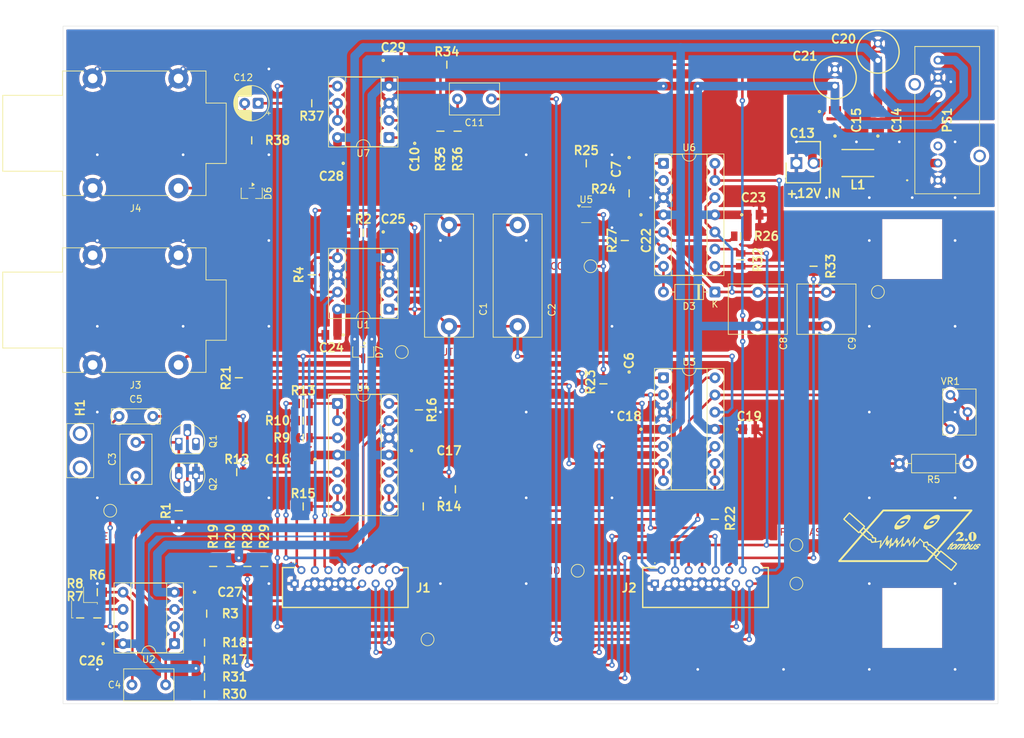
<source format=kicad_pcb>
(kicad_pcb (version 20241229) (generator "pcbnew") (generator_version "9.0")
  (title_block (title "Rev A"))
  (layers (0 "F.Cu" signal) (2 "B.Cu" signal) (13 "F.Paste" user) (15 "B.Paste" user) (5 "F.SilkS" user "F.Silkscreen") (7 "B.SilkS" user "B.Silkscreen") (1 "F.Mask" user) (3 "B.Mask" user) (25 "Edge.Cuts" user))
  (net 0 "")
  (net 1 "LFO_T_MAIN")
  (net 2 "Net-(U3D-+)")
  (net 3 "Net-(Q1-E)")
  (net 4 "Net-(U2A-+)")
  (net 5 "Net-(U2A--)")
  (net 6 "Net-(U2B-+)")
  (net 7 "Net-(C5-Pad2)")
  (net 8 "Net-(U4A-+)")
  (net 9 "Net-(U5A-B2)")
  (net 10 "Net-(U3A--)")
  (net 11 "Net-(C7-Pad1)")
  (net 12 "Net-(U5B-C2)")
  (net 13 "-15V")
  (net 14 "VCO_OUT")
  (net 15 "Net-(C10-Pad1)")
  (net 16 "Net-(U7A--)")
  (net 17 "Net-(C11-Pad2)")
  (net 18 "VOL_T_MAIN")
  (net 19 "Net-(C12-Pad2)")
  (net 20 "Earth")
  (net 21 "+15V")
  (net 22 "Net-(PS1-+VIN_(VCC))")
  (net 23 "GND")
  (net 24 "Net-(U7B--)")
  (net 25 "Net-(C13-Pad1)")
  (net 26 "Net-(D3-A)")
  (net 27 "BLEND_W_MAIN")
  (net 28 "LED_CAT_MAIN")
  (net 29 "TUNE_B_MAIN")
  (net 30 "TUNE_T_MAIN")
  (net 31 "LED_AN_MAIN")
  (net 32 "SWITCH_MOD_MAIN")
  (net 33 "BLEND_T_MAIN")
  (net 34 "NOISE_T_MAIN")
  (net 35 "LFO_B_MAIN")
  (net 36 "MOD_T_MAIN")
  (net 37 "PW_W_MAIN")
  (net 38 "TUNE_W_MAIN")
  (net 39 "BLEND_B_MAIN")
  (net 40 "MOD_W_MAIN")
  (net 41 "PW_T_MAIN")
  (net 42 "PW_B_MAIN")
  (net 43 "VOL_W_MAIN")
  (net 44 "SWITCH_LFO_MAIN")
  (net 45 "Net-(C12-Pad1)")
  (net 50 "Net-(Q1-B)")
  (net 51 "Net-(U1B-+)")
  (net 52 "Net-(R5-Pad1)")
  (net 53 "Net-(U2B--)")
  (net 54 "Net-(U4B--)")
  (net 55 "Net-(U4C--)")
  (net 56 "SWITCH_EXT_MAIN")
  (net 58 "Net-(U4A--)")
  (net 59 "Net-(R32-Pad2)")
  (net 60 "Net-(U3B--)")
  (net 61 "Net-(U3C--)")
  (net 62 "Net-(U5A-E1)")
  (net 63 "Net-(U6B-+)")
  (net 64 "Net-(D7-K-Pad3)")
  (net 65 "Net-(U4B-+)")
  (footprint "TestPoint:TestPoint_Pad_D1.5mm" (layer "F.Cu") (at 141.605 108.585 180)
    (property "Reference" "TP7" (hide yes))
    (property "Value" "PW BIAS")
  )
  (footprint "TestPoint:TestPoint_Pad_D1.5mm" (layer "F.Cu") (at 86.995 122.555 180)
    (property "Reference" "TP4" (hide yes))
    (property "Value" "TUNE CV")
  )
  (footprint "customlib:RESC2012X60N" (layer "F.Cu") (at 68.58 102.87)
    (property "Reference" "R15")
    (property "Value" "2K2" (hide yes))
  )
  (footprint "customlib:SHDR2W66P0X254_1X2_508X572X1041P" (layer "F.Cu") (at 141.605 52.03 180)
    (property "Reference" "J7" (hide yes))
    (property "Value" "+12V IN")
  )
  (footprint "TestPoint:TestPoint_Pad_D1.5mm" (layer "F.Cu") (at 141.605 114.3 180)
    (property "Reference" "TP8" (hide yes))
    (property "Value" "OUT (PRE VOL)")
  )
  (footprint "customlib:RESC2012X60N" (layer "F.Cu") (at 89.85 37.465)
    (property "Reference" "R34")
    (property "Value" "100K" (hide yes))
  )
  (footprint "Capacitor_THT:C_Rect_L7.2mm_W4.5mm_P5.00mm_FKS2_FKP2_MKS2_MKP2" (layer "F.Cu") (at 43.815 98.385 90)
    (property "Reference" "C3")
    (property "Value" "1uF")
  )
  (footprint "TestPoint:TestPoint_Pad_D1.5mm" (layer "F.Cu") (at 83.185 80.01 180)
    (property "Reference" "TP1" (hide yes))
    (property "Value" "LFO OUT")
  )
  (footprint "Capacitor_THT:C_Rect_L7.2mm_W4.5mm_P5.00mm_FKS2_FKP2_MKS2_MKP2" (layer "F.Cu") (at 43.22 129.286)
    (property "Reference" "C4")
    (property "Value" "1uF")
  )
  (footprint "customlib:RESC2012X60N" (layer "F.Cu") (at 133.35 66.36 -90)
    (property "Reference" "R32")
    (property "Value" "R" (hide yes))
  )
  (footprint "customlib:TMR92411" (layer "F.Cu") (at 162.56 54.58 90)
    (property "Reference" "PS1")
    (property "Value" "TMR_9-1223" (hide yes))
  )
  (footprint "Package_DIP:DIP-14_W7.62mm_Socket" (layer "F.Cu") (at 121.92 52.075)
    (property "Reference" "U6")
    (property "Value" "TL074")
  )
  (footprint "customlib:RESC2012X60N" (layer "F.Cu") (at 62.825 111.755 90)
    (property "Reference" "R29")
    (property "Value" "R" (hide yes))
  )
  (footprint "customlib:C0805" (layer "F.Cu") (at 72.76 77.47 180)
    (property "Reference" "C24")
    (property "Value" ".1uF" (hide yes))
  )
  (footprint "customlib:C0805" (layer "F.Cu") (at 68.58 95.885 180)
    (property "Reference" "C16")
    (property "Value" ".1uF" (hide yes))
  )
  (footprint "customlib:RESC2012X60N" (layer "F.Cu") (at 60.325 111.76 90)
    (property "Reference" "R28")
    (property "Value" "R" (hide yes))
  )
  (footprint "Package_TO_SOT_SMD:SOT-363_SC-70-6" (layer "F.Cu") (at 110.49 59.69)
    (property "Reference" "U5")
    (property "Value" "DUAL_BJT_NPN")
  )
  (footprint "customlib:RESC2012X60N" (layer "F.Cu") (at 38.1 119.38 -90)
    (property "Reference" "R8")
    (property "Value" "100K" (hide yes))
  )
  (footprint "Diode_THT:D_DO-35_SOD27_P7.62mm_Horizontal" (layer "F.Cu") (at 129.54 71.12 180)
    (property "Reference" "D3")
    (property "Value" "1N4148")
  )
  (footprint "customlib:RESC2012X60N" (layer "F.Cu") (at 91.44 47.31 -90)
    (property "Reference" "R36")
    (property "Value" "1K" (hide yes))
  )
  (footprint "Capacitor_THT:C_Rect_L18.0mm_W7.0mm_P15.00mm_FKS3_FKP3" (layer "F.Cu") (at 90.17 76.2 90)
    (property "Reference" "C1")
    (property "Value" "3.3uF")
  )
  (footprint "Package_DIP:DIP-14_W7.62mm_Socket" (layer "F.Cu") (at 121.92 83.825)
    (property "Reference" "U3")
    (property "Value" "TL074")
  )
  (footprint "customlib:C0805" (layer "F.Cu") (at 82.18 36.83)
    (property "Reference" "C29")
    (property "Value" ".1uF" (hide yes))
  )
  (footprint "customlib:7837" (layer "F.Cu") (at 35.56 97.155 90)
    (property "Reference" "H1")
    (property "Value" "7837" (hide yes))
  )
  (footprint "customlib:C0805" (layer "F.Cu") (at 116.84 84.72 -90)
    (property "Reference" "C6")
    (property "Value" "22pF" (hide yes))
  )
  (footprint "Package_DIP:DIP-8_W7.62mm_Socket" (layer "F.Cu") (at 49.53 123.19 180)
    (property "Reference" "U2")
    (property "Value" "TL072")
  )
  (footprint "customlib:C0805" (layer "F.Cu") (at 116.84 52.97 -90)
    (property "Reference" "C7")
    (property "Value" "22pF" (hide yes))
  )
  (footprint "customlib:RESC2012X60N" (layer "F.Cu") (at 113.03 84.72 -90)
    (property "Reference" "R23")
    (property "Value" "2k2" (hide yes))
  )
  (footprint "TestPoint:TestPoint_Pad_D1.5mm" (layer "F.Cu") (at 153.67 71.12 180)
    (property "Reference" "TP6" (hide yes))
    (property "Value" "OSC")
  )
  (footprint "Capacitor_THT:C_Rect_L7.2mm_W8.5mm_P5.00mm_FKP2_FKP2_MKS2_MKP2" (layer "F.Cu") (at 146.05 76.165 90)
    (property "Reference" "C9")
    (property "Value" ".033uF")
  )
  (footprint "customlib:RESC2012X60N" (layer "F.Cu") (at 116.84 56.515)
    (property "Reference" "R24")
    (property "Value" "1M" (hide yes))
  )
  (footprint "MountingHole:MountingHole_4mm" (layer "F.Cu") (at 158.75 119.38)
    (property "Reference" "REF**" (hide yes))
    (property "Value" "MountingHole_4mm")
  )
  (footprint "customlib:RESC2012X60N" (layer "F.Cu") (at 54.29 118.745)
    (property "Reference" "R3")
    (property "Value" "1M" (hide yes))
  )
  (footprint "customlib:RESC2012X60N" (layer "F.Cu") (at 91.12 100.33)
    (property "Reference" "R11" (hide yes))
    (property "Value" "1M" (hide yes))
  )
  (footprint "Capacitor_THT:C_Rect_L18.0mm_W7.0mm_P15.00mm_FKS3_FKP3" (layer "F.Cu") (at 100.33 76.2 90)
    (property "Reference" "C2")
    (property "Value" "3.3uF")
  )
  (footprint "customlib:RESC2012X60N" (layer "F.Cu") (at 86.36 102.87 180)
    (property "Reference" "R14")
    (property "Value" "100K" (hide yes))
  )
  (footprint "TestPoint:TestPoint_Pad_D1.5mm" (layer "F.Cu") (at 109.22 112.395 180)
    (property "Reference" "TP3" (hide yes))
    (property "Value" "MOD")
  )
  (footprint "customlib:C1206" (layer "F.Cu") (at 153.67 45.68 90)
    (property "Reference" "C14")
    (property "Value" "1000p, 2kV" (hide yes))
  )
  (footprint "MountingHole:MountingHole_4mm" (layer "F.Cu") (at 158.75 64.77)
    (property "Reference" "REF**" (hide yes))
    (property "Value" "MountingHole_4mm")
  )
  (footprint "customlib:RESC2012X60N" (layer "F.Cu") (at 53.975 128.11)
    (property "Reference" "R31")
    (property "Value" "R" (hide yes))
  )
  (footprint "customlib:C0805" (layer "F.Cu") (at 82.18 62.23)
    (property "Reference" "C25")
    (property "Value" ".1uF" (hide yes))
  )
  (footprint "Connector_Audio:Jack_6.35mm_Neutrik_NMJ4HFD2_Horizontal" (layer "F.Cu") (at 50.115 81.915 180)
    (property "Reference" "J3")
    (property "Value" "EXT IN")
  )
  (footprint "customlib:HLW16R2C7LF" (layer "F.Cu") (at 67.31 114.3)
    (property "Reference" "J1")
    (property "Value" "Left" (hide yes))
  )
  (footprint "TestPoint:TestPoint_Pad_D1.5mm" (layer "F.Cu") (at 111.125 67.31 180)
    (property "Reference" "TP5" (hide yes))
    (property "Value" "VCO CV")
  )
  (footprint "customlib:C0805" (layer "F.Cu") (at 72.76 52.07 180)
    (property "Reference" "C28")
    (property "Value" ".1uF" (hide yes))
  )
  (footprint "customlib:C0805" (layer "F.Cu") (at 116.84 59.69 180)
    (property "Reference" "C22")
    (property "Value" ".1uF" (hide yes))
  )
  (footprint "Capacitor_THT:CP_Radial_D5.0mm_P2.00mm" (layer "F.Cu") (at 61.915113 43.18 180)
    (property "Reference" "C12")
    (property "Value" "10uF")
  )
  (footprint "Package_DIP:DIP-8_W7.62mm_Socket" (layer "F.Cu") (at 81.28 73.66 180)
    (property "Reference" "U1")
    (property "Value" "TL072")
  )
  (footprint "customlib:RESC2012X60N" (layer "F.Cu") (at 60.96 48.67)
    (property "Reference" "R38")
    (property "Value" "100K" (hide yes))
  )
  (footprint "Package_DIP:DIP-14_W7.62mm_Socket" (layer "F.Cu") (at 73.66 87.635)
    (property "Reference" "U4")
    (property "Value" "TL074")
  )
  (footprint "customlib:RESC2012X60N" (layer "F.Cu") (at 88.9 47.31 90)
    (property "Reference" "R35")
    (property "Value" "100K" (hide yes))
  )
  (footprint "customlib:C0805" (layer "F.Cu") (at 86.36 94.615)
    (property "Reference" "C17")
    (property "Value" ".1uF" (hide yes))
  )
  (footprint "customlib:HLW16R2C7LF" (layer "F.Cu") (at 120.65 114.3)
    (property "Reference" "J2")
    (property "Value" "Right" (hide yes))
  )
  (footprint "customlib:C0805" (layer "F.Cu") (at 37.2 123.19 180)
    (property "Reference" "C26")
    (property "Value" ".1uF" (hide yes))
  )
  (footprint "customlib:C0805" (layer "F.Cu") (at 135.255 59.69)
    (property "Reference" "C23")
    (property "Value" ".1uF" (hide yes))
  )
  (footprint "customlib:RESC2012X60N" (layer "F.Cu") (at 129.54 104.775 90)
    (property "Reference" "R22")
    (property "Value" "100K" (hide yes))
  )
  (footprint "TestPoint:TestPoint_Pad_D1.5mm" (layer "F.Cu") (at 40.005 103.505 180)
    (property "Reference" "TP2" (hide yes))
    (property "Value" "NOISE OUT")
  )
  (footprint "customlib:RESC2012X60N" (layer "F.Cu") (at 68.58 90.17 180)
    (property "Reference" "R10")
    (property "Value" "1M" (hide yes))
  )
  (footprint "customlib:RESC2012X60N" (layer "F.Cu") (at 50.165 103.505 90)
    (property "Reference" "R1")
    (property "Value" "1M" (hide yes))
  )
  (footprint "customlib:RESC2012X60N" (layer "F.Cu") (at 53.975 123.03)
    (property "Reference" "R18")
    (property "Value" "R" (hide yes))
  )
  (footprint "customlib:RESC2012X60N" (layer "F.Cu") (at 85.725 88.58 90)
    (property "Reference" "R16")
    (property "Value" "100K" (hide yes))
  )
  (footprint "customlib:RESC2012X60N" (layer "F.Cu") (at 69.85 68.58 90)
    (property "Reference" "R4")
    (property "Value" "220K" (hide yes))
  )
  (footprint "customlib:RESC2012X60N" (layer "F.Cu") (at 53.975 130.65)
    (property "Reference" "R30")
    (property "Value" "R" (hide yes))
  )
  (footprint "customlib:RESC2012X60N" (layer "F.Cu") (at 133.35 62.865 180)
    (property "Reference" "R26")
    (property "Value" "100K" (hide yes))
  )
  (footprint "customlib:C0805" (layer "F.Cu") (at 116.84 91.445 180)
    (property "Reference" "C18")
    (property "Value" ".1uF" (hide yes))
  )
  (footprint "customlib:C0805" (layer "F.Cu") (at 134.62 91.445)
    (property "Reference" "C19")
    (property "Value" ".1uF" (hide yes))
  )
  (footprint "Capacitor_THT:C_Rect_L7.2mm_W4.5mm_P5.00mm_FKS2_FKP2_MKS2_MKP2" (layer "F.Cu") (at 96.44 42.545 180)
    (property "Reference" "C11")
    (property "Value" "1uF")
  )
  (footprint "customlib:RESC2012X60N" (layer "F.Cu") (at 53.975 125.57)
    (property "Reference" "R17")
    (property "Value" "R" (hide yes))
  )
  (footprint "customlib:CAPPRD250W55D630H1350" (layer "F.Cu") (at 147.32 40.64 90)
    (property "Reference" "C21")
    (property "Value" "100u, 25V" (hide yes))
  )
  (footprint "customlib:RESC2012X60N" (layer "F.Cu") (at 35.56 119.38 90)
    (property "Reference" "R7")
    (property "Value" "2K2" (hide yes))
  )
  (footprint "Capacitor_THT:C_Rect_L7.0mm_W2.0mm_P5.00mm" (layer "F.Cu") (at 46.315 89.535 180)
    (property "Reference" "C5")
    (property "Value" ".1uF")
  )
  (footprint "Package_TO_SOT_SMD:SOT-23" (layer "F.Cu") (at 60.96 56.515 -90)
    (property "Reference" "D6")
    (property "Value" "CPDT-24V")
  )
  (footprint "customlib:RESC2012X60N" (layer "F.Cu") (at 77.47 62.35 180)
    (property "Reference" "R2")
    (property "Value" "100K" (hide yes))
  )
  (footprint "Package_TO_SOT_THT:TO-92_HandSolder" (layer "F.Cu") (at 52.705 98.31 180)
    (property "Reference" "Q2")
    (property "Value" "2N3904")
  )
  (footprint "Capacitor_THT:C_Rect_L7.2mm_W8.5mm_P5.00mm_FKP2_FKP2_MKS2_MKP2" (layer "F.Cu") (at 135.89 76.165 90)
    (property "Reference" "C8")
    (property "Value" ".033uF")
  )
  (footprint "customlib:C1210" (layer "F.Cu") (at 142.47 44.41 180)
    (property "Reference" "C13")
    (property "Value" "10u, 50V" (hide yes))
  )
  (footprint "customlib:C0805" (layer "F.Cu") (at 85.09 47.36 90)
    (property "Reference" "C10")
    (property "Value" "22pF" (hide yes))
  )
  (footprint "customlib:RESC2012X60N" (layer "F.Cu") (at 110.49 52.07)
    (property "Reference" "R25")
    (property "Value" "22K" (hide yes))
  )
  (footprint "customlib:INDPM4740X210N" (layer "F.Cu") (at 150.7 52.03)
    (property "Reference" "L1")
    (property "Value" "3.3u, 3A" (hide yes))
  )
  (footprint "customlib:C0805" (layer "F.Cu") (at 54.24 115.57)
    (property "Reference" "C27")
    (property "Value" ".1uF" (hide yes))
  )
  (footprint "Package_TO_SOT_SMD:SOT-23" (layer "F.Cu") (at 77.47 80.01 -90)
    (property "Reference" "D7")
    (property "Value" "BAV99")
  )
  (footprint "customlib:RESC2012X60N" (layer "F.Cu") (at 144.145 67.31 90)
    (property "Reference" "R33")
    (property "Value" "100K" (hide yes))
  )
  (footprint "customlib:RESC2012X60N" (layer "F.Cu") (at 116.205 63.5 -90)
    (property "Reference" "R27")
    (property "Value" "10K" (hide yes))
  )
  (footprint "customlib:RESC2012X60N" (layer "F.Cu") (at 58.74 97.79 180)
    (property "Reference" "R12")
    (property "Value" "22K" (hide yes))
  )
  (footprint "Resistor_THT:R_Axial_DIN0207_L6.3mm_D2.5mm_P10.16mm_Horizontal" (layer "F.Cu") (at 167.005 96.52 180)
    (property "Reference" "R5")
    (property "Value" "470")
  )
  (footprint "customlib:RESC2012X60N" (layer "F.Cu") (at 38.1 115.57)
    (property "Reference" "R6")
    (property "Value" "1M" (hide yes))
  )
  (footprint "customlib:C1206" (layer "F.Cu") (at 147.32 45.68 90)
    (property "Reference" "C15")
    (property "Value" "1000p, 2kV" (hide yes))
  )
  (footprint "customlib:RESC2012X60N" (layer "F.Cu") (at 68.58 92.71 180)
    (property "Reference" "R9")
    (property "Value" "1K" (hide yes))
  )
  (footprint "customlib:RESC2012X60N" (layer "F.Cu") (at 68.58 87.63)
    (property "Reference" "R13")
    (property "Value" "100K" (hide yes))
  )
  (footprint "Package_TO_SOT_THT:TO-92_HandSolder" (layer "F.Cu") (at 50.165 93.23)
    (property "Reference" "Q1")
    (property "Value" "2N3904")
  )
  (footprint "Connector_Audio:Jack_6.35mm_Neutrik_NMJ4HFD2_Horizontal" (layer "F.Cu") (at 50.115 55.74 180)
    (property "Reference" "J4")
    (property "Value" "OUTPUT")
  )
  (footprint "Package_DIP:DIP-8_W7.62mm_Socket" (layer "F.Cu") (at 81.28 48.26 180)
    (property "Reference" "U7")
    (property "Value" "NE5532")
  )
  (footprint "customlib:RESC2012X60N" (layer "F.Cu") (at 57.785 111.76 90)
    (property "Reference" "R20")
    (property "Value" "R" (hide yes))
  )
  (footprint "customlib:RESC2012X60N" (layer "F.Cu") (at 59.055 83.82 -90)
    (property "Reference" "R21")
    (property "Value" "100K" (hide yes))
  )
  (footprint "customlib:RESC2012X60N" (layer "F.Cu") (at 55.245 111.76 90)
    (property "Reference" "R19")
    (property "Value" "R" (hide yes))
  )
  (footprint "customlib:CAPPRD250W55D630H1350" (layer "F.Cu") (at 153.67 36.83 90)
    (property "Reference" "C20")
    (property "Value" "100u, 25V" (hide yes))
  )
  (footprint "customlib:RESC2012X60N" (layer "F.Cu") (at 69.85 43.18)
    (property "Reference" "R37")
    (property "Value" "1k" (hide yes))
  )
  (footprint "Potentiometer_THT:Potentiometer_Vishay_T73XX_Horizontal" (layer "F.Cu") (at 164.405 86.36)
    (property "Reference" "VR1")
    (property "Value" "LED BRIGHTNESS")
  )
  (gr_poly (pts (xy 162.474664 104.282705) (xy 162.492585 104.283083) (xy 162.50848 104.283726) (xy 162.522591 104.284697) (xy 162.535159 104.286063) (xy 162.546425 104.287887) (xy 162.556631 104.290235) (xy 162.566018 104.293171) (xy 162.574828 104.296761) (xy 162.583301 104.30107) (xy 162.591679 104.306163) (xy 162.600204 104.312103) (xy 162.609117 104.318958) (xy 162.629071 104.335666) (xy 162.637214 104.343077) (xy 162.644891 104.350859) (xy 162.652103 104.359009) (xy 162.658848 104.367527) (xy 162.665127 104.376409) (xy 162.67094 104.385656) (xy 162.676287 104.395264) (xy 162.681167 104.405233) (xy 162.68558 104.41556) (xy 162.689527 104.426244) (xy 162.693007 104.437283) (xy 162.69602 104.448675) (xy 162.698566 104.460419) (xy 162.700644 104.472513) (xy 162.702255 104.484956) (xy 162.703399 104.497745) (xy 162.704075 104.510879) (xy 162.704284 104.524356) (xy 162.704024 104.538175) (xy 162.703297 104.552333) (xy 162.700438 104.581663) (xy 162.695706 104.612331) (xy 162.6891 104.644324) (xy 162.680618 104.677628) (xy 162.670261 104.71223) (xy 162.658026 104.748116) (xy 162.636812 104.805838) (xy 162.618128 104.854655) (xy 162.603996 104.889419) (xy 162.599268 104.899923) (xy 162.596436 104.904983) (xy 162.595954 104.905454) (xy 162.595408 104.905808) (xy 162.5948 104.906045) (xy 162.594134 104.906169) (xy 162.593411 104.906181) (xy 162.592634 104.906084) (xy 162.591805 104.905879) (xy 162.590926 104.905569) (xy 162.589999 104.905157) (xy 162.589027 104.904643) (xy 162.588012 104.90403) (xy 162.586956 104.903321) (xy 162.585862 104.902516) (xy 162.584732 104.90162) (xy 162.583568 104.900633) (xy 162.582373 104.899557) (xy 162.579896 104.89715) (xy 162.577321 104.894414) (xy 162.574665 104.891368) (xy 162.571946 104.888027) (xy 162.569184 104.884409) (xy 162.566396 104.88053) (xy 162.563601 104.876408) (xy 162.560817 104.872058) (xy 162.557569 104.867067) (xy 162.554045 104.862086) (xy 162.546193 104.852168) (xy 162.537305 104.842332) (xy 162.527425 104.832608) (xy 162.516599 104.823024) (xy 162.504872 104.813609) (xy 162.492288 104.804393) (xy 162.478893 104.795403) (xy 162.464731 104.78667) (xy 162.449848 104.778221) (xy 162.434287 104.770087) (xy 162.418095 104.762295) (xy 162.401316 104.754875) (xy 162.383995 104.747855) (xy 162.366176 104.741265) (xy 162.347906 104.735133) (xy 162.323967 104.728797) (xy 162.295254 104.723406) (xy 162.262337 104.718953) (xy 162.225787 104.715429) (xy 162.186176 104.712829) (xy 162.144074 104.711144) (xy 162.054682 104.710495) (xy 161.96218 104.713423) (xy 161.91619 104.716212) (xy 161.871135 104.719873) (xy 161.827587 104.7244) (xy 161.786116 104.729787) (xy 161.747294 104.736025) (xy 161.711691 104.743108) (xy 161.656078 104.756674) (xy 161.593009 104.7741) (xy 161.525781 104.794294) (xy 161.457687 104.816164) (xy 161.392022 104.838619) (xy 161.33208 104.860567) (xy 161.281157 104.880915) (xy 161.242547 104.898573) (xy 161.234048 104.902744) (xy 161.226553 104.906123) (xy 161.223224 104.907504) (xy 161.220196 104.908673) (xy 161.217485 104.909626) (xy 161.215109 104.910357) (xy 161.213083 104.910862) (xy 161.211425 104.911136) (xy 161.210151 104.911175) (xy 161.209663 104.911104) (xy 161.209277 104.910973) (xy 161.208996 104.910781) (xy 161.208821 104.910527) (xy 161.208754 104.910211) (xy 161.208798 104.909831) (xy 161.208955 104.909389) (xy 161.209227 104.908882) (xy 161.210122 104.907673) (xy 161.210125 104.907674) (xy 161.212239 104.905606) (xy 161.216245 104.902134) (xy 161.229513 104.891298) (xy 161.249099 104.875807) (xy 161.274171 104.856306) (xy 161.337449 104.80784) (xy 161.412699 104.751039) (xy 161.509752 104.68042) (xy 161.605898 104.614741) (xy 161.700775 104.554211) (xy 161.794015 104.499036) (xy 161.885253 104.449424) (xy 161.930008 104.426769) (xy 161.974125 104.405582) (xy 162.01756 104.38589) (xy 162.060265 104.367719) (xy 162.102197 104.351094) (xy 162.143308 104.336041) (xy 162.191961 104.319188) (xy 162.231346 104.306291) (xy 162.248449 104.301161) (xy 162.264298 104.296822) (xy 162.279247 104.293208) (xy 162.293651 104.290255) (xy 162.307864 104.287895) (xy 162.322241 104.286064) (xy 162.337136 104.284694) (xy 162.352903 104.283722) (xy 162.388471 104.282703) (xy 162.43178 104.28248)) (stroke (width 0.01608)) (fill yes) (layer "F.SilkS"))
  (gr_line (start 155.404784 108.982283) (end 155.806153 108.371356) (stroke (width 0.160942)) (layer "F.SilkS"))
  (gr_line (start 36.068 117.094) (end 38.1 117.094) (stroke (width 0.1)) (layer "F.SilkS"))
  (gr_line (start 158.339837 108.661035) (end 159.13865 107.445166) (stroke (width 0.160942)) (layer "F.SilkS"))
  (gr_line (start 155.816188 108.644137) (end 156.493795 107.612751) (stroke (width 0.160942)) (layer "F.SilkS"))
  (gr_line (start 157.474622 108.438848) (end 157.485377 108.731151) (stroke (width 0.160942)) (layer "F.SilkS"))
  (gr_line (start 156.717952 108.392988) (end 157.111546 107.960906) (stroke (width 0.160942)) (layer "F.SilkS"))
  (gr_line (start 158.072736 108.186006) (end 158.312671 107.922611) (stroke (width 0.160942)) (layer "F.SilkS"))
  (gr_line (start 157.454334 107.439151) (end 157.162949 108.780999) (stroke (width 0.160942)) (layer "F.SilkS"))
  (gr_poly (pts (xy 149.456305 103.847762) (xy 149.458691 103.847915) (xy 149.461071 103.848184) (xy 149.46344 103.848568) (xy 149.465794 103.849067) (xy 149.468129 103.849683) (xy 149.47044 103.850415) (xy 149.472724 103.851263) (xy 149.474975 103.852228) (xy 149.477189 103.85331) (xy 149.479363 103.85451) (xy 149.481491 103.855827) (xy 149.48357 103.857261) (xy 149.485596 103.858814) (xy 149.487563 103.860485) (xy 151.650424 105.792478) (xy 151.652303 105.794245) (xy 151.654072 105.796083) (xy 151.655729 105.797988) (xy 151.657275 105.799955) (xy 151.65871 105.80198) (xy 151.660033 105.804059) (xy 151.661243 105.806187) (xy 151.662342 105.80836) (xy 151.663328 105.810574) (xy 151.664201 105.812825) (xy 151.664961 105.815108) (xy 151.665608 105.817419) (xy 151.666141 105.819754) (xy 151.666561 105.822108) (xy 151.666866 105.824477) (xy 151.667058 105.826857) (xy 151.667134 105.829243) (xy 151.667096 105.831631) (xy 151.666943 105.834018) (xy 151.666675 105.836398) (xy 151.666291 105.838767) (xy 151.665792 105.841121) (xy 151.665176 105.843456) (xy 151.664444 105.845767) (xy 151.663596 105.84805) (xy 151.662631 105.850301) (xy 151.661549 105.852515) (xy 151.660349 105.854689) (xy 151.659032 105.856817) (xy 151.657598 105.858897) (xy 151.656045 105.860922) (xy 151.654374 105.862889) (xy 150.88822 106.720582) (xy 150.886452 106.722463) (xy 150.884613 106.724235) (xy 150.882706 106.725896) (xy 150.880736 106.727446) (xy 150.878707 106.728886) (xy 150.876624 106.730215) (xy 150.87449 106.731432) (xy 150.872311 106.732538) (xy 150.87009 106.733531) (xy 150.867833 106.734412) (xy 150.865543 106.735181) (xy 150.863224 106.735836) (xy 150.860882 106.736378) (xy 150.85852 106.736807) (xy 150.856142 106.737121) (xy 150.853755 106.737322) (xy 150.85136 106.737407) (xy 150.848964 106.737378) (xy 150.846569 106.737234) (xy 150.844182 106.736974) (xy 150.841805 106.736599) (xy 150.839444 106.736107) (xy 150.837102 106.735498) (xy 150.834785 106.734773) (xy 150.832495 106.733931) (xy 150.830239 106.732972) (xy 150.82802 106.731895) (xy 150.825843 106.7307) (xy 150.823711 106.729386) (xy 150.821629 106.727954) (xy 150.819603 106.726403) (xy 150.817635 106.724732) (xy 148.654799 104.792734) (xy 148.652917 104.790967) (xy 148.651148 104.789127) (xy 148.649491 104.78722) (xy 148.647946 104.78525) (xy 148.646513 104.78322) (xy 148.645193 104.781136) (xy 148.643986 104.779002) (xy 148.642892 104.776822) (xy 148.641911 104.774601) (xy 148.641043 104.772343) (xy 148.640289 104.770052) (xy 148.639649 104.767732) (xy 148.639123 104.765389) (xy 148.638711 104.763026) (xy 148.638413 104.760648) (xy 148.638229 104.758259) (xy 148.63816 104.755864) (xy 148.638206 104.753466) (xy 148.638366 104.751071) (xy 148.638642 104.748683) (xy 148.639034 104.746305) (xy 148.63954 104.743943) (xy 148.640163 104.741601) (xy 148.640901 104.739283) (xy 148.641755 104.736993) (xy 148.642726 104.734736) (xy 148.643813 104.732516) (xy 148.645016 104.730338) (xy 148.646336 104.728206) (xy 148.647773 104.726125) (xy 148.649327 104.724098) (xy 148.650999 104.72213) (xy 149.417155 103.864435) (xy 149.418922 103.862556) (xy 149.420759 103.860787) (xy 149.422664 103.85913) (xy 149.42463 103.857584) (xy 149.426655 103.856149) (xy 149.428734 103.854826) (xy 149.430862 103.853616) (xy 149.433035 103.852517) (xy 149.435249 103.851531) (xy 149.4375 103.850658) (xy 149.439782 103.849898) (xy 149.442093 103.849251) (xy 149.444428 103.848718) (xy 149.446782 103.848298) (xy 149.449151 103.847992) (xy 149.45153 103.847801) (xy 149.453917 103.847724)) (stroke (width 0.199999)) (fill no) (layer "F.SilkS"))
  (gr_line (start 156.493795 107.612751) (end 156.3546 108.253762) (stroke (width 0.160942)) (layer "F.SilkS"))
  (gr_line (start 157.162949 108.780999) (end 157.474622 108.438848) (stroke (width 0.160942)) (layer "F.SilkS"))
  (gr_line (start 158.312671 107.922611) (end 158.339837 108.661035) (stroke (width 0.160942)) (layer "F.SilkS"))
  (gr_line (start 156.3546 108.253762) (end 156.613237 107.969834) (stroke (width 0.160942)) (layer "F.SilkS"))
  (gr_line (start 153.986612 108.996382) (end 155.116958 107.275885) (stroke (width 0.160942)) (layer "F.SilkS"))
  (gr_poly (pts (xy 161.158357 108.581737) (xy 161.384247 108.532747) (xy 162.793563 109.667621) (xy 162.309827 110.268335) (xy 160.900511 109.13346) (xy 160.901211 108.903129) (xy 160.472666 108.788931) (xy 160.456926 108.247792) (xy 160.986962 108.146145)) (stroke (width 0.199999)) (fill no) (layer "F.SilkS"))
  (gr_line (start 153.344707 108.156008) (end 154.144241 107.966628) (stroke (width 0.160942)) (layer "F.SilkS"))
  (gr_poly (pts (xy 161.819795 105.021648) (xy 161.833095 105.022366) (xy 161.8458 105.023549) (xy 161.857901 105.025185) (xy 161.869392 105.027262) (xy 161.880266 105.029769) (xy 161.890514 105.032694) (xy 161.900129 105.036025) (xy 161.909105 105.039751) (xy 161.917434 105.043859) (xy 161.925109 105.048339) (xy 161.932122 105.053177) (xy 161.938466 105.058364) (xy 161.944134 105.063887) (xy 161.949118 105.069734) (xy 161.953411 105.075894) (xy 161.957007 105.082355) (xy 161.959897 105.089105) (xy 161.962074 105.096133) (xy 161.963531 105.103427) (xy 161.96426 105.110975) (xy 161.964255 105.118765) (xy 161.963508 105.126787) (xy 161.962012 105.135027) (xy 161.959759 105.143476) (xy 161.956742 105.15212) (xy 161.952954 105.160948) (xy 161.948387 105.169948) (xy 161.943035 105.179109) (xy 161.936889 105.18842) (xy 161.929943 105.197867) (xy 161.922189 105.207441) (xy 161.904661 105.226462) (xy 161.884863 105.244933) (xy 161.86301 105.262762) (xy 161.83932 105.279854) (xy 161.81401 105.296116) (xy 161.787297 105.311455) (xy 161.759398 105.325776) (xy 161.730529 105.338987) (xy 161.700908 105.350994) (xy 161.67075 105.361704) (xy 161.640274 105.371022) (xy 161.609697 105.378856) (xy 161.579234 105.385112) (xy 161.549102 105.389696) (xy 161.51952 105.392515) (xy 161.490703 105.393476) (xy 161.476814 105.393234) (xy 161.463514 105.392515) (xy 161.450809 105.391332) (xy 161.438708 105.389696) (xy 161.427217 105.387619) (xy 161.416344 105.385112) (xy 161.406096 105.382187) (xy 161.39648 105.378856) (xy 161.387504 105.375131) (xy 161.379175 105.371022) (xy 161.3715 105.366543) (xy 161.364487 105.361704) (xy 161.358143 105.356517) (xy 161.352475 105.350994) (xy 161.347491 105.345147) (xy 161.343198 105.338987) (xy 161.339602 105.332527) (xy 161.336712 105.325776) (xy 161.334535 105.318748) (xy 161.333078 105.311455) (xy 161.332349 105.303907) (xy 161.332354 105.296116) (xy 161.333101 105.288095) (xy 161.334597 105.279854) (xy 161.33685 105.271406) (xy 161.339867 105.262762) (xy 161.343655 105.253934) (xy 161.348222 105.244933) (xy 161.353574 105.235772) (xy 161.35972 105.226462) (xy 161.366666 105.217014) (xy 161.37442 105.207441) (xy 161.391948 105.18842) (xy 161.411746 105.169948) (xy 161.433599 105.15212) (xy 161.457289 105.135027) (xy 161.482599 105.118765) (xy 161.509312 105.103427) (xy 161.537211 105.089105) (xy 161.56608 105.075894) (xy 161.595701 105.063887) (xy 161.625859 105.053177) (xy 161.656335 105.043859) (xy 161.686913 105.036025) (xy 161.717376 105.029769) (xy 161.747507 105.025185) (xy 161.777089 105.022366) (xy 161.805906 105.021406)) (stroke (width 0.015097)) (fill yes) (layer "F.SilkS"))
  (gr_line (start 155.696424 107.639257) (end 155.404784 108.982283) (stroke (width 0.160942)) (layer "F.SilkS"))
  (gr_poly (pts (xy 167.609097 109.198664) (xy 167.498166 109.198664) (xy 167.587552 109.091176) (xy 167.584103 109.091176) (xy 167.560797 109.106278) (xy 167.537822 109.120406) (xy 167.515178 109.133559) (xy 167.492866 109.145738) (xy 167.470884 109.156943) (xy 167.449234 109.167173) (xy 167.427915 109.176429) (xy 167.406927 109.184711) (xy 167.38627 109.192018) (xy 167.365945 109.198351) (xy 167.345951 109.20371) (xy 167.326288 109.208094) (xy 167.306956 109.211504) (xy 167.287955 109.21394) (xy 167.269285 109.215402) (xy 167.250947 109.215889) (xy 167.241544 109.215752) (xy 167.232455 109.21534) (xy 167.223681 109.214653) (xy 167.215222 109.213693) (xy 167.207077 109.212457) (xy 167.199246 109.210947) (xy 167.19173 109.209163) (xy 167.184528 109.207104) (xy 167.177641 109.20477) (xy 167.171068 109.202162) (xy 167.164809 109.19928) (xy 167.158865 109.196123) (xy 167.153236 109.192691) (xy 167.147921 109.188985) (xy 167.14292 109.185004) (xy 167.138234 109.180749) (xy 167.136111 109.178484) (xy 167.134114 109.176168) (xy 167.132243 109.173801) (xy 167.130498 109.171382) (xy 167.128879 109.168913) (xy 167.127386 109.166392) (xy 167.126019 109.16382) (xy 167.124778 109.161198) (xy 167.123663 109.158524) (xy 167.122674 109.155798) (xy 167.121811 109.153022) (xy 167.121074 109.150195) (xy 167.120463 109.147316) (xy 167.119977 109.144387) (xy 167.119618 109.141406) (xy 167.119385 109.138374) (xy 167.119277 109.135291) (xy 167.119296 109.132157) (xy 167.11944 109.128971) (xy 167.119711 109.125735) (xy 167.120107 109.122447) (xy 167.12063 109.119108) (xy 167.122052 109.112277) (xy 167.123979 109.105242) (xy 167.126409 109.098002) (xy 167.129343 109.090558) (xy 167.132781 109.082909) (xy 167.136831 109.074928) (xy 167.141285 109.066663) (xy 167.146143 109.058112) (xy 167.151405 109.049276) (xy 167.163142 109.030748) (xy 167.176496 109.011079) (xy 167.191466 108.990268) (xy 167.208052 108.968316) (xy 167.226256 108.945223) (xy 167.246075 108.920989) (xy 167.623107 108.467615) (xy 167.74713 108.467615) (xy 167.410208 108.872758) (xy 167.390867 108.896184) (xy 167.373237 108.917888) (xy 167.35732 108.93787) (xy 167.343115 108.956129) (xy 167.330622 108.972665) (xy 167.319842 108.987479) (xy 167.310774 109.000571) (xy 167.303418 109.011939) (xy 167.300417 109.017137) (xy 167.297742 109.022221) (xy 167.295392 109.027192) (xy 167.293368 109.03205) (xy 167.291669 109.036795) (xy 167.290296 109.041427) (xy 167.289248 109.045946) (xy 167.288526 109.050352) (xy 167.288129 109.054645) (xy 167.288058 109.058825) (xy 167.288312 109.062892) (xy 167.288892 109.066846) (xy 167.289797 109.070686) (xy 167.291027 109.074414) (xy 167.292583 109.078029) (xy 167.294465 109.08153) (xy 167.295559 109.083184) (xy 167.296727 109.084784) (xy 167.297969 109.086332) (xy 167.299283 109.087828) (xy 167.300671 109.089271) (xy 167.302132 109.090662) (xy 167.303666 109.092) (xy 167.305273 109.093286) (xy 167.306954 109.094519) (xy 167.308708 109.0957) (xy 167.310535 109.096828) (xy 167.312436 109.097904) (xy 167.314409 109.098928) (xy 167.316456 109.099899) (xy 167.318577 109.100817) (xy 167.32077 109.101683) (xy 167.323037 109.102496) (xy 167.325377 109.103257) (xy 167.32779 109.103966) (xy 167.330276 109.104622) (xy 167.335469 109.105776) (xy 167.340954 109.106721) (xy 167.346733 109.107456) (xy 167.352805 109.10798) (xy 167.359169 109.108295) (xy 167.365826 109.1084) (xy 167.374736 109.108212) (xy 167.383894 109.107647) (xy 167.393301 109.106705) (xy 167.402956 109.105386) (xy 167.412861 109.10369) (xy 167.423014 109.101618) (xy 167.433416 109.099169) (xy 167.444066 109.096343) (xy 167.454965 109.09314) (xy 167.466113 109.08956) (xy 167.47751 109.085604) (xy 167.489156 109.081271) (xy 167.50105 109.076561) (xy 167.513193 109.071474) (xy 167.525585 109.06601) (xy 167.538226 109.06017) (xy 167.551159 109.053649) (xy 167.564283 109.046314) (xy 167.577599 109.038167) (xy 167.591106 109.029207) (xy 167.604804 109.019435) (xy 167.618695 109.008849) (xy 167.632776 108.997451) (xy 167.647049 108.98524) (xy 167.661514 108.972215) (xy 167.67617 108.958379) (xy 167.691017 108.943729) (xy 167.706056 108.928266) (xy 167.721286 108.911991) (xy 167.736708 108.894903) (xy 167.752321 108.877002) (xy 167.768126 108.858288) (xy 168.093014 108.467614) (xy 168.217038 108.467614)) (stroke (width 0.086272)) (fill yes) (layer "F.SilkS"))
  (gr_line (start 155.806153 108.371356) (end 155.816188 108.644137) (stroke (width 0.160942)) (layer "F.SilkS"))
  (gr_line (start 158.185899 107.66489) (end 158.072736 108.186006) (stroke (width 0.160942)) (layer "F.SilkS"))
  (gr_poly (pts (xy 160.997069 110.967773) (xy 147.941551 110.967773) (xy 154.469226 103.467972) (xy 167.524575 103.467972)) (stroke (width 0.285651)) (fill no) (layer "F.SilkS"))
  (gr_poly (pts (xy 165.208851 108.451455) (xy 165.225831 108.452586) (xy 165.241785 108.45447) (xy 165.256715 108.457107) (xy 165.27062 108.460498) (xy 165.283499 108.464643) (xy 165.295354 108.469542) (xy 165.306184 108.475194) (xy 165.315988 108.4816) (xy 165.320506 108.485085) (xy 165.324768 108.488759) (xy 165.328773 108.492621) (xy 165.332522 108.496672) (xy 165.336015 108.500911) (xy 165.339251 108.505339) (xy 165.342231 108.509954) (xy 165.344955 108.514759) (xy 165.347423 108.519751) (xy 165.349635 108.524933) (xy 165.353289 108.53586) (xy 165.355918 108.547541) (xy 165.356857 108.553649) (xy 165.357474 108.559916) (xy 165.357767 108.566342) (xy 165.357738 108.572927) (xy 165.356709 108.586573) (xy 165.354387 108.600854) (xy 165.350773 108.61577) (xy 165.345867 108.631322) (xy 165.339667 108.647508) (xy 165.332175 108.66433) (xy 165.323391 108.681787) (xy 165.313313 108.699879) (xy 165.301944 108.718606) (xy 165.289281 108.737969) (xy 165.275326 108.757966) (xy 165.260078 108.778599) (xy 165.243538 108.799867) (xy 165.225705 108.821771) (xy 165.203284 108.848236) (xy 165.18086 108.873716) (xy 165.15843 108.898211) (xy 165.135997 108.921721) (xy 165.113559 108.944246) (xy 165.091116 108.965786) (xy 165.06867 108.986341) (xy 165.046218 109.005911) (xy 165.023763 109.024495) (xy 165.001303 109.042095) (xy 164.978838 109.058709) (xy 164.95637 109.074339) (xy 164.933896 109.088983) (xy 164.911419 109.102642) (xy 164.888937 109.115316) (xy 164.86645 109.127005) (xy 164.844217 109.137769) (xy 164.822351 109.147838) (xy 164.800852 109.157212) (xy 164.779722 109.165892) (xy 164.758959 109.173878) (xy 164.738563 109.181169) (xy 164.718535 109.187766) (xy 164.698874 109.193668) (xy 164.679581 109.198876) (xy 164.660656 109.20339) (xy 164.642098 109.207209) (xy 164.623908 109.210334) (xy 164.606085 109.212764) (xy 164.58863 109.2145) (xy 164.571542 109.215542) (xy 164.554822 109.215889) (xy 164.53795 109.215531) (xy 164.52196 109.214457) (xy 164.50685 109.212667) (xy 164.492621 109.210161) (xy 164.479272 109.20694) (xy 164.466805 109.203002) (xy 164.455218 109.198348) (xy 164.444511 109.192979) (xy 164.434686 109.186893) (xy 164.425741 109.180092) (xy 164.417677 109.172575) (xy 164.410493 109.164342) (xy 164.40419 109.155392) (xy 164.398768 109.145727) (xy 164.394226 109.135346) (xy 164.390565 109.124249) (xy 164.389141 109.118417) (xy 164.388091 109.112375) (xy 164.387415 109.106122) (xy 164.387113 109.09966) (xy 164.387184 109.092988) (xy 164.387629 109.086106) (xy 164.388448 109.079014) (xy 164.389641 109.071712) (xy 164.391207 109.0642) (xy 164.393148 109.056478) (xy 164.397144 109.043635) (xy 164.54373 109.043635) (xy 164.54404 109.047959) (xy 164.544523 109.052145) (xy 164.54518 109.056195) (xy 164.546009 109.060107) (xy 164.547012 109.063882) (xy 164.548189 109.067519) (xy 164.549538 109.071019) (xy 164.551062 109.074382) (xy 164.552758 109.077608) (xy 164.554628 109.080697) (xy 164.556671 109.083648) (xy 164.558888 109.086462) (xy 164.561278 109.089138) (xy 164.563841 109.091678) (xy 164.566578 109.09408) (xy 164.569488 109.096345) (xy 164.572571 109.098473) (xy 164.575828 109.100463) (xy 164.579258 109.102316) (xy 164.582861 109.104032) (xy 164.586638 109.10561) (xy 164.590588 109.107052) (xy 164.594712 109.108356) (xy 164.599009 109.109522) (xy 164.603479 109.110552) (xy 164.608123 109.111444) (xy 164.61294 109.112199) (xy 164.617931 109.112817) (xy 164.623094 109.113297) (xy 164.628432 109.11364) (xy 164.633942 109.113846) (xy 164.639626 109.113915) (xy 164.639622 109.113914) (xy 164.652942 109.113608) (xy 164.666374 109.112687) (xy 164.679917 109.111153) (xy 164.693573 109.109005) (xy 164.707341 109.106244) (xy 164.72122 109.102869) (xy 164.735212 109.09888) (xy 164.749315 109.094277) (xy 164.763531 109.089061) (xy 164.777859 109.083231) (xy 164.792298 109.076788) (xy 164.80685 109.069731) (xy 164.821513 109.06206) (xy 164.836289 109.053776) (xy 164.851176 109.044878) (xy 164.866175 109.035366) (xy 164.881177 109.025354) (xy 164.89607 109.014954) (xy 164.910855 109.004166) (xy 164.925531 108.992991) (xy 164.940099 108.981429) (xy 164.954559 108.969479) (xy 164.96891 108.957141) (xy 164.983153 108.944416) (xy 164.997288 108.931303) (xy 165.011314 108.917802) (xy 165.025232 108.903914) (xy 165.039042 108.889639) (xy 165.052743 108.874975) (xy 165.066336 108.859925) (xy 165.079821 108.844486) (xy 165.093198 108.82866) (xy 165.106987 108.811785) (xy 165.119847 108.795437) (xy 165.131779 108.779616) (xy 165.142782 108.764323) (xy 165.152857 108.749558) (xy 165.162003 108.73532) (xy 165.17022 108.72161) (xy 165.17751 108.708427) (xy 165.18387 108.695771) (xy 165.189302 108.683644) (xy 165.193806 108.672043) (xy 165.19738 108.66097) (xy 165.200027 108.650425) (xy 165.201745 108.640408) (xy 165.202534 108.630917) (xy 165.202395 108.621955) (xy 165.202051 108.617673) (xy 165.201536 108.613528) (xy 165.20085 108.609518) (xy 165.199993 108.605644) (xy 165.198965 108.601907) (xy 165.197767 108.598305) (xy 165.196397 108.594839) (xy 165.194857 108.591509) (xy 165.193145 108.588315) (xy 165.191263 108.585256) (xy 165.18921 108.582334) (xy 165.186986 108.579548) (xy 165.184591 108.576897) (xy 165.182025 108.574383) (xy 165.179289 108.572004) (xy 165.176381 108.569762) (xy 165.173303 108.567655) (xy 165.170053 108.565684) (xy 165.166633 108.563849) (xy 165.163042 108.56215) (xy 165.15928 108.560587) (xy 165.155347 108.55916) (xy 165.151243 108.557869) (xy 165.146968 108.556713) (xy 165.142522 108.555694) (xy 165.137906 108.55481) (xy 165.133118 108.554063) (xy 165.12816 108.553451) (xy 165.123031 108.552975) (xy 165.117731 108.552636) (xy 165.11226 108.552432) (xy 165.106618 108.552364) (xy 165.09472 108.552641) (xy 165.082625 108.553473) (xy 165.070332 108.554859) (xy 165.057842 108.556799) (xy 165.045155 108.559294) (xy 165.03227 108.562344) (xy 165.019188 108.565948) (xy 165.005908 108.570106) (xy 164.992432 108.574819) (xy 164.978758 108.580086) (xy 164.964886 108.585908) (xy 164.950818 108.592284) (xy 164.936551 108.599214) (xy 164.922088 108.606699) (xy 164.907427 108.614739) (xy 164.892569 108.623333) (xy 164.877695 108.63239) (xy 164.862843 108.64199) (xy 164.848012 108.652135) (xy 164.833202 108.662822) (xy 164.818414 108.674054) (xy 164.803648 108.685829) (xy 164.788903 108.698148) (xy 164.77418 108.711011) (xy 164.759478 108.724417) (xy 164.744798 108.738367) (xy 164.73014 108.752861) (xy 164.715503 108.767898) (xy 164.700887 108.783479) (xy 164.686293 108.799604) (xy 164.671721 108.816272) (xy 164.65717 108.833484) (xy 164.643163 108.850615) (xy 164.630078 108.867214) (xy 164.617916 108.883279) (xy 164.606676 108.898812) (xy 164.596358 108.913811) (xy 164.586962 108.928278) (xy 164.578489 108.942212) (xy 164.570938 108.955613) (xy 164.564309 108.968481) (xy 164.558603 108.980816) (xy 164.553819 108.992618) (xy 164.549957 109.003887) (xy 164.547017 109.014623) (xy 164.544999 109.024827) (xy 164.543904 109.034497) (xy 164.54373 109.043635) (xy 164.397144 109.043635) (xy 164.398149 109.040405) (xy 164.404646 109.023491) (xy 164.412638 109.005738) (xy 164.422125 108.987146) (xy 164.433107 108.967713) (xy 164.445584 108.947441) (xy 164.459555 108.926329) (xy 164.475022 108.904377) (xy 164.491984 108.881586) (xy 164.510441 108.857955) (xy 164.530392 108.833484) (xy 164.550512 108.809753) (xy 164.570762 108.786792) (xy 164.591141 108.764601) (xy 164.611649 108.74318) (xy 164.632288 108.722528) (xy 164.653056 108.702646) (xy 164.673953 108.683534) (xy 164.69498 108.665191) (xy 164.716137 108.647619) (xy 164.737423 108.630816) (xy 164.758839 108.614782) (xy 164.780385 108.599519) (xy 164.80206 108.585025) (xy 164.823865 108.571301) (xy 164.845799 108.558347) (xy 164.867863 108.546163) (xy 164.889938 108.534649) (xy 164.911761 108.523878) (xy 164.933332 108.513849) (xy 164.954651 108.504563) (xy 164.975719 108.496021) (xy 164.996535 108.488221) (xy 165.017099 108.481164) (xy 165.037411 108.474849) (xy 165.057472 108.469278) (xy 165.07728 108.46445) (xy 165.096838 108.460364) (xy 165.116143 108.457021) (xy 165.135197 108.454421) (xy 165.153999 108.452564) (xy 165.172549 108.45145) (xy 165.190847 108.451078)) (stroke (width 0.086272)) (fill yes) (layer "F.SilkS"))
  (gr_poly (pts (xy 157.766422 105.4928) (xy 157.76679 105.493088) (xy 157.766924 105.49349) (xy 157.76679 105.494065) (xy 157.766376 105.494869) (xy 157.764732 105.497133) (xy 157.762048 105.500233) (xy 157.758379 105.504116) (xy 157.753782 105.508732) (xy 157.748311 105.514029) (xy 157.734972 105.526463) (xy 157.718808 105.541009) (xy 157.700265 105.557259) (xy 157.679787 105.574804) (xy 157.65782 105.593233) (xy 157.564429 105.668502) (xy 157.470257 105.739965) (xy 157.375854 105.807362) (xy 157.281766 105.870437) (xy 157.188542 105.928932) (xy 157.096731 105.982587) (xy 157.006879 106.031146) (xy 156.919536 106.07435) (xy 156.835248 106.111941) (xy 156.754565 106.143661) (xy 156.678035 106.169253) (xy 156.606205 106.188457) (xy 156.539623 106.201017) (xy 156.478839 106.206674) (xy 156.424399 106.20517) (xy 156.399729 106.201652) (xy 156.376852 106.196247) (xy 156.376859 106.196246) (xy 156.364263 106.192176) (xy 156.352174 106.187414) (xy 156.340595 106.181974) (xy 156.329532 106.17587) (xy 156.318989 106.169113) (xy 156.30897 106.161719) (xy 156.299479 106.153699) (xy 156.29052 106.145068) (xy 156.282099 106.135839) (xy 156.274218 106.126025) (xy 156.266883 106.11564) (xy 156.260097 106.104696) (xy 156.253865 106.093207) (xy 156.248191 106.081187) (xy 156.24308 106.068649) (xy 156.238536 106.055606) (xy 156.234562 106.042071) (xy 156.231163 106.028058) (xy 156.228344 106.01358) (xy 156.226109 105.998651) (xy 156.224462 105.983283) (xy 156.223407 105.967491) (xy 156.222949 105.951287) (xy 156.223091 105.934685) (xy 156.223839 105.917698) (xy 156.225196 105.90034) (xy 156.227167 105.882623) (xy 156.229756 105.864562) (xy 156.232966 105.846169) (xy 156.236804 105.827457) (xy 156.241272 105.808441) (xy 156.246375 105.789134) (xy 156.252481 105.768472) (xy 156.259591 105.746546) (xy 156.276223 105.700238) (xy 156.29506 105.652883) (xy 156.314892 105.607155) (xy 156.334509 105.565726) (xy 156.3527 105.531272) (xy 156.360884 105.517495) (xy 156.368257 105.506464) (xy 156.374669 105.498513) (xy 156.379968 105.493976) (xy 156.38075 105.493614) (xy 156.381602 105.49338) (xy 156.382521 105.493271) (xy 156.383505 105.493284) (xy 156.384549 105.493418) (xy 156.385653 105.493669) (xy 156.386811 105.494036) (xy 156.388023 105.494515) (xy 156.389284 105.495104) (xy 156.390592 105.495801) (xy 156.391943 105.496604) (xy 156.393336 105.497509) (xy 156.394767 105.498514) (xy 156.396232 105.499617) (xy 156.399258 105.502106) (xy 156.402388 105.504957) (xy 156.405601 105.508149) (xy 156.408872 105.511662) (xy 156.412179 105.515476) (xy 156.415498 105.519573) (xy 156.418806 105.52393) (xy 156.422079 105.52853) (xy 156.425294 105.533351) (xy 156.432431 105.543898) (xy 156.440027 105.554092) (xy 156.448085 105.563934) (xy 156.456609 105.573426) (xy 156.465601 105.58257) (xy 156.475065 105.591365) (xy 156.485005 105.599814) (xy 156.495422 105.607917) (xy 156.506322 105.615676) (xy 156.517706 105.623091) (xy 156.529579 105.630165) (xy 156.541943 105.636897) (xy 156.554802 105.64329) (xy 156.568158 105.649345) (xy 156.582016 105.655062) (xy 156.596378 105.660442) (xy 156.611248 105.665488) (xy 156.62663 105.670199) (xy 156.642525 105.674578) (xy 156.658937 105.678625) (xy 156.693328 105.685729) (xy 156.729828 105.691521) (xy 156.768463 105.69601) (xy 156.809259 105.699204) (xy 156.852242 105.701114) (xy 156.897439 105.701749) (xy 156.944139 105.700979) (xy 156.991801 105.698691) (xy 157.040273 105.69492) (xy 157.089406 105.6897) (xy 157.139047 105.683065) (xy 157.189045 105.675049) (xy 157.239249 105.665685) (xy 157.289508 105.655009) (xy 157.339671 105.643053) (xy 157.389585 105.629853) (xy 157.439102 105.615443) (xy 157.488068 105.599855) (xy 157.536333 105.583125) (xy 157.583745 105.565286) (xy 157.630154 105.546373) (xy 157.675408 105.52642) (xy 157.693742 105.518199) (xy 157.710857 105.510881) (xy 157.726377 105.5046) (xy 157.739927 105.499492) (xy 157.751131 105.495692) (xy 157.759616 105.493335) (xy 157.762721 105.49274) (xy 157.765005 105.492556)) (stroke (width 0.017559)) (fill yes) (layer "F.SilkS"))
  (gr_poly (pts (xy 158.137203 104.290636) (xy 158.155124 104.291015) (xy 158.171019 104.291657) (xy 158.18513 104.292629) (xy 158.197698 104.293994) (xy 158.208964 104.295818) (xy 158.21917 104.298166) (xy 158.228557 104.301103) (xy 158.237366 104.304693) (xy 158.245839 104.309002) (xy 158.254218 104.314094) (xy 158.262742 104.320035) (xy 158.271655 104.326889) (xy 158.29161 104.343598) (xy 158.299753 104.351009) (xy 158.30743 104.358791) (xy 158.314641 104.366941) (xy 158.321387 104.375458) (xy 158.327666 104.384341) (xy 158.333479 104.393587) (xy 158.338825 104.403196) (xy 158.343705 104.413164) (xy 158.348119 104.423491) (xy 158.352066 104.434175) (xy 158.355546 104.445214) (xy 158.358558 104.456607) (xy 158.361104 104.468351) (xy 158.363183 104.480445) (xy 158.364794 104.492888) (xy 158.365938 104.505677) (xy 158.366614 104.518811) (xy 158.366822 104.532288) (xy 158.366563 104.546106) (xy 158.365836 104.560265) (xy 158.362977 104.589594) (xy 158.358245 104.620262) (xy 158.351638 104.652255) (xy 158.343157 104.685559) (xy 158.3328 104.720161) (xy 158.320565 104.756048) (xy 158.29935 104.81377) (xy 158.280666 104.862586) (xy 158.266534 104.897351) (xy 158.261807 104.907854) (xy 158.258975 104.912915) (xy 158.258492 104.913386) (xy 158.257946 104.913739) (xy 158.257339 104.913977) (xy 158.256673 104.9141) (xy 158.25595 104.914112) (xy 158.255173 104.914015) (xy 158.254343 104.913811) (xy 158.253464 104.913501) (xy 158.252537 104.913088) (xy 158.251565 104.912574) (xy 158.25055 104.911962) (xy 158.249495 104.911252) (xy 158.248401 104.910448) (xy 158.247271 104.909551) (xy 158.246107 104.908564) (xy 158.244911 104.907489) (xy 158.242434 104.905081) (xy 158.239859 104.902346) (xy 158.237203 104.899299) (xy 158.234485 104.895958) (xy 158.231723 104.89234) (xy 158.228935 104.888461) (xy 158.22614 104.884339) (xy 158.223355 104.87999) (xy 158.220107 104.874999) (xy 158.216584 104.870018) (xy 158.208732 104.8601) (xy 158.199844 104.850264) (xy 158.189964 104.840539) (xy 158.179138 104.830955) (xy 158.167411 104.821541) (xy 158.154827 104.812324) (xy 158.141432 104.803335) (xy 158.12727 104.794601) (xy 158.112386 104.786153) (xy 158.096826 104.778018) (xy 158.080634 104.770226) (xy 158.063855 104.762806) (xy 158.046533 104.755787) (xy 158.028715 104.749196) (xy 158.010444 104.743065) (xy 157.986506 104.736729) (xy 157.957792 104.731338) (xy 157.924875 104.726885) (xy 157.888326 104.723361) (xy 157.848714 104.720761) (xy 157.806613 104.719076) (xy 157.717221 104.718426) (xy 157.624719 104.721355) (xy 157.578729 104.724143) (xy 157.533674 104.727805) (xy 157.490126 104.732332) (xy 157.448655 104.737718) (xy 157.409832 104.743957) (xy 157.374229 104.75104) (xy 157.318616 104.764606) (xy 157.255548 104.782032) (xy 157.18832 104.802226) (xy 157.120226 104.824096) (xy 157.05456 104.846551) (xy 156.994619 104.868498) (xy 156.943696 104.888847) (xy 156.905085 104.906505) (xy 156.896586 104.910676) (xy 156.889092 104.914055) (xy 156.885763 104.915436) (xy 156.882734 104.916605) (xy 156.880024 104.917557) (xy 156.877647 104.918288) (xy 156.875622 104.918793) (xy 156.873963 104.919067) (xy 156.872689 104.919106) (xy 156.872201 104.919036) (xy 156.871816 104.918905) (xy 156.871534 104.918713) (xy 156.871359 104.918459) (xy 156.871293 104.918142) (xy 156.871337 104.917763) (xy 156.871494 104.91732) (xy 156.871765 104.916813) (xy 156.87266 104.915604) (xy 156.872663 104.915605) (xy 156.874778 104.913538) (xy 156.878783 104.910066) (xy 156.892052 104.899229) (xy 156.911637 104.883739) (xy 156.936709 104.864238) (xy 156.999988 104.815771) (xy 157.075238 104.758971) (xy 157.17229 104.688352) (xy 157.268437 104.622673) (xy 157.363313 104.562142) (xy 157.456553 104.506967) (xy 157.547792 104.457355) (xy 157.592547 104.4347) (xy 157.636664 104.413514) (xy 157.680098 104.393822) (xy 157.722804 104.37565) (xy 157.764735 104.359025) (xy 157.805847 104.343972) (xy 157.8545 104.32712) (xy 157.893885 104.314222) (xy 157.910987 104.309092) (xy 157.926836 104.304753) (xy 157.941786 104.30114) (xy 157.95619 104.298186) (xy 157.970403 104.295827) (xy 157.98478 104.293995) (xy 157.999674 104.292626) (xy 158.015441 104.291653) (xy 158.051009 104.290634) (xy 158.094318 104.290412)) (stroke (width 0.01608)) (fill yes) (layer "F.SilkS"))
  (gr_poly (pts (xy 165.850689 106.679478) (xy 165.875005 106.680616) (xy 165.898792 106.682501) (xy 165.92203 106.685124) (xy 165.944703 106.688476) (xy 165.966791 106.692547) (xy 165.988278 106.697329) (xy 166.009143 106.702812) (xy 166.029371 106.708986) (xy 166.048941 106.715844) (xy 166.067837 106.723375) (xy 166.086039 106.73157) (xy 166.103531 106.74042) (xy 166.120293 106.749915) (xy 166.136308 106.760047) (xy 166.151558 106.770807) (xy 166.166024 106.782184) (xy 166.179688 106.79417) (xy 166.192532 106.806756) (xy 166.204538 106.819933) (xy 166.215687 106.83369) (xy 166.225963 106.848019) (xy 166.235346 106.862911) (xy 166.243818 106.878356) (xy 166.251361 106.894346) (xy 166.257958 106.91087) (xy 166.263589 106.92792) (xy 166.268237 106.945487) (xy 166.271884 106.963561) (xy 166.274511 106.982133) (xy 166.276101 107.001194) (xy 166.276635 107.020735) (xy 166.275614 107.047148) (xy 166.272528 107.073215) (xy 166.267345 107.098981) (xy 166.260033 107.124492) (xy 166.250558 107.149796) (xy 166.238888 107.174938) (xy 166.224991 107.199965) (xy 166.208833 107.224924) (xy 166.190383 107.249861) (xy 166.169606 107.274823) (xy 166.146472 107.299856) (xy 166.120946 107.325006) (xy 166.092997 107.35032) (xy 166.062592 107.375846) (xy 166.029698 107.401628) (xy 165.994282 107.427713) (xy 165.593045 107.715212) (xy 165.939793 107.715212) (xy 165.98579 107.715053) (xy 166.02739 107.714468) (xy 166.064897 107.713292) (xy 166.098617 107.711361) (xy 166.114152 107.710062) (xy 166.128853 107.708512) (xy 166.142761 107.706691) (xy 166.155912 107.704579) (xy 166.168344 107.702156) (xy 166.180097 107.6994) (xy 166.191207 107.696291) (xy 166.201713 107.692809) (xy 166.211653 107.688934) (xy 166.221065 107.684643) (xy 166.229987 107.679919) (xy 166.238458 107.674738) (xy 166.246515 107.669082) (xy 166.254197 107.66293) (xy 166.261541 107.656261) (xy 166.268586 107.649054) (xy 166.27537 107.64129) (xy 166.28193 107.632947) (xy 166.288306 107.624005) (xy 166.294534 107.614444) (xy 166.300654 107.604243) (xy 166.306703 107.593382) (xy 166.31272 107.58184) (xy 166.318742 107.569596) (xy 166.38066 107.569596) (xy 166.266728 107.963505) (xy 165.238866 107.963505) (xy 165.238866 107.920568) (xy 165.362197 107.820785) (xy 165.46344 107.737673) (xy 165.546282 107.667949) (xy 165.581954 107.637083) (xy 165.614408 107.608333) (xy 165.644104 107.58129) (xy 165.671504 107.555543) (xy 165.697068 107.530682) (xy 165.721257 107.506297) (xy 165.744532 107.481978) (xy 165.767353 107.457314) (xy 165.813477 107.405311) (xy 165.827957 107.388036) (xy 165.841661 107.370544) (xy 165.854566 107.352883) (xy 165.866651 107.335099) (xy 165.877895 107.317238) (xy 165.888275 107.299348) (xy 165.897769 107.281473) (xy 165.906357 107.263662) (xy 165.914016 107.24596) (xy 165.920724 107.228414) (xy 165.92646 107.21107) (xy 165.931202 107.193975) (xy 165.934928 107.177175) (xy 165.937617 107.160718) (xy 165.939246 107.144648) (xy 165.939793 107.129014) (xy 165.938633 107.105431) (xy 165.937183 107.09383) (xy 165.935154 107.082378) (xy 165.932547 107.071094) (xy 165.929361 107.059993) (xy 165.925597 107.049093) (xy 165.921256 107.038412) (xy 165.916338 107.027965) (xy 165.910844 107.017771) (xy 165.904774 107.007847) (xy 165.898128 106.998208) (xy 165.890907 106.988874) (xy 165.883112 106.97986) (xy 165.874743 106.971183) (xy 165.865799 106.962862) (xy 165.856283 106.954912) (xy 165.846194 106.947352) (xy 165.835532 106.940197) (xy 165.824299 106.933466) (xy 165.812494 106.927175) (xy 165.800118 106.921341) (xy 165.787172 106.915982) (xy 165.773655 106.911114) (xy 165.759569 106.906755) (xy 165.744914 106.902922) (xy 165.72969 106.899632) (xy 165.713898 106.896901) (xy 165.697538 106.894748) (xy 165.680611 106.893188) (xy 165.663117 106.89224) (xy 165.645056 106.89192) (xy 165.622915 106.892536) (xy 165.60109 106.894393) (xy 165.579605 106.897507) (xy 165.558486 106.901897) (xy 165.53776 106.907576) (xy 165.517451 106.914563) (xy 165.497584 106.922874) (xy 165.478185 106.932525) (xy 165.45928 106.943532) (xy 165.440893 106.955912) (xy 165.42305 106.969681) (xy 165.405778 106.984856) (xy 165.3891 107.001452) (xy 165.373042 107.019488) (xy 165.357631 107.038978) (xy 165.34289 107.059939) (xy 165.273539 107.059939) (xy 165.296205 107.012591) (xy 165.320535 106.968535) (xy 165.346513 106.927739) (xy 165.37412 106.89017) (xy 165.403338 106.855795) (xy 165.434149 106.824582) (xy 165.466534 106.796496) (xy 165.500475 106.771507) (xy 165.535955 106.74958) (xy 165.572955 106.730684) (xy 165.611457 106.714784) (xy 165.651443 106.701849) (xy 165.692894 106.691846) (xy 165.735793 106.684741) (xy 165.780122 106.680502) (xy 165.825862 106.679097)) (stroke (width 0.06596)) (fill yes) (layer "F.SilkS"))
  (gr_line (start 34.29 119.38) (end 34.544 119.38) (stroke (width 0.1)) (layer "F.SilkS"))
  (gr_line (start 155.116958 107.275885) (end 154.858996 108.46382) (stroke (width 0.160942)) (layer "F.SilkS"))
  (gr_line (start 159.902263 107.700131) (end 160.351236 108.161565) (stroke (width 0.160942)) (layer "F.SilkS"))
  (gr_line (start 158.975655 108.836947) (end 159.433198 108.140526) (stroke (width 0.160942)) (layer "F.SilkS"))
  (gr_line (start 38.1 117.094) (end 38.1 117.348) (stroke (width 0.1)) (layer "F.SilkS"))
  (gr_line (start 159.433198 108.140526) (end 159.499462 108.313237) (stroke (width 0.160942)) (layer "F.SilkS"))
  (gr_line (start 154.144241 107.966628) (end 153.986612 108.996382) (stroke (width 0.160942)) (layer "F.SilkS"))
  (gr_poly (pts (xy 167.717201 106.680097) (xy 167.752068 106.683051) (xy 167.785586 106.687889) (xy 167.817767 106.694542) (xy 167.848625 106.702939) (xy 167.878175 106.713012) (xy 167.906431 106.72469) (xy 167.933406 106.737903) (xy 167.959116 106.752582) (xy 167.983573 106.768657) (xy 168.006792 106.786059) (xy 168.028787 106.804717) (xy 168.049572 106.824562) (xy 168.069161 106.845524) (xy 168.087568 106.867533) (xy 168.104807 106.89052) (xy 168.120893 106.914415) (xy 168.135839 106.939148) (xy 168.162368 106.99085) (xy 168.184508 107.045068) (xy 168.202369 107.101243) (xy 168.216066 107.158819) (xy 168.22571 107.217237) (xy 168.231414 107.27594) (xy 168.23329 107.334369) (xy 168.233292 107.334369) (xy 168.232608 107.3709) (xy 168.230571 107.406621) (xy 168.227211 107.441509) (xy 168.222553 107.47554) (xy 168.216626 107.508692) (xy 168.209456 107.540942) (xy 168.20107 107.572267) (xy 168.191496 107.602645) (xy 168.180762 107.632051) (xy 168.168893 107.660463) (xy 168.155918 107.687859) (xy 168.141864 107.714216) (xy 168.126757 107.73951) (xy 168.110626 107.763719) (xy 168.093496 107.786819) (xy 168.075397 107.808788) (xy 168.056354 107.829604) (xy 168.036395 107.849242) (xy 168.015547 107.867681) (xy 167.993837 107.884897) (xy 167.971293 107.900867) (xy 167.947942 107.915568) (xy 167.92381 107.928978) (xy 167.898926 107.941074) (xy 167.873316 107.951833) (xy 167.847008 107.961231) (xy 167.820029 107.969246) (xy 167.792405 107.975856) (xy 167.764165 107.981036) (xy 167.735336 107.984765) (xy 167.705944 107.987019) (xy 167.676017 107.987775) (xy 167.645857 107.987019) (xy 167.616234 107.984766) (xy 167.587173 107.981041) (xy 167.558704 107.975867) (xy 167.530853 107.969268) (xy 167.503648 107.961268) (xy 167.477117 107.951891) (xy 167.451288 107.941162) (xy 167.426188 107.929103) (xy 167.401845 107.915739) (xy 167.378286 107.901094) (xy 167.35554 107.885192) (xy 167.333634 107.868056) (xy 167.312595 107.849711) (xy 167.292451 107.830181) (xy 167.273231 107.809489) (xy 167.25496 107.787659) (xy 167.237668 107.764716) (xy 167.221382 107.740682) (xy 167.20613 107.715583) (xy 167.191939 107.689442) (xy 167.178836 107.662283) (xy 167.166851 107.634131) (xy 167.156009 107.605007) (xy 167.146339 107.574938) (xy 167.137869 107.543947) (xy 167.130626 107.512057) (xy 167.124638 107.479292) (xy 167.119932 107.445678) (xy 167.116537 107.411236) (xy 167.114479 107.375992) (xy 167.113787 107.33997) (xy 167.115504 107.282401) (xy 167.120787 107.224205) (xy 167.129836 107.165983) (xy 167.139025 107.12528) (xy 167.50512 107.12528) (xy 167.50512 107.545326) (xy 167.505679 107.595548) (xy 167.507384 107.641955) (xy 167.50868 107.663753) (xy 167.510279 107.684627) (xy 167.512187 107.704587) (xy 167.514408 107.723642) (xy 167.516948 107.741803) (xy 167.519814 107.75908) (xy 167.523009 107.775483) (xy 167.52654 107.791021) (xy 167.530412 107.805704) (xy 167.534631 107.819543) (xy 167.539201 107.832547) (xy 167.544129 107.844726) (xy 167.54942 107.856091) (xy 167.555078 107.86665) (xy 167.561111 107.876414) (xy 167.567523 107.885393) (xy 167.574319 107.893596) (xy 167.581505 107.901035) (xy 167.589087 107.907717) (xy 167.59707 107.913655) (xy 167.605459 107.918856) (xy 167.614259 107.923332) (xy 167.623477 107.927092) (xy 167.633118 107.930147) (xy 167.643187 107.932505) (xy 167.653689 107.934177) (xy 167.664631 107.935173) (xy 167.676017 107.935503) (xy 167.698288 107.934177) (xy 167.718702 107.930147) (xy 167.728231 107.927092) (xy 167.737317 107.923332) (xy 167.745967 107.918856) (xy 167.75419 107.913655) (xy 167.761991 107.907717) (xy 167.769379 107.901035) (xy 167.776361 107.893596) (xy 167.782943 107.885393) (xy 167.79494 107.86665) (xy 167.805428 107.844726) (xy 167.814464 107.819543) (xy 167.822107 107.791021) (xy 167.828415 107.75908) (xy 167.833446 107.723642) (xy 167.837258 107.684627) (xy 167.839909 107.641955) (xy 167.841457 107.595548) (xy 167.84196 107.545326) (xy 167.841962 107.12528) (xy 167.841376 107.075631) (xy 167.839596 107.029562) (xy 167.838249 107.007854) (xy 167.83659 106.987021) (xy 167.834617 106.967057) (xy 167.832326 106.947956) (xy 167.829711 106.92971) (xy 167.826769 106.912314) (xy 167.823497 106.895761) (xy 167.819889 106.880044) (xy 167.815942 106.865158) (xy 167.811651 106.851095) (xy 167.807014 106.837848) (xy 167.802024 106.825413) (xy 167.79668 106.813781) (xy 167.790975 106.802947) (xy 167.784907 106.792904) (xy 167.778471 106.783645) (xy 167.771663 106.775164) (xy 167.764479 106.767455) (xy 167.756916 106.760511) (xy 167.748968 106.754326) (xy 167.740631 106.748892) (xy 167.731903 106.744204) (xy 167.722778 106.740255) (xy 167.713253 106.737039) (xy 167.703323 106.734548) (xy 167.692984 106.732778) (xy 167.682233 106.73172) (xy 167.671065 106.731369) (xy 167.649201 106.732675) (xy 167.62909 106.736656) (xy 167.619677 106.739678) (xy 167.610684 106.743404) (xy 167.602106 106.747845) (xy 167.593936 106.753013) (xy 167.586169 106.758919) (xy 167.578799 106.765575) (xy 167.57182 106.772993) (xy 167.565226 106.781184) (xy 167.553169 106.799932) (xy 167.542582 106.821912) (xy 167.533416 106.847218) (xy 167.525626 106.875942) (xy 167.519164 106.908178) (xy 167.513982 106.944018) (xy 167.510034 106.983555) (xy 167.507273 107.026882) (xy 167.50565 107.074093) (xy 167.50512 107.12528) (xy 167.139025 107.12528) (xy 167.142851 107.108332) (xy 167.16003 107.051851) (xy 167.170244 107.024237) (xy 167.181574 106.99714) (xy 167.194045 106.970634) (xy 167.207683 106.944796) (xy 167.222511 106.9197) (xy 167.238554 106.89542) (xy 167.255839 106.872032) (xy 167.27439 106.84961) (xy 167.294231 106.82823) (xy 167.315388 106.807965) (xy 167.337885 106.788892) (xy 167.361748 106.771084) (xy 167.387001 106.754617) (xy 167.41367 106.739566) (xy 167.441779 106.726004) (xy 167.471353 106.714009) (xy 167.502418 106.703653) (xy 167.534998 106.695012) (xy 167.569118 106.688161) (xy 167.604803 106.683175) (xy 167.642078 106.680129) (xy 167.680968 106.679096)) (stroke (width 0.06596)) (fill yes) (layer "F.SilkS"))
  (gr_line (start 36.068 114.808) (end 36.068 117.094) (stroke (width 0.1)) (layer "F.SilkS"))
  (gr_poly (pts (xy 164.63139 108.467615) (xy 164.755414 108.467615) (xy 164.675767 108.563388) (xy 164.551743 108.563388) (xy 164.195914 108.991269) (xy 164.185038 109.004554) (xy 164.175331 109.016848) (xy 164.166791 109.028152) (xy 164.15942 109.038466) (xy 164.153217 109.047789) (xy 164.148182 109.056122) (xy 164.146103 109.059917) (xy 164.144316 109.063465) (xy 164.142821 109.066764) (xy 164.141618 109.069816) (xy 164.14122 109.071215) (xy 164.140927 109.07257) (xy 164.140738 109.07388) (xy 164.140653 109.075145) (xy 164.140672 109.076366) (xy 164.140796 109.077543) (xy 164.141024 109.078675) (xy 164.141356 109.079763) (xy 164.141792 109.080807) (xy 164.142332 109.081806) (xy 164.142977 109.08276) (xy 164.143726 109.083671) (xy 164.144579 109.084537) (xy 164.145536 109.085358) (xy 164.146598 109.086135) (xy 164.147763 109.086868) (xy 164.149033 109.087556) (xy 164.150407 109.0882) (xy 164.151885 109.088799) (xy 164.153468 109.089354) (xy 164.155155 109.089865) (xy 164.156946 109.090331) (xy 164.158841 109.090753) (xy 164.16084 109.091131) (xy 164.162944 109.091464) (xy 164.165151 109.091752) (xy 164.167463 109.091997) (xy 164.16988 109.092196) (xy 164.1724 109.092352) (xy 164.175025 109.092463) (xy 164.177754 109.092529) (xy 164.180587 109.092552) (xy 164.187397 109.092466) (xy 164.194395 109.092207) (xy 164.201578 109.091777) (xy 164.208948 109.091174) (xy 164.216504 109.090399) (xy 164.224246 109.089452) (xy 164.232175 109.088333) (xy 164.24029 109.087042) (xy 164.165837 109.197285) (xy 164.150177 109.199869) (xy 164.135342 109.202108) (xy 164.121331 109.204003) (xy 164.108146 109.205554) (xy 164.095785 109.20676) (xy 164.08425 109.207621) (xy 164.073539 109.208138) (xy 164.063653 109.20831) (xy 164.053754 109.2082) (xy 164.044383 109.207869) (xy 164.03554 109.207317) (xy 164.027225 109.206544) (xy 164.019438 109.205551) (xy 164.012179 109.204337) (xy 164.005448 109.202903) (xy 163.999246 109.201248) (xy 163.993571 109.199372) (xy 163.988424 109.197275) (xy 163.983806 109.194957) (xy 163.979715 109.192419) (xy 163.976153 109.189661) (xy 163.973119 109.186681) (xy 163.970613 109.183481) (xy 163.968634 109.18006) (xy 163.967154 109.176383) (xy 163.965999 109.172588) (xy 163.965168 109.168674) (xy 163.964661 109.164643) (xy 163.96448 109.160492) (xy 163.964622 109.156223) (xy 163.965089 109.151836) (xy 163.965881 109.147331) (xy 163.966997 109.142707) (xy 163.968438 109.137964) (xy 163.970203 109.133104) (xy 163.972293 109.128124) (xy 163.974707 109.123027) (xy 163.977446 109.117811) (xy 163.980509 109.112476) (xy 163.983897 109.107024) (xy 163.991574 109.095462) (xy 164.000404 109.082823) (xy 164.010388 109.069107) (xy 164.021527 109.054315) (xy 164.033819 109.038446) (xy 164.047265 109.0215) (xy 164.061866 109.003478) (xy 164.07762 108.984379) (xy 164.42772 108.563388) (xy 164.33746 108.563388) (xy 164.417105 108.467615) (xy 164.507367 108.467615) (xy 164.658639 108.285714) (xy 164.845118 108.21061)) (stroke (width 0.086272)) (fill yes) (layer "F.SilkS"))
  (gr_line (start 154.858996 108.46382) (end 155.190888 107.958646) (stroke (width 0.160942)) (layer "F.SilkS"))
  (gr_line (start 159.13865 107.445166) (end 158.955485 108.288655) (stroke (width 0.160942)) (layer "F.SilkS"))
  (gr_line (start 156.424283 108.83998) (end 156.717952 108.392988) (stroke (width 0.160942)) (layer "F.SilkS"))
  (gr_poly (pts (xy 152.87858 107.245387) (xy 152.86707 107.476242) (xy 153.324777 107.574327) (xy 153.310912 108.113844) (xy 152.774448 108.186541) (xy 152.591906 107.782349) (xy 152.364773 107.820589) (xy 151.015313 106.615156) (xy 151.529122 106.039953)) (stroke (width 0.199999)) (fill no) (layer "F.SilkS"))
  (gr_poly (pts (xy 166.757844 107.672485) (xy 166.768335 107.673113) (xy 166.778683 107.674145) (xy 166.788874 107.67557) (xy 166.798894 107.677379) (xy 166.808731 107.679559) (xy 166.818369 107.682101) (xy 166.827796 107.684992) (xy 166.836999 107.688223) (xy 166.845962 107.691781) (xy 166.854674 107.695657) (xy 166.863119 107.699839) (xy 166.871286 107.704317) (xy 166.879159 107.709079) (xy 166.886726 107.714114) (xy 166.893973 107.719412) (xy 166.900886 107.724962) (xy 166.907451 107.730752) (xy 166.913656 107.736772) (xy 166.919486 107.743011) (xy 166.924927 107.749457) (xy 166.929967 107.756101) (xy 166.934592 107.76293) (xy 166.938787 107.769935) (xy 166.94254 107.777103) (xy 166.945837 107.784425) (xy 166.948663 107.791889) (xy 166.951007 107.799484) (xy 166.952853 107.807199) (xy 166.954189 107.815024) (xy 166.955 107.822947) (xy 166.955273 107.830958) (xy 166.955 107.839128) (xy 166.954188 107.847179) (xy 166.952851 107.855102) (xy 166.951002 107.862888) (xy 166.948654 107.870528) (xy 166.94582 107.878012) (xy 166.942514 107.885332) (xy 166.938749 107.892477) (xy 166.934537 107.89944) (xy 166.929892 107.90621) (xy 166.924827 107.912778) (xy 166.919355 107.919135) (xy 166.91349 107.925272) (xy 166.907244 107.93118) (xy 166.893663 107.942271) (xy 166.878719 107.952333) (xy 166.862515 107.961293) (xy 166.845158 107.969077) (xy 166.826752 107.975612) (xy 166.807403 107.980823) (xy 166.787216 107.984636) (xy 166.766296 107.986979) (xy 166.744748 107.987776) (xy 166.733691 107.98758) (xy 166.72282 107.986999) (xy 166.712144 107.986041) (xy 166.701675 107.984713) (xy 166.691424 107.983024) (xy 166.681401 107.980983) (xy 166.671618 107.978597) (xy 166.662085 107.975874) (xy 166.652814 107.972824) (xy 166.643814 107.969453) (xy 166.635098 107.965771) (xy 166.626675 107.961785) (xy 166.618557 107.957504) (xy 166.610755 107.952936) (xy 166.603279 107.948089) (xy 166.596141 107.942971) (xy 166.589351 107.93759) (xy 166.58292 107.931955) (xy 166.57686 107.926074) (xy 166.57118 107.919956) (xy 166.565892 107.913607) (xy 166.561006 107.907037) (xy 166.556535 107.900254) (xy 166.552488 107.893265) (xy 166.548876 107.88608) (xy 166.54571 107.878706) (xy 166.543002 107.871151) (xy 166.540762 107.863424) (xy 166.539 107.855533) (xy 166.537728 107.847487) (xy 166.536958 107.839292) (xy 166.536698 107.830958) (xy 166.536972 107.822783) (xy 166.537783 107.814716) (xy 166.53912 107.806768) (xy 166.54097 107.798948) (xy 166.543317 107.791266) (xy 166.546151 107.783731) (xy 166.549457 107.776355) (xy 166.553223 107.769147) (xy 166.557434 107.762116) (xy 166.562079 107.755273) (xy 166.567144 107.748628) (xy 166.572616 107.74219) (xy 166.578481 107.73597) (xy 166.584727 107.729977) (xy 166.598307 107.718712) (xy 166.613252 107.708476) (xy 166.629456 107.699347) (xy 166.646813 107.691405) (xy 166.665219 107.684729) (xy 166.684568 107.679399) (xy 166.704755 107.675494) (xy 166.725676 107.673092) (xy 166.747224 107.672274)) (stroke (width 0.06596)) (fill yes) (layer "F.SilkS"))
  (gr_line (start 155.190888 107.958646) (end 155.044897 108.630944) (stroke (width 0.160942)) (layer "F.SilkS"))
  (gr_line (start 157.485377 108.731151) (end 158.185899 107.66489) (stroke (width 0.160942)) (layer "F.SilkS"))
  (gr_poly (pts (xy 157.482334 105.029579) (xy 157.495634 105.030298) (xy 157.508339 105.031481) (xy 157.52044 105.033117) (xy 157.531931 105.035194) (xy 157.542804 105.037701) (xy 157.553052 105.040626) (xy 157.562668 105.043957) (xy 157.571644 105.047682) (xy 157.579973 105.051791) (xy 157.587647 105.05627) (xy 157.59466 105.061109) (xy 157.601004 105.066296) (xy 157.606672 105.071818) (xy 157.611657 105.077666) (xy 157.61595 105.083826) (xy 157.619545 105.090286) (xy 157.622435 105.097037) (xy 157.624612 105.104064) (xy 157.626069 105.111358) (xy 157.626799 105.118906) (xy 157.626794 105.126697) (xy 157.626047 105.134718) (xy 157.62455 105.142959) (xy 157.622297 105.151407) (xy 157.619281 105.160051) (xy 157.615492 105.168879) (xy 157.610926 105.17788) (xy 157.605573 105.187041) (xy 157.599428 105.196351) (xy 157.592482 105.205799) (xy 157.584728 105.215372) (xy 157.5672 105.234393) (xy 157.547401 105.252865) (xy 157.525549 105.270693) (xy 157.501859 105.287785) (xy 157.476549 105.304048) (xy 157.449836 105.319386) (xy 157.421937 105.333708) (xy 157.393068 105.346919) (xy 157.363446 105.358926) (xy 157.333289 105.369635) (xy 157.302813 105.378954) (xy 157.272235 105.386788) (xy 157.241772 105.393043) (xy 157.211641 105.397628) (xy 157.182059 105.400447) (xy 157.153242 105.401407) (xy 157.139353 105.401165) (xy 157.126052 105.400447) (xy 157.113348 105.399264) (xy 157.101246 105.397628) (xy 157.089756 105.39555) (xy 157.078882 105.393043) (xy 157.068634 105.390119) (xy 157.059019 105.386788) (xy 157.050043 105.383062) (xy 157.041714 105.378954) (xy 157.034039 105.374474) (xy 157.027026 105.369635) (xy 157.020682 105.364449) (xy 157.015014 105.358926) (xy 157.01003 105.353079) (xy 157.005736 105.346919) (xy 157.002141 105.340458) (xy 156.999251 105.333708) (xy 156.997074 105.32668) (xy 156.995617 105.319386) (xy 156.994888 105.311838) (xy 156.994893 105.304048) (xy 156.99564 105.296026) (xy 156.997136 105.287785) (xy 156.999389 105.279337) (xy 157.002406 105.270693) (xy 157.006194 105.261865) (xy 157.010761 105.252865) (xy 157.016113 105.243704) (xy 157.022259 105.234393) (xy 157.029205 105.224946) (xy 157.036958 105.215372) (xy 157.054486 105.196351) (xy 157.074285 105.17788) (xy 157.096138 105.160051) (xy 157.119827 105.142959) (xy 157.145137 105.126697) (xy 157.17185 105.111358) (xy 157.19975 105.097037) (xy 157.228618 105.083826) (xy 157.25824 105.071818) (xy 157.288397 105.061109) (xy 157.318873 105.051791) (xy 157.349451 105.043957) (xy 157.379914 105.037701) (xy 157.410045 105.033117) (xy 157.439628 105.030298) (xy 157.468445 105.029337)) (stroke (width 0.015097)) (fill yes) (layer "F.SilkS"))
  (gr_poly (pts (xy 166.895541 108.549608) (xy 166.89898 108.549608) (xy 166.917746 108.537677) (xy 166.936335 108.526515) (xy 166.954747 108.516124) (xy 166.972982 108.506502) (xy 166.991039 108.497649) (xy 167.008919 108.489567) (xy 167.026623 108.482254) (xy 167.044148 108.475711) (xy 167.061497 108.469938) (xy 167.078669 108.464934) (xy 167.095663 108.460701) (xy 167.11248 108.457237) (xy 167.12912 108.454543) (xy 167.145583 108.452618) (xy 167.161869 108.451464) (xy 167.177977 108.451079) (xy 167.195079 108.45148) (xy 167.211073 108.452683) (xy 167.225958 108.454688) (xy 167.239734 108.457495) (xy 167.252403 108.461105) (xy 167.258321 108.46321) (xy 167.263962 108.465516) (xy 167.269327 108.468022) (xy 167.274414 108.470729) (xy 167.279224 108.473637) (xy 167.283757 108.476745) (xy 167.288013 108.480053) (xy 167.291991 108.483562) (xy 167.295693 108.487272) (xy 167.299118 108.491182) (xy 167.302265 108.495292) (xy 167.305135 108.499603) (xy 167.307729 108.504115) (xy 167.310045 108.508827) (xy 167.312084 108.51374) (xy 167.313846 108.518853) (xy 167.315331 108.524166) (xy 167.316538 108.529681) (xy 167.317469 108.535395) (xy 167.318123 108.54131) (xy 167.318499 108.547426) (xy 167.318598 108.553742) (xy 167.317985 108.56682) (xy 167.316303 108.580388) (xy 167.313551 108.594446) (xy 167.309729 108.608993) (xy 167.304838 108.62403) (xy 167.298878 108.639558) (xy 167.291848 108.655575) (xy 167.283748 108.672081) (xy 167.274579 108.689078) (xy 167.264341 108.706565) (xy 167.253033 108.724541) (xy 167.240656 108.743007) (xy 167.227209 108.761963) (xy 167.212692 108.781409) (xy 167.197107 108.801345) (xy 167.180451 108.821771) (xy 167.160529 108.845281) (xy 167.140441 108.868096) (xy 167.120188 108.890218) (xy 167.099769 108.911644) (xy 167.079185 108.932377) (xy 167.058435 108.952415) (xy 167.03752 108.971759) (xy 167.01644 108.990408) (xy 166.995194 109.008363) (xy 166.973783 109.025623) (xy 166.952207 109.042189) (xy 166.930465 109.058061) (xy 166.908558 109.073238) (xy 166.886485 109.087721) (xy 166.864247 109.101509) (xy 166.841843 109.114603) (xy 166.819718 109.126868) (xy 166.797998 109.138342) (xy 166.776682 109.149025) (xy 166.755772 109.158916) (xy 166.735267 109.168016) (xy 166.715166 109.176324) (xy 166.695471 109.183841) (xy 166.676181 109.190567) (xy 166.657295 109.196502) (xy 166.638815 109.201646) (xy 166.62074 109.205998) (xy 166.603069 109.209559) (xy 166.585804 109.212328) (xy 166.568944 109.214306) (xy 166.552489 109.215493) (xy 166.536439 109.215889) (xy 166.52091 109.215464) (xy 166.506535 109.214188) (xy 166.499781 109.213231) (xy 166.493315 109.212062) (xy 166.487137 109.21068) (xy 166.481248 109.209085) (xy 166.475648 109.207277) (xy 166.470336 109.205258) (xy 166.465312 109.203025) (xy 166.460577 109.20058) (xy 166.456131 109.197922) (xy 166.451973 109.195051) (xy 166.448104 109.191968) (xy 166.444523 109.188673) (xy 166.441231 109.185164) (xy 166.438227 109.181443) (xy 166.435511 109.17751) (xy 166.433085 109.173364) (xy 166.430946 109.169005) (xy 166.429097 109.164433) (xy 166.427536 109.159649) (xy 166.426263 109.154652) (xy 166.425279 109.149443) (xy 166.424583 109.144021) (xy 166.424176 109.138386) (xy 166.424058 109.132539) (xy 166.424228 109.126479) (xy 166.424686 109.120207) (xy 166.425433 109.113722) (xy 166.426469 109.107024) (xy 166.423718 109.107024) (xy 166.347508 109.198664) (xy 166.231755 109.198664) (xy 166.360185 109.044229) (xy 166.530069 109.044229) (xy 166.530322 109.049372) (xy 166.530837 109.054414) (xy 166.531615 109.059352) (xy 166.532655 109.064189) (xy 166.533958 109.068923) (xy 166.535524 109.073556) (xy 166.537352 109.078085) (xy 166.538416 109.08029) (xy 166.53956 109.082424) (xy 166.540786 109.084489) (xy 166.542093 109.086483) (xy 166.543481 109.088407) (xy 166.54495 109.090262) (xy 166.5465 109.092046) (xy 166.548131 109.093761) (xy 166.549843 109.095405) (xy 166.551636 109.09698) (xy 166.55351 109.098485) (xy 166.555466 109.099919) (xy 166.557502 109.101284) (xy 166.55962 109.102578) (xy 166.561818 109.103803) (xy 166.564098 109.104958) (xy 166.566459 109.106043) (xy 166.568901 109.107057) (xy 166.571424 109.108002) (xy 166.574027 109.108877) (xy 166.576712 109.109682) (xy 166.579479 109.110416) (xy 166.582326 109.111081) (xy 166.585254 109.111676) (xy 166.588263 109.112201) (xy 166.591353 109.112656) (xy 166.594525 109.113041) (xy 166.597777 109.113355) (xy 166.601111 109.1136) (xy 166.604525 109.113775) (xy 166.611598 109.113915) (xy 166.611597 109.113915) (xy 166.611596 109.113915) (xy 166.611596 109.113914) (xy 166.622483 109.113626) (xy 166.633612 109.112762) (xy 166.644983 109.111322) (xy 166.656597 109.109307) (xy 166.668452 109.106715) (xy 166.68055 109.103547) (xy 166.69289 109.099803) (xy 166.705472 109.095483) (xy 166.718296 109.090587) (xy 166.731362 109.085115) (xy 166.74467 109.079068) (xy 166.75822 109.072444) (xy 166.772013 109.065244) (xy 166.786047 109.057468) (xy 166.800324 109.049117) (xy 166.814843 109.040189) (xy 166.829613 109.030656) (xy 166.844326 109.02066) (xy 166.858983 109.010201) (xy 166.873583 108.999279) (xy 166.888127 108.987894) (xy 166.902615 108.976046) (xy 166.917046 108.963735) (xy 166.931421 108.950961) (xy 166.945739 108.937725) (xy 166.960001 108.924025) (xy 166.974207 108.909862) (xy 166.988356 108.895237) (xy 167.002449 108.880148) (xy 167.016485 108.864597) (xy 167.030465 108.848582) (xy 167.044389 108.832105) (xy 167.057406 108.816209) (xy 167.06967 108.800733) (xy 167.081182 108.785677) (xy 167.091941 108.771041) (xy 167.101947 108.756824) (xy 167.1112 108.743028) (xy 167.1197 108.729651) (xy 167.127447 108.716694) (xy 167.134441 108.704157) (xy 167.140683 108.69204) (xy 167.146171 108.680343) (xy 167.150907 108.669066) (xy 167.154889 108.658209) (xy 167.158119 108.647771) (xy 167.160596 108.637753) (xy 167.16232 108.628156) (xy 167.16293 108.623493) (xy 167.163339 108.618978) (xy 167.163549 108.614611) (xy 167.16356 108.610392) (xy 167.16337 108.606321) (xy 167.16298 108.602398) (xy 167.162391 108.598623) (xy 167.161602 108.594997) (xy 167.160613 108.591518) (xy 167.159425 108.588187) (xy 167.158036 108.585005) (xy 167.156448 108.58197) (xy 167.15466 108.579083) (xy 167.152672 108.576345) (xy 167.150484 108.573754) (xy 167.148097 108.571312) (xy 167.145509 108.569017) (xy 167.142722 108.566871) (xy 167.139735 108.564872) (xy 167.136548 108.563022) (xy 167.133162 108.56132) (xy 167.129575 108.559765) (xy 167.125789 108.558359) (xy 167.121803 108.557101) (xy 167.117617 108.555991) (xy 167.113232 108.555028) (xy 167.108646 108.554214) (xy 167.103861 108.553548) (xy 167.098876 108.55303) (xy 167.093691 108.55266) (xy 167.088307 108.552438) (xy 167.082722 108.552364) (xy 167.071407 108.552668) (xy 167.059856 108.55358) (xy 167.048068 108.555101) (xy 167.036043 108.55723) (xy 167.023781 108.559967) (xy 167.011283 108.563313) (xy 166.998548 108.567267) (xy 166.985576 108.571829) (xy 166.972367 108.576999) (xy 166.958922 108.582778) (xy 166.94524 108.589165) (xy 166.931322 108.59616) (xy 166.917167 108.603763) (xy 166.902775 108.611975) (xy 166.888146 108.620795) (xy 166.87328 108.630223) (xy 166.858461 108.640117) (xy 166.843799 108.650334) (xy 166.829293 108.660874) (xy 166.814944 108.671737) (xy 166.800751 108.682922) (xy 166.786715 108.694431) (xy 166.772836 108.706263) (xy 166.759113 108.718417) (xy 166.745547 108.730895) (xy 166.732138 108.743696) (xy 166.718885 108.756819) (xy 166.705789 108.770266) (xy 166.69285 108.784036) (xy 166.680068 108.798128) (xy 166.667442 108.812544) (xy 166.654973 108.827282) (xy 166.631987 108.855349) (xy 166.611449 108.881327) (xy 166.593359 108.905217) (xy 166.577716 108.927018) (xy 166.564521 108.94673) (xy 166.553773 108.964354) (xy 166.549317 108.972382) (xy 166.545473 108.979889) (xy 166.542241 108.986873) (xy 166.53962 108.993336) (xy 166.537508 108.999399) (xy 166.535659 109.005361) (xy 166.534072 109.01122) (xy 166.532748 109.016977) (xy 166.531687 109.022632) (xy 166.530889 109.028185) (xy 166.530353 109.033635) (xy 166.53008 109.038983) (xy 166.530069 109.044229) (xy 166.360185 109.044229) (xy 167.071767 108.188562) (xy 167.19579 108.188562)) (stroke (width 0.086272)) (fill yes) (layer "F.SilkS"))
  (gr_line (start 157.111546 107.960906) (end 157.454334 107.439151) (stroke (width 0.160942)) (layer "F.SilkS"))
  (gr_poly (pts (xy 162.529053 104.211828) (xy 162.562624 104.215661) (xy 162.593559 104.221972) (xy 162.621866 104.2307) (xy 162.647552 104.241782) (xy 162.670625 104.255155) (xy 162.691092 104.270758) (xy 162.70896 104.288528) (xy 162.724237 104.308402) (xy 162.736929 104.330319) (xy 162.747044 104.354215) (xy 162.75459 104.380029) (xy 162.759573 104.407699) (xy 162.762001 104.437161) (xy 162.761881 104.468354) (xy 162.75922 104.501215) (xy 162.754026 104.535681) (xy 162.746306 104.571691) (xy 162.736067 104.609182) (xy 162.723316 104.648092) (xy 162.708061 104.688358) (xy 162.69031 104.729918) (xy 162.670068 104.77271) (xy 162.647344 104.816671) (xy 162.622145 104.861739) (xy 162.594478 104.907852) (xy 162.56435 104.954947) (xy 162.53177 105.002962) (xy 162.496743 105.051834) (xy 162.459277 105.101501) (xy 162.419379 105.151901) (xy 162.377058 105.202972) (xy 162.287353 105.304442) (xy 162.192889 105.402982) (xy 162.094451 105.498091) (xy 161.992828 105.589272) (xy 161.888807 105.676025) (xy 161.783173 105.757851) (xy 161.676715 105.834252) (xy 161.57022 105.904729) (xy 161.464473 105.968783) (xy 161.360263 106.025914) (xy 161.258377 106.075625) (xy 161.159601 106.117416) (xy 161.064722 106.150788) (xy 160.974527 106.175244) (xy 160.889805 106.190283) (xy 160.849741 106.194115) (xy 160.81134 106.195406) (xy 160.775127 106.194115) (xy 160.741557 106.190283) (xy 160.710622 106.183971) (xy 160.682315 106.175244) (xy 160.656628 106.164162) (xy 160.633555 106.150788) (xy 160.613088 106.135186) (xy 160.59522 106.117416) (xy 160.579943 106.097542) (xy 160.567251 106.075625) (xy 160.557136 106.051728) (xy 160.54959 106.025914) (xy 160.544607 105.998245) (xy 160.542179 105.968783) (xy 160.542299 105.93759) (xy 160.54496 105.904729) (xy 160.550154 105.870262) (xy 160.557874 105.834252) (xy 160.568113 105.796761) (xy 160.580863 105.757851) (xy 160.596118 105.717585) (xy 160.613869 105.676025) (xy 160.634111 105.633233) (xy 160.656835 105.589272) (xy 160.682034 105.544204) (xy 160.709701 105.498091) (xy 160.739828 105.450997) (xy 160.772409 105.402982) (xy 160.807436 105.35411) (xy 160.844902 105.304442) (xy 160.884799 105.254042) (xy 160.927121 105.202972) (xy 161.016826 105.101501) (xy 161.11129 105.002962) (xy 161.209728 104.907852) (xy 161.311351 104.816671) (xy 161.415372 104.729918) (xy 161.521006 104.648092) (xy 161.627464 104.571691) (xy 161.73396 104.501215) (xy 161.839707 104.437161) (xy 161.943917 104.380029) (xy 162.045803 104.330319) (xy 162.14458 104.288528) (xy 162.239459 104.255155) (xy 162.329653 104.2307) (xy 162.414376 104.215661) (xy 162.45444 104.211828) (xy 162.492841 104.210537)) (stroke (width 0.196269)) (fill no) (layer "F.SilkS"))
  (gr_poly (pts (xy 158.191592 104.21976) (xy 158.225162 104.223593) (xy 158.256097 104.229904) (xy 158.284404 104.238631) (xy 158.310091 104.249713) (xy 158.333164 104.263087) (xy 158.353631 104.278689) (xy 158.371499 104.296459) (xy 158.386776 104.316334) (xy 158.399468 104.33825) (xy 158.409583 104.362147) (xy 158.417129 104.387961) (xy 158.422112 104.41563) (xy 158.42454 104.445092) (xy 158.42442 104.476285) (xy 158.421759 104.509146) (xy 158.416565 104.543613) (xy 158.408845 104.579623) (xy 158.398607 104.617114) (xy 158.385856 104.656024) (xy 158.370601 104.69629) (xy 158.35285 104.73785) (xy 158.332608 104.780642) (xy 158.309884 104.824603) (xy 158.284685 104.869671) (xy 158.257018 104.915784) (xy 158.226891 104.962878) (xy 158.19431 105.010893) (xy 158.159283 105.059765) (xy 158.121817 105.109433) (xy 158.08192 105.159833) (xy 158.039598 105.210903) (xy 157.949893 105.312374) (xy 157.855429 105.410913) (xy 157.756991 105.506023) (xy 157.655368 105.597204) (xy 157.551346 105.683957) (xy 157.445713 105.765783) (xy 157.339255 105.842184) (xy 157.232759 105.912661) (xy 157.127012 105.976714) (xy 157.022802 106.033846) (xy 156.920916 106.083556) (xy 156.822139 106.125348) (xy 156.72726 106.15872) (xy 156.637066 106.183175) (xy 156.552343 106.198214) (xy 156.512279 106.202047) (xy 156.473879 106.203338) (xy 156.437666 106.202047) (xy 156.404096 106.198214) (xy 156.37316 106.191903) (xy 156.344853 106.183175) (xy 156.319167 106.172094) (xy 156.296094 106.15872) (xy 156.275627 106.143117) (xy 156.257758 106.125348) (xy 156.242482 106.105473) (xy 156.22979 106.083556) (xy 156.219674 106.05966) (xy 156.212129 106.033846) (xy 156.207146 106.006176) (xy 156.204718 105.976714) (xy 156.204838 105.945521) (xy 156.207498 105.912661) (xy 156.212692 105.878194) (xy 156.220412 105.842184) (xy 156.230651 105.804693) (xy 156.243402 105.765783) (xy 156.258657 105.725517) (xy 156.276408 105.683957) (xy 156.29665 105.641165) (xy 156.319374 105.597204) (xy 156.344573 105.552136) (xy 156.37224 105.506023) (xy 156.402367 105.458928) (xy 156.434948 105.410913) (xy 156.469975 105.362041) (xy 156.507441 105.312374) (xy 156.547339 105.261974) (xy 156.58966 105.210903) (xy 156.679365 105.109433) (xy 156.77383 105.010893) (xy 156.872267 104.915784) (xy 156.97389 104.824603) (xy 157.077912 104.73785) (xy 157.183545 104.656024) (xy 157.290003 104.579623) (xy 157.396499 104.509146) (xy 157.502245 104.445092) (xy 157.606456 104.387961) (xy 157.708342 104.33825) (xy 157.807118 104.296459) (xy 157.901997 104.263087) (xy 157.992192 104.238631) (xy 158.076915 104.223593) (xy 158.116978 104.21976) (xy 158.155379 104.218469)) (stroke (width 0.196269)) (fill no) (layer "F.SilkS"))
  (gr_line (start 34.29 116.84) (end 34.29 119.38) (stroke (width 0.1)) (layer "F.SilkS"))
  (gr_line (start 155.044897 108.630944) (end 155.696424 107.639257) (stroke (width 0.160942)) (layer "F.SilkS"))
  (gr_poly (pts (xy 162.103883 105.484869) (xy 162.104251 105.485157) (xy 162.104385 105.485558) (xy 162.104252 105.486134) (xy 162.103837 105.486937) (xy 162.102193 105.489202) (xy 162.099509 105.492301) (xy 162.095841 105.496184) (xy 162.091243 105.5008) (xy 162.085772 105.506097) (xy 162.072434 105.518531) (xy 162.05627 105.533078) (xy 162.037726 105.549328) (xy 162.017248 105.566872) (xy 161.995281 105.585302) (xy 161.90189 105.660571) (xy 161.807719 105.732033) (xy 161.713315 105.799431) (xy 161.619228 105.862506) (xy 161.526004 105.921) (xy 161.434192 105.974656) (xy 161.34434 106.023214) (xy 161.256997 106.066418) (xy 161.17271 106.104009) (xy 161.092027 106.13573) (xy 161.015496 106.161321) (xy 160.943666 106.180526) (xy 160.877085 106.193085) (xy 160.8163 106.198742) (xy 160.76186 106.197238) (xy 160.737191 106.19372) (xy 160.714313 106.188315) (xy 160.714321 106.188315) (xy 160.701725 106.184245) (xy 160.689635 106.179483) (xy 160.678057 106.174043) (xy 160.666994 106.167938) (xy 160.656451 106.161182) (xy 160.646431 106.153787) (xy 160.63694 106.145768) (xy 160.627982 106.137137) (xy 160.61956 106.127908) (xy 160.61168 106.118094) (xy 160.604344 106.107708) (xy 160.597558 106.096764) (xy 160.591327 106.085276) (xy 160.585653 106.073256) (xy 160.580542 106.060717) (xy 160.575997 106.047674) (xy 160.572023 106.034139) (xy 160.568625 106.020127) (xy 160.565806 106.005649) (xy 160.563571 105.990719) (xy 160.561924 105.975352) (xy 160.560869 105.95956) (xy 160.56041 105.943356) (xy 160.560553 105.926754) (xy 160.561301 105.909767) (xy 160.562658 105.892408) (xy 160.564628 105.874692) (xy 160.567217 105.85663) (xy 160.570428 105.838237) (xy 160.574265 105.819526) (xy 160.578733 105.80051) (xy 160.583836 105.781202) (xy 160.589942 105.76054) (xy 160.597053 105.738614) (xy 160.613685 105.692306) (xy 160.632521 105.644952) (xy 160.652353 105.599223) (xy 160.67197 105.557795) (xy 160.690162 105.52334) (xy 160.698345 105.509563) (xy 160.705718 105.498532) (xy 160.71213 105.490581) (xy 160.71743 105.486045) (xy 160.718212 105.485683) (xy 160.719064 105.485449) (xy 160.719983 105.485339) (xy 160.720966 105.485353) (xy 160.722011 105.485486) (xy 160.723114 105.485738) (xy 160.724273 105.486104) (xy 160.725484 105.486583) (xy 160.726745 105.487173) (xy 160.728053 105.48787) (xy 160.729405 105.488672) (xy 160.730797 105.489577) (xy 160.732228 105.490582) (xy 160.733694 105.491685) (xy 160.736719 105.494175) (xy 160.73985 105.497025) (xy 160.743062 105.500217) (xy 160.746334 105.50373) (xy 160.749641 105.507545) (xy 160.75296 105.511641) (xy 160.756267 105.515999) (xy 160.75954 105.520598) (xy 160.762755 105.52542) (xy 160.769892 105.535966) (xy 160.777488 105.54616) (xy 160.785547 105.556003) (xy 160.79407 105.565495) (xy 160.803063 105.574638) (xy 160.812527 105.583434) (xy 160.822466 105.591882) (xy 160.832884 105.599986) (xy 160.843783 105.607744) (xy 160.855168 105.61516) (xy 160.86704 105.622233) (xy 160.879404 105.628966) (xy 160.892263 105.635359) (xy 160.90562 105.641413) (xy 160.919478 105.64713) (xy 160.93384 105.652511) (xy 160.94871 105.657556) (xy 160.964091 105.662268) (xy 160.979986 105.666647) (xy 160.996399 105.670694) (xy 161.03079 105.677798) (xy 161.06729 105.68359) (xy 161.105925 105.688078) (xy 161.146721 105.691273) (xy 161.189704 105.693183) (xy 161.2349 105.693817) (xy 161.2816 105.693047) (xy 161.329262 105.69076) (xy 161.377735 105.686989) (xy 161.426867 105.681769) (xy 161.476508 105.675134) (xy 161.526506 105.667117) (xy 161.576711 105.657754) (xy 161.626969 105.647077) (xy 161.677132 105.635122) (xy 161.727047 105.621922) (xy 161.776563 105.607511) (xy 161.825529 105.591924) (xy 161.873794 105.575193) (xy 161.921207 105.557355) (xy 161.967616 105.538442) (xy 162.01287 105.518488) (xy 162.031204 105.510268) (xy 162.048319 105.502949) (xy 162.063838 105.496669) (xy 162.077388 105.491561) (xy 162.088593 105.487761) (xy 162.097077 105.485403) (xy 162.100182 105.484808) (xy 162.102467 105.484624)) (stroke (width 0.017559)) (fill yes) (layer "F.SilkS"))
  (gr_poly (pts (xy 168.677402 108.451277) (xy 168.692576 108.451883) (xy 168.706957 108.452892) (xy 168.720545 108.454305) (xy 168.733339 108.456122) (xy 168.745341 108.458342) (xy 168.756548 108.460967) (xy 168.766963 108.463994) (xy 168.776584 108.467426) (xy 168.785412 108.471261) (xy 168.793447 108.4755) (xy 168.800688 108.480143) (xy 168.807137 108.48519) (xy 168.812791 108.49064) (xy 168.817653 108.496494) (xy 168.821721 108.502752) (xy 168.823537 108.505988) (xy 168.825156 108.509324) (xy 168.826578 108.51276) (xy 168.827802 108.516295) (xy 168.828829 108.51993) (xy 168.829659 108.523664) (xy 168.830292 108.527498) (xy 168.830728 108.531432) (xy 168.830967 108.535465) (xy 168.831008 108.539598) (xy 168.830852 108.54383) (xy 168.830499 108.548162) (xy 168.829948 108.552594) (xy 168.829201 108.557125) (xy 168.828256 108.561755) (xy 168.827114 108.566486) (xy 168.824238 108.576245) (xy 168.820574 108.586403) (xy 168.81612 108.596959) (xy 168.810878 108.607913) (xy 168.804847 108.619266) (xy 168.798027 108.631017) (xy 168.790419 108.643166) (xy 168.782021 108.655714) (xy 168.647002 108.672254) (xy 168.651974 108.664879) (xy 168.656497 108.657741) (xy 168.66057 108.65084) (xy 168.664192 108.644176) (xy 168.667365 108.637749) (xy 168.670088 108.631558) (xy 168.672361 108.625605) (xy 168.674184 108.619888) (xy 168.675558 108.614408) (xy 168.676481 108.609165) (xy 168.676954 108.604159) (xy 168.676978 108.59939) (xy 168.676551 108.594857) (xy 168.675675 108.590562) (xy 168.674348 108.586503) (xy 168.672572 108.582681) (xy 168.671594 108.580816) (xy 168.670505 108.57901) (xy 168.669305 108.577264) (xy 168.667994 108.575576) (xy 168.666571 108.573948) (xy 168.665038 108.572379) (xy 168.663393 108.570869) (xy 168.661637 108.569418) (xy 168.65977 108.568027) (xy 168.657792 108.566695) (xy 168.655703 108.565422) (xy 168.653503 108.564208) (xy 168.651192 108.563053) (xy 168.648769 108.561958) (xy 168.646235 108.560922) (xy 168.643591 108.559945) (xy 168.640835 108.559027) (xy 168.637968 108.558169) (xy 168.63499 108.557369) (xy 168.6319 108.556629) (xy 168.6287 108.555948) (xy 168.625388 108.555327) (xy 168.618432 108.554261) (xy 168.61103 108.553432) (xy 168.603185 108.55284) (xy 168.594894 108.552485) (xy 168.586159 108.552366) (xy 168.577315 108.55246) (xy 168.568524 108.552743) (xy 168.559786 108.553214) (xy 168.551101 108.553873) (xy 168.54247 108.554721) (xy 168.533892 108.555757) (xy 168.525367 108.556982) (xy 168.516895 108.558395) (xy 168.508476 108.559996) (xy 168.500111 108.561786) (xy 168.491799 108.563764) (xy 168.483541 108.565931) (xy 168.475335 108.568286) (xy 168.467183 108.570829) (xy 168.459084 108.573561) (xy 168.451039 108.576481) (xy 168.443204 108.579582) (xy 168.435565 108.582854) (xy 168.428122 108.586299) (xy 168.420874 108.589917) (xy 168.413823 108.593706) (xy 168.406967 108.597668) (xy 168.400307 108.601802) (xy 168.393843 108.606109) (xy 168.387575 108.610587) (xy 168.381503 108.615238) (xy 168.375627 108.620061) (xy 168.369947 108.625057) (xy 168.364462 108.630224) (xy 168.359174 108.635564) (xy 168.354081 108.641076) (xy 168.349185 108.646761) (xy 168.344887 108.65209) (xy 168.34102 108.657226) (xy 168.337584 108.662167) (xy 168.334577 108.666915) (xy 168.332001 108.671469) (xy 168.329855 108.67583) (xy 168.32814 108.679996) (xy 168.326854 108.683969) (xy 168.326 108.687748) (xy 168.325734 108.689564) (xy 168.325575 108.691333) (xy 168.325524 108.693053) (xy 168.325581 108.694724) (xy 168.325745 108.696347) (xy 168.326017 108.697921) (xy 168.326396 108.699447) (xy 168.326883 108.700925) (xy 168.327478 108.702354) (xy 168.32818 108.703735) (xy 168.32899 108.705067) (xy 168.329907 108.706351) (xy 168.330932 108.707586) (xy 168.332064 108.708773) (xy 168.33476 108.711131) (xy 168.337929 108.713553) (xy 168.341572 108.716041) (xy 168.345689 108.718592) (xy 168.350279 108.721208) (xy 168.355344 108.723889) (xy 168.360882 108.726634) (xy 168.366894 108.729444) (xy 168.373381 108.732319) (xy 168.380341 108.735258) (xy 168.387774 108.738261) (xy 168.395682 108.74133) (xy 168.404064 108.744462) (xy 168.412919 108.74766) (xy 168.422248 108.750922) (xy 168.432051 108.754248) (xy 168.454004 108.761548) (xy 168.474306 108.768632) (xy 168.492957 108.775501) (xy 168.509957 108.782154) (xy 168.525306 108.788592) (xy 168.539003 108.794815) (xy 168.55105 108.800822) (xy 168.561446 108.806613) (xy 168.566154 108.809528) (xy 168.568387 108.81104) (xy 168.570538 108.812588) (xy 168.572607 108.814172) (xy 168.574595 108.815793) (xy 168.576502 108.81745) (xy 168.578327 108.819144) (xy 168.580071 108.820874) (xy 168.581734 108.82264) (xy 168.583316 108.824443) (xy 168.584815 108.826281) (xy 168.586234 108.828157) (xy 168.587571 108.830068) (xy 168.588827 108.832016) (xy 168.590002 108.834001) (xy 168.591095 108.836021) (xy 168.592107 108.838078) (xy 168.593037 108.840171) (xy 168.593886 108.842301) (xy 168.594654 108.844467) (xy 168.59534 108.84667) (xy 168.595945 108.848908) (xy 168.596469 108.851183) (xy 168.596911 108.853495) (xy 168.597272 108.855842) (xy 168.597552 108.858227) (xy 168.59775 108.860647) (xy 168.597867 108.863104) (xy 168.597903 108.865597) (xy 168.597857 108.868126) (xy 168.597729 108.870692) (xy 168.59732 108.8759) (xy 168.596448 108.881361) (xy 168.595112 108.887075) (xy 168.593312 108.893041) (xy 168.59105 108.899261) (xy 168.588323 108.905734) (xy 168.585133 108.91246) (xy 168.58148 108.919439) (xy 168.577364 108.926671) (xy 168.572784 108.934156) (xy 168.56774 108.941894) (xy 168.562233 108.949885) (xy 168.556263 108.958129) (xy 168.549829 108.966627) (xy 168.542932 108.975377) (xy 168.535571 108.98438) (xy 168.525189 108.996489) (xy 168.514384 109.008356) (xy 168.503156 109.01998) (xy 168.491505 109.031363) (xy 168.479431 109.042503) (xy 168.466934 109.0534) (xy 168.454014 109.064056) (xy 168.44067 109.074469) (xy 168.426904 109.08464) (xy 168.412715 109.094569) (xy 168.398103 109.104256) (xy 168.383068 109.1137) (xy 168.36761 109.122903) (xy 168.351729 109.131863) (xy 168.335425 109.14058) (xy 168.318698 109.149056) (xy 168.301767 109.157149) (xy 168.28485 109.16472) (xy 168.267947 109.171769) (xy 168.251059 109.178296) (xy 168.234185 109.184301) (xy 168.217326 109.189783) (xy 168.200481 109.194743) (xy 168.18365 109.199182) (xy 168.166834 109.203098) (xy 168.150032 109.206492) (xy 168.133244 109.209363) (xy 168.116471 109.211713) (xy 168.099712 109.213541) (xy 168.082967 109.214846) (xy 168.066237 109.215629) (xy 168.049521 109.21589) (xy 168.032551 109.215662) (xy 168.016434 109.214975) (xy 168.001172 109.213831) (xy 167.986764 109.21223) (xy 167.973211 109.210171) (xy 167.960511 109.207654) (xy 167.948666 109.20468) (xy 167.937674 109.201249) (xy 167.927537 109.197359) (xy 167.918254 109.193013) (xy 167.909826 109.188208) (xy 167.902251 109.182947) (xy 167.895531 109.177227) (xy 167.889665 109.17105) (xy 167.884653 109.164416) (xy 167.880496 109.157324) (xy 167.878816 109.153563) (xy 167.877347 109.149688) (xy 167.876092 109.145699) (xy 167.875048 109.141595) (xy 167.874216 109.137377) (xy 167.873597 109.133044) (xy 167.87319 109.128597) (xy 167.872995 109.124036) (xy 167.873013 109.11936) (xy 167.873242 109.11457) (xy 167.873684 109.109665) (xy 167.874338 109.104646) (xy 167.876283 109.094265) (xy 167.879076 109.083426) (xy 167.882718 109.07213) (xy 167.887209 109.060377) (xy 167.892549 109.048165) (xy 167.898738 109.035497) (xy 167.905776 109.02237) (xy 167.913663 109.008786) (xy 167.922398 108.994745) (xy 167.931983 108.980246) (xy 168.07079 108.961641) (xy 168.064316 108.97105) (xy 168.058383 108.980158) (xy 168.052992 108.988965) (xy 168.048142 108.99747) (xy 168.043833 109.005674) (xy 168.040066 109.013576) (xy 168.03684 109.021176) (xy 168.034156 109.028476) (xy 168.032013 109.035474) (xy 168.030411 109.04217) (xy 168.029351 109.048565) (xy 168.028832 109.054659) (xy 168.028854 109.060451) (xy 168.029418 109.065941) (xy 168.030523 109.07113) (xy 168.03217 109.076018) (xy 168.033239 109.07835) (xy 168.034443 109.080607) (xy 168.03578 109.08279) (xy 168.037252 109.0849) (xy 168.038858 109.086935) (xy 168.040598 109.088897) (xy 168.042472 109.090784) (xy 168.044481 109.092597) (xy 168.046624 109.094337) (xy 168.048901 109.096002) (xy 168.051312 109.097593) (xy 168.053857 109.099111) (xy 168.056537 109.100554) (xy 168.059351 109.101923) (xy 168.062299 109.103218) (xy 168.065381 109.10444) (xy 168.068597 109.105587) (xy 168.071948 109.10666) (xy 168.075433 109.107659) (xy 168.079052 109.108584) (xy 168.082805 109.109436) (xy 168.086693 109.110213) (xy 168.090714 109.110916) (xy 168.09487 109.111545) (xy 168.09916 109.1121) (xy 168.103585 109.112581) (xy 168.112836 109.113321) (xy 168.122624 109.113765) (xy 168.132949 109.113913) (xy 168.143073 109.113782) (xy 168.153121 109.113386) (xy 168.163092 109.112727) (xy 168.172987 109.111803) (xy 168.182805 109.110617) (xy 168.192546 109.109166) (xy 168.20221 109.107452) (xy 168.211797 109.105473) (xy 168.221308 109.103232) (xy 168.230742 109.100726) (xy 168.2401 109.097957) (xy 168.249381 109.094923) (xy 168.258585 109.091627) (xy 168.267712 109.088066) (xy 168.276763 109.084241) (xy 168.285737 109.080153) (xy 168.294621 109.075791) (xy 168.303261 109.071315) (xy 168.311655 109.066726) (xy 168.319805 109.062024) (xy 168.327709 109.057209) (xy 168.335368 109.052281) (xy 168.342782 109.04724) (xy 168.349951 109.042085) (xy 168.356875 109.036818) (xy 168.363553 109.031438) (xy 168.369987 109.025944) (xy 168.376176 109.020338) (xy 168.382119 109.014618) (xy 168.387817 109.008786) (xy 168.39327 109.00284) (xy 168.398478 108.996782) (xy 168.401796 108.992699) (xy 168.404872 108.988718) (xy 168.407708 108.984839) (xy 168.410302 108.981063) (xy 168.412655 108.977389) (xy 168.414767 108.973817) (xy 168.416637 108.970348) (xy 168.418267 108.966981) (xy 168.419655 108.963716) (xy 168.420802 108.960553) (xy 168.421708 108.957493) (xy 168.422372 108.954536) (xy 168.422796 108.95168) (xy 168.422978 108.948927) (xy 168.42292 108.946276) (xy 168.42262 108.943727) (xy 168.422125 108.94127) (xy 168.421483 108.938894) (xy 168.420692 108.936598) (xy 168.419754 108.934383) (xy 168.418668 108.932249) (xy 168.417434 108.930195) (xy 168.416053 108.928222) (xy 168.414523 108.92633) (xy 168.412845 108.924518) (xy 168.41102 108.922787) (xy 168.409047 108.921137) (xy 168.406925 108.919568) (xy 168.404656 108.918079) (xy 168.402239 108.916671) (xy 168.399675 108.915344) (xy 168.396962 108.914097) (xy 168.390726 108.911277) (xy 168.382538 108.907982) (xy 168.372396 108.904214) (xy 168.360302 108.899972) (xy 168.346256 108.895257) (xy 168.330256 108.890067) (xy 168.312304 108.884404) (xy 168.292399 108.878267) (xy 168.277265 108.873555) (xy 168.263058 108.868718) (xy 168.249777 108.863758) (xy 168.237423 108.858674) (xy 168.225995 108.853466) (xy 168.215494 108.848134) (xy 168.20592 108.842679) (xy 168.197272 108.837099) (xy 168.18955 108.831396) (xy 168.182755 108.825569) (xy 168.176887 108.819618) (xy 168.171945 108.813543) (xy 168.16793 108.807345) (xy 168.164842 108.801022) (xy 168.16268 108.794576) (xy 168.161444 108.788006) (xy 168.161019 108.781293) (xy 168.161116 108.774419) (xy 168.161734 108.767384) (xy 168.162875 108.760187) (xy 168.164537 108.752828) (xy 168.166721 108.745308) (xy 168.169427 108.737627) (xy 168.172655 108.729784) (xy 168.176405 108.721779) (xy 168.180677 108.713613) (xy 168.18547 108.705286) (xy 168.190786 108.696797) (xy 168.196623 108.688146) (xy 168.202983 108.679334) (xy 168.209864 108.670361) (xy 168.217267 108.661226) (xy 168.226973 108.649898) (xy 168.237039 108.638822) (xy 168.247465 108.628) (xy 168.258252 108.61743) (xy 168.269399 108.607114) (xy 168.280906 108.597051) (xy 168.292773 108.58724) (xy 168.305001 108.577683) (xy 168.317589 108.568378) (xy 168.330537 108.559327) (xy 168.343845 108.550528) (xy 168.357514 108.541983) (xy 168.371542 108.53369) (xy 168.385931 108.525651) (xy 168.40068 108.517864) (xy 168.415789 108.510331) (xy 168.431082 108.503156) (xy 168.446383 108.496443) (xy 168.461692 108.490193) (xy 168.477009 108.484407) (xy 168.492334 108.479083) (xy 168.507667 108.474222) (xy 168.523008 108.469824) (xy 168.538357 108.465889) (xy 168.553714 108.462417) (xy 168.569078 108.459408) (xy 168.584451 108.456862) (xy 168.599832 108.454779) (xy 168.615221 108.453159) (xy 168.630618 108.452001) (xy 168.646022 108.451307) (xy 168.661435 108.451075)) (stroke (width 0.086272)) (fill yes) (layer "F.SilkS"))
  (gr_poly (pts (xy 166.017876 108.451205) (xy 166.027298 108.451584) (xy 166.036284 108.452217) (xy 166.044833 108.453102) (xy 166.052946 108.454241) (xy 166.060622 108.455632) (xy 166.067862 108.457277) (xy 166.074666 108.459175) (xy 166.081032 108.461325) (xy 166.086963 108.463729) (xy 166.092456 108.466385) (xy 166.097514 108.469295) (xy 166.102134 108.472457) (xy 166.106319 108.475873) (xy 166.110066 108.479542) (xy 166.113377 108.483463) (xy 166.114948 108.485476) (xy 166.11641 108.487552) (xy 166.117763 108.489691) (xy 166.119006 108.491893) (xy 166.120141 108.494158) (xy 166.121166 108.496487) (xy 166.122082 108.498879) (xy 166.122889 108.501335) (xy 166.123587 108.503853) (xy 166.124176 108.506435) (xy 166.124656 108.50908) (xy 166.125026 108.511788) (xy 166.125288 108.51456) (xy 166.12544 108.517395) (xy 166.125484 108.520293) (xy 166.125418 108.523254) (xy 166.124959 108.529366) (xy 166.124063 108.535732) (xy 166.122731 108.54235) (xy 166.120963 108.549221) (xy 166.118758 108.556346) (xy 166.116117 108.563723) (xy 166.113039 108.571354) (xy 166.109524 108.579237) (xy 166.132838 108.563718) (xy 166.155809 108.5492) (xy 166.178437 108.535683) (xy 166.200723 108.523168) (xy 166.222665 108.511654) (xy 166.244265 108.501141) (xy 166.265522 108.491629) (xy 166.286437 108.483119) (xy 166.307008 108.475609) (xy 166.327237 108.469101) (xy 166.347123 108.463595) (xy 166.366666 108.459089) (xy 166.385867 108.455585) (xy 166.404724 108.453082) (xy 166.423239 108.45158) (xy 166.441411 108.451079) (xy 166.455199 108.451319) (xy 166.468142 108.452037) (xy 166.48024 108.453235) (xy 166.491493 108.454912) (xy 166.501901 108.457068) (xy 166.511463 108.459703) (xy 166.52018 108.462817) (xy 166.528052 108.46641) (xy 166.535079 108.470482) (xy 166.54126 108.475034) (xy 166.544034 108.477489) (xy 166.546596 108.480064) (xy 166.548948 108.482759) (xy 166.551088 108.485573) (xy 166.553016 108.488508) (xy 166.554734 108.491562) (xy 166.55624 108.494736) (xy 166.557535 108.498029) (xy 166.558618 108.501443) (xy 166.55949 108.504976) (xy 166.560601 108.512402) (xy 166.560882 108.516295) (xy 166.560952 108.520307) (xy 166.560458 108.528691) (xy 166.559119 108.537554) (xy 166.556935 108.546896) (xy 166.553905 108.556717) (xy 166.550031 108.567018) (xy 166.545311 108.577797) (xy 166.539746 108.589056) (xy 166.533336 108.600793) (xy 166.52608 108.61301) (xy 166.517979 108.625705) (xy 166.509034 108.63888) (xy 166.499243 108.652534) (xy 166.488606 108.666667) (xy 166.477125 108.681279) (xy 166.464799 108.69637) (xy 166.047089 109.198664) (xy 165.923066 109.198664) (xy 166.306975 108.737021) (xy 166.317271 108.724511) (xy 166.326957 108.712475) (xy 166.336034 108.700913) (xy 166.344502 108.689824) (xy 166.352361 108.679209) (xy 166.359611 108.669067) (xy 166.366251 108.6594) (xy 166.372283 108.650206) (xy 166.375103 108.645675) (xy 166.377692 108.641215) (xy 166.380051 108.636825) (xy 166.382179 108.632506) (xy 166.384077 108.628256) (xy 166.385744 108.624076) (xy 166.387181 108.619966) (xy 166.388387 108.615926) (xy 166.389363 108.611956) (xy 166.390109 108.608056) (xy 166.390624 108.604226) (xy 166.390908 108.600466) (xy 166.390962 108.596776) (xy 166.390785 108.593156) (xy 166.390378 108.589607) (xy 166.389741 108.586127) (xy 166.389389 108.584389) (xy 166.388928 108.582706) (xy 166.388358 108.581078) (xy 166.387679 108.579506) (xy 166.38689 108.577988) (xy 166.385993 108.576526) (xy 166.384986 108.575119) (xy 166.383871 108.573767) (xy 166.382646 108.572471) (xy 166.381312 108.571229) (xy 166.379869 108.570043) (xy 166.378316 108.568912) (xy 166.376655 108.567836) (xy 166.374884 108.566815) (xy 166.373004 108.565849) (xy 166.371016 108.564939) (xy 166.368918 108.564084) (xy 166.36671 108.563284) (xy 166.364394 108.562539) (xy 166.361969 108.561849) (xy 166.359434 108.561215) (xy 166.35679 108.560635) (xy 166.354038 108.560111) (xy 166.351176 108.559642) (xy 166.348205 108.559228) (xy 166.345124 108.55887) (xy 166.341935 108.558566) (xy 166.338636 108.558318) (xy 166.335229 108.558125) (xy 166.331712 108.557987) (xy 166.328086 108.557904) (xy 166.324351 108.557876) (xy 166.315134 108.558076) (xy 166.305742 108.558673) (xy 166.296174 108.559669) (xy 166.286431 108.561063) (xy 166.276514 108.562856) (xy 166.266421 108.565046) (xy 166.256152 108.567636) (xy 166.245709 108.570623) (xy 166.235091 108.574009) (xy 166.224297 108.577793) (xy 166.213328 108.581976) (xy 166.202184 108.586556) (xy 166.190865 108.591536) (xy 166.179371 108.596913) (xy 166.167702 108.602689) (xy 166.155858 108.608863) (xy 166.143927 108.615484) (xy 166.131999 108.622601) (xy 166.120074 108.630212) (xy 166.108151 108.638319) (xy 166.096231 108.646921) (xy 166.084313 108.656018) (xy 166.072398 108.665611) (xy 166.060486 108.675698) (xy 166.048576 108.686281) (xy 166.036669 108.697359) (xy 166.024765 108.708933) (xy 166.012863 108.721001) (xy 166.000964 108.733565) (xy 165.989068 108.746624) (xy 165.977174 108.760178) (xy 165.965283 108.774228) (xy 165.612317 109.198664) (xy 165.488293 109.198664) (xy 165.883662 108.723241) (xy 165.902124 108.700407) (xy 165.910375 108.689692) (xy 165.917973 108.679445) (xy 165.924918 108.669667) (xy 165.931209 108.660357) (xy 165.936847 108.651516) (xy 165.941833 108.643142) (xy 165.946164 108.635238) (xy 165.949843 108.627801) (xy 165.952869 108.620833) (xy 165.955241 108.614333) (xy 165.956961 108.608301) (xy 165.958027 108.602738) (xy 165.95844 108.597643) (xy 165.958199 108.593017) (xy 165.957902 108.590855) (xy 165.957493 108.588761) (xy 165.956971 108.586737) (xy 165.956337 108.584781) (xy 165.955591 108.582893) (xy 165.954733 108.581074) (xy 165.953763 108.579324) (xy 165.95268 108.577643) (xy 165.951485 108.57603) (xy 165.950178 108.574486) (xy 165.948759 108.57301) (xy 165.947227 108.571603) (xy 165.945584 108.570265) (xy 165.943828 108.568995) (xy 165.94196 108.567794) (xy 165.939979 108.566662) (xy 165.937886 108.565598) (xy 165.935681 108.564603) (xy 165.933364 108.563676) (xy 165.930935 108.562818) (xy 165.928393 108.562029) (xy 165.925739 108.561308) (xy 165.922973 108.560656) (xy 165.920095 108.560073) (xy 165.917104 108.559558) (xy 165.914002 108.559112) (xy 165.910786 108.558734) (xy 165.907459 108.558426) (xy 165.904019 108.558185) (xy 165.900468 108.558014) (xy 165.896803 108.557911) (xy 165.893027 108.557876) (xy 165.882967 108.558092) (xy 165.87277 108.558738) (xy 165.862436 108.559814) (xy 165.851964 108.561322) (xy 165.841355 108.563259) (xy 165.830608 108.565628) (xy 165.819724 108.568427) (xy 165.808702 108.571657) (xy 165.797544 108.575317) (xy 165.786247 108.579408) (xy 165.774814 108.58393) (xy 165.763243 108.588882) (xy 165.751534 108.594265) (xy 165.739688 108.600079) (xy 165.727705 108.606323) (xy 165.715585 108.612998) (xy 165.703369 108.620262) (xy 165.69093 108.628275) (xy 165.678266 108.637035) (xy 165.665379 108.646544) (xy 165.652268 108.656802) (xy 165.638933 108.667807) (xy 165.625375 108.679561) (xy 165.611592 108.692063) (xy 165.597585 108.705313) (xy 165.583355 108.719311) (xy 165.5689 108.734058) (xy 165.554222 108.749553) (xy 165.53932 108.765796) (xy 165.524194 108.782787) (xy 165.508844 108.800527) (xy 165.49327 108.819014) (xy 165.177548 109.198664) (xy 165.053525 109.198664) (xy 165.661475 108.467615) (xy 165.773097 108.467615) (xy 165.688294 108.56959) (xy 165.691045 108.56959) (xy 165.712552 108.555239) (xy 165.733834 108.541813) (xy 165.754889 108.529314) (xy 165.775718 108.517741) (xy 165.796321 108.507093) (xy 165.816697 108.497372) (xy 165.836847 108.488576) (xy 165.856771 108.480706) (xy 165.876469 108.473762) (xy 165.895941 108.467744) (xy 165.915186 108.462652) (xy 165.934205 108.458485) (xy 165.952997 108.455245) (xy 165.971564 108.45293) (xy 165.989904 108.451541) (xy 166.008017 108.451078)) (stroke (width 0.086272)) (fill yes) (layer "F.SilkS"))
  (gr_poly (pts (xy 162.988445 109.49654) (xy 162.990835 109.496686) (xy 162.993221 109.496949) (xy 162.995598 109.497327) (xy 162.997961 109.497823) (xy 163.000306 109.498435) (xy 163.00263 109.499166) (xy 163.004928 109.500015) (xy 163.007194 109.500983) (xy 163.009427 109.50207) (xy 163.01162 109.503277) (xy 163.013769 109.504603) (xy 163.015871 109.506051) (xy 163.017921 109.50762) (xy 165.276717 111.326528) (xy 165.278685 111.328197) (xy 165.280547 111.329942) (xy 165.2823 111.331759) (xy 165.283946 111.333645) (xy 165.285483 111.335594) (xy 165.286912 111.337602) (xy 165.288231 111.339666) (xy 165.28944 111.34178) (xy 165.290539 111.343941) (xy 165.291527 111.346144) (xy 165.292403 111.348386) (xy 165.293168 111.350661) (xy 165.293821 111.352965) (xy 165.294361 111.355295) (xy 165.294788 111.357645) (xy 165.295101 111.360012) (xy 165.295301 111.362391) (xy 165.295385 111.364779) (xy 165.295355 111.36717) (xy 165.295209 111.36956) (xy 165.294947 111.371945) (xy 165.294569 111.374322) (xy 165.294074 111.376685) (xy 165.293461 111.37903) (xy 165.29273 111.381354) (xy 165.291882 111.383651) (xy 165.290914 111.385917) (xy 165.289827 111.388149) (xy 165.288621 111.390341) (xy 165.287294 111.39249) (xy 165.285846 111.394592) (xy 165.284278 111.396641) (xy 164.56297 112.292383) (xy 164.561301 112.294352) (xy 164.559554 112.296215) (xy 164.557735 112.297971) (xy 164.555846 112.299621) (xy 164.553893 112.301162) (xy 164.551881 112.302596) (xy 164.549812 112.303921) (xy 164.547692 112.305137) (xy 164.545525 112.306243) (xy 164.543316 112.307239) (xy 164.541068 112.308124) (xy 164.538786 112.308898) (xy 164.536474 112.30956) (xy 164.534138 112.310109) (xy 164.53178 112.310545) (xy 164.529405 112.310868) (xy 164.527018 112.311077) (xy 164.524623 112.311171) (xy 164.522225 112.31115) (xy 164.519827 112.311013) (xy 164.517435 112.310761) (xy 164.515052 112.310391) (xy 164.512682 112.309904) (xy 164.510331 112.309299) (xy 164.508002 112.308576) (xy 164.5057 112.307733) (xy 164.503429 112.306772) (xy 164.501193 112.30569) (xy 164.498997 112.304488) (xy 164.496845 112.303164) (xy 164.494742 112.301719) (xy 164.492692 112.300152) (xy 162.233926 110.481238) (xy 162.231958 110.479569) (xy 162.230098 110.477822) (xy 162.228346 110.476002) (xy 162.226703 110.474113) (xy 162.22517 110.472159) (xy 162.223746 110.470146) (xy 162.222431 110.468076) (xy 162.221228 110.465955) (xy 162.220135 110.463787) (xy 162.219153 110.461576) (xy 162.218283 110.459326) (xy 162.217525 110.457043) (xy 162.216879 110.454729) (xy 162.216346 110.452391) (xy 162.215926 110.450031) (xy 162.21562 110.447655) (xy 162.215428 110.445266) (xy 162.21535 110.44287) (xy 162.215387 110.440469) (xy 162.215539 110.43807) (xy 162.215807 110.435676) (xy 162.216191 110.433291) (xy 162.216691 110.43092) (xy 162.217309 110.428567) (xy 162.218043 110.426236) (xy 162.218895 110.423933) (xy 162.219865 110.42166) (xy 162.220954 110.419423) (xy 162.222161 110.417227) (xy 162.223488 110.415074) (xy 162.224934 110.41297) (xy 162.2265 110.410919) (xy 162.947806 109.51518) (xy 162.949474 109.513211) (xy 162.951219 109.511349) (xy 162.953036 109.509595) (xy 162.954921 109.507949) (xy 162.95687 109.506411) (xy 162.958878 109.504983) (xy 162.960941 109.503664) (xy 162.963056 109.502454) (xy 162.965216 109.501355) (xy 162.96742 109.500367) (xy 162.969661 109.499491) (xy 162.971936 109.498726) (xy 162.97424 109.498073) (xy 162.976569 109.497533) (xy 162.97892 109.497106) (xy 162.981287 109.496793) (xy 162.983666 109.496594) (xy 162.986054 109.49651)) (stroke (width 0.199999)) (fill no) (layer "F.SilkS"))
  (gr_line (start 159.499462 108.313237) (end 159.902263 107.700131) (stroke (width 0.160942)) (layer "F.SilkS"))
  (gr_line (start 158.955485 108.288655) (end 158.975655 108.836947) (stroke (width 0.160942)) (layer "F.SilkS"))
  (gr_poly (pts (xy 165.190847 108.451078) (xy 165.190846 108.451078) (xy 165.190848 108.451078)) (stroke (width 0.086272)) (fill yes) (layer "F.SilkS"))
  (gr_line (start 156.613237 107.969834) (end 156.424283 108.83998) (stroke (width 0.160942)) (layer "F.SilkS"))
  (gr_rect (start 33.02 31.75) (end 171.45 132.08) (stroke (width 0.05)) (fill no) (layer "Edge.Cuts"))
  (segment (start 90.17 68.58) (end 90.17 61.2) (width 0.381) (layer "F.Cu") (net 1))
  (segment (start 70.31 112.3) (end 70.31 104.442) (width 0.381) (layer "F.Cu") (net 1))
  (segment (start 90.17 61.2) (end 88.025 59.055) (width 0.381) (layer "F.Cu") (net 1))
  (segment (start 90.17 61.2) (end 100.33 61.2) (width 0.381) (layer "F.Cu") (net 1))
  (segment (start 70.31 104.442) (end 70.358 104.394) (width 0.381) (layer "F.Cu") (net 1))
  (segment (start 87.63 71.12) (end 90.17 68.58) (width 0.381) (layer "F.Cu") (net 1))
  (segment (start 88.025 59.055) (end 70.358 59.055) (width 0.381) (layer "F.Cu") (net 1))
  (segment (start 81.28 71.12) (end 87.63 71.12) (width 0.381) (layer "F.Cu") (net 1))
  (via (at 70.358 59.055) (size 0.8) (drill 0.4) (layers "F.Cu" "B.Cu") (net 1))
  (via (at 70.358 104.394) (size 0.8) (drill 0.4) (layers "F.Cu" "B.Cu") (net 1))
  (segment (start 70.358 104.394) (end 70.358 59.055) (width 0.381) (layer "B.Cu") (net 1))
  (segment (start 90.165 97.795) (end 81.28 97.795) (width 0.381) (layer "F.Cu") (net 2))
  (segment (start 85.09 78.105) (end 85.09 73.66) (width 0.381) (layer "F.Cu") (net 2))
  (segment (start 87.63 73.66) (end 90.17 76.2) (width 0.381) (layer "F.Cu") (net 2))
  (segment (start 83.82 60.325) (end 85.09 61.595) (width 0.381) (layer "F.Cu") (net 2))
  (segment (start 85.09 73.66) (end 87.63 73.66) (width 0.381) (layer "F.Cu") (net 2))
  (segment (start 90.17 100.01) (end 90.17 97.79) (width 0.381) (layer "F.Cu") (net 2))
  (segment (start 80.445 60.325) (end 83.82 60.325) (width 0.381) (layer "F.Cu") (net 2))
  (segment (start 100.33 80.645) (end 132.08 80.645) (width 0.381) (layer "F.Cu") (net 2))
  (segment (start 78.42 62.35) (end 80.445 60.325) (width 0.381) (layer "F.Cu") (net 2))
  (segment (start 81.28 73.66) (end 85.09 73.66) (width 0.381) (layer "F.Cu") (net 2))
  (segment (start 83.185 80.01) (end 85.09 78.105) (width 0.381) (layer "F.Cu") (net 2))
  (segment (start 90.17 97.79) (end 90.165 97.795) (width 0.381) (layer "F.Cu") (net 2))
  (segment (start 100.33 76.2) (end 90.17 76.2) (width 0.381) (layer "F.Cu") (net 2))
  (via (at 132.08 80.645) (size 0.8) (drill 0.4) (layers "F.Cu" "B.Cu") (net 2))
  (via (at 85.09 73.66) (size 0.8) (drill 0.4) (layers "F.Cu" "B.Cu") (net 2))
  (via (at 90.17 97.79) (size 0.8) (drill 0.4) (layers "F.Cu" "B.Cu") (net 2))
  (via (at 85.09 61.595) (size 0.8) (drill 0.4) (layers "F.Cu" "B.Cu") (net 2))
  (via (at 100.33 80.645) (size 0.8) (drill 0.4) (layers "F.Cu" "B.Cu") (net 2))
  (segment (start 90.17 76.2) (end 90.17 97.79) (width 0.381) (layer "B.Cu") (net 2))
  (segment (start 100.33 76.2) (end 100.33 80.645) (width 0.381) (layer "B.Cu") (net 2))
  (segment (start 85.09 61.595) (end 85.09 73.66) (width 0.381) (layer "B.Cu") (net 2))
  (segment (start 132.08 80.645) (end 132.08 88.265) (width 0.381) (layer "B.Cu") (net 2))
  (segment (start 132.08 88.265) (end 131.44 88.905) (width 0.381) (layer "B.Cu") (net 2))
  (segment (start 131.44 88.905) (end 129.54 88.905) (width 0.381) (layer "B.Cu") (net 2))
  (segment (start 50.165 102.555) (end 50.165 98.31) (width 0.381) (layer "F.Cu") (net 3))
  (segment (start 50.01 93.385) (end 43.815 93.385) (width 0.381) (layer "F.Cu") (net 3))
  (segment (start 50.165 93.23) (end 50.01 93.385) (width 0.381) (layer "F.Cu") (net 3))
  (segment (start 50.165 93.23) (end 50.165 98.31) (width 0.381) (layer "F.Cu") (net 3))
  (segment (start 52.705 118.11) (end 53.34 118.745) (width 0.381) (layer "F.Cu") (net 4))
  (segment (start 43.815 98.385) (end 43.815 114.935) (width 0.381) (layer "F.Cu") (net 4))
  (segment (start 43.815 114.935) (end 46.99 118.11) (width 0.381) (layer "F.Cu") (net 4))
  (segment (start 46.99 118.11) (end 49.53 118.11) (width 0.381) (layer "F.Cu") (net 4))
  (segment (start 49.53 118.11) (end 52.705 118.11) (width 0.381) (layer "F.Cu") (net 4))
  (segment (start 49.53 120.65) (end 49.53 123.19) (width 0.381) (layer "F.Cu") (net 5))
  (segment (start 48.22 129.286) (end 48.22 124.5) (width 0.381) (layer "F.Cu") (net 5))
  (segment (start 48.22 124.5) (end 49.53 123.19) (width 0.381) (layer "F.Cu") (net 5))
  (segment (start 43.22 129.286) (end 43.2825 129.2235) (width 0.381) (layer "F.Cu") (net 6))
  (segment (start 43.2825 116.9425) (end 41.91 115.57) (width 0.381) (layer "F.Cu") (net 6))
  (segment (start 43.2825 129.2235) (end 43.2825 116.9425) (width 0.381) (layer "F.Cu") (net 6))
  (segment (start 39.05 115.57) (end 41.91 115.57) (width 0.381) (layer "F.Cu") (net 6))
  (segment (start 40.005 120.65) (end 38.42 120.65) (width 0.381) (layer "F.Cu") (net 7))
  (segment (start 40.005 106.045) (end 40.005 103.505) (width 0.381) (layer "F.Cu") (net 7))
  (segment (start 40.005 103.505) (end 40.005 90.845) (width 0.381) (layer "F.Cu") (net 7))
  (segment (start 41.91 120.65) (end 40.005 120.65) (width 0.381) (layer "F.Cu") (net 7))
  (segment (start 40.005 90.845) (end 41.315 89.535) (width 0.381) (layer "F.Cu") (net 7))
  (segment (start 38.42 120.65) (end 38.1 120.33) (width 0.381) (layer "F.Cu") (net 7))
  (via (at 40.005 120.65) (size 0.8) (drill 0.4) (layers "F.Cu" "B.Cu") (net 7))
  (via (at 40.005 106.045) (size 0.8) (drill 0.4) (layers "F.Cu" "B.Cu") (net 7))
  (segment (start 40.005 120.65) (end 40.005 106.045) (width 0.381) (layer "B.Cu") (net 7))
  (segment (start 69.535 92.715) (end 69.53 92.71) (width 0.381) (layer "F.Cu") (net 8))
  (segment (start 69.53 90.17) (end 69.53 92.71) (width 0.381) (layer "F.Cu") (net 8))
  (segment (start 73.66 92.715) (end 69.535 92.715) (width 0.381) (layer "F.Cu") (net 8))
  (segment (start 113.03 59.69) (end 111.44 59.69) (width 0.381) (layer "F.Cu") (net 9))
  (segment (start 116.84 83.82) (end 117.475 83.82) (width 0.381) (layer "F.Cu") (net 9))
  (segment (start 111.125 67.31) (end 113.03 67.31) (width 0.381) (layer "F.Cu") (net 9))
  (segment (start 116.84 83.82) (end 113.08 83.82) (width 0.381) (layer "F.Cu") (net 9))
  (segment (start 113.08 83.82) (end 113.03 83.77) (width 0.381) (layer "F.Cu") (net 9))
  (segment (start 113.03 83.77) (end 113.03 82.55) (width 0.381) (layer "F.Cu") (net 9))
  (segment (start 117.475 83.82) (end 117.48 83.825) (width 0.381) (layer "F.Cu") (net 9))
  (segment (start 117.48 83.825) (end 121.92 83.825) (width 0.381) (layer "F.Cu") (net 9))
  (via (at 113.03 59.69) (size 0.8) (drill 0.4) (layers "F.Cu" "B.Cu") (net 9))
  (via (at 113.03 82.55) (size 0.8) (drill 0.4) (layers "F.Cu" "B.Cu") (net 9))
  (via (at 113.03 67.31) (size 0.8) (drill 0.4) (layers "F.Cu" "B.Cu") (net 9))
  (segment (start 113.03 67.31) (end 113.03 59.69) (width 0.381) (layer "B.Cu") (net 9))
  (segment (start 113.03 82.55) (end 113.03 67.31) (width 0.381) (layer "B.Cu") (net 9))
  (segment (start 59.055 82.87) (end 109.54 82.87) (width 0.381) (layer "F.Cu") (net 10))
  (segment (start 117.585 86.365) (end 116.84 85.62) (width 0.381) (layer "F.Cu") (net 10))
  (segment (start 116.84 85.62) (end 113.08 85.62) (width 0.381) (layer "F.Cu") (net 10))
  (segment (start 109.855 85.725) (end 112.975 85.725) (width 0.381) (layer "F.Cu") (net 10))
  (segment (start 113.08 85.62) (end 113.03 85.67) (width 0.381) (layer "F.Cu") (net 10))
  (segment (start 129.22 106.045) (end 129.54 105.725) (width 0.381) (layer "F.Cu") (net 10))
  (segment (start 109.54 82.87) (end 109.855 83.185) (width 0.381) (layer "F.Cu") (net 10))
  (segment (start 121.92 86.365) (end 120.015 86.365) (width 0.381) (layer "F.Cu") (net 10))
  (segment (start 120.015 106.045) (end 129.22 106.045) (width 0.381) (layer "F.Cu") (net 10))
  (segment (start 112.975 85.725) (end 113.03 85.67) (width 0.381) (layer "F.Cu") (net 10))
  (segment (start 120.015 86.365) (end 117.585 86.365) (width 0.381) (layer "F.Cu") (net 10))
  (via (at 109.855 83.185) (size 0.8) (drill 0.4) (layers "F.Cu" "B.Cu") (net 10))
  (via (at 120.015 106.045) (size 0.8) (drill 0.4) (layers "F.Cu" "B.Cu") (net 10))
  (via (at 120.015 86.365) (size 0.8) (drill 0.4) (layers "F.Cu" "B.Cu") (net 10))
  (via (at 109.855 85.725) (size 0.8) (drill 0.4) (layers "F.Cu" "B.Cu") (net 10))
  (segment (start 109.855 83.185) (end 109.855 85.725) (width 0.381) (layer "B.Cu") (net 10))
  (segment (start 120.015 86.365) (end 120.015 106.045) (width 0.381) (layer "B.Cu") (net 10))
  (segment (start 116.845 52.075) (end 116.84 52.07) (width 0.381) (layer "F.Cu") (net 11))
  (segment (start 111.44 52.07) (end 116.84 52.07) (width 0.381) (layer "F.Cu") (net 11))
  (segment (start 121.92 52.075) (end 116.845 52.075) (width 0.381) (layer "F.Cu") (net 11))
  (segment (start 115.89 54.82) (end 116.84 53.87) (width 0.381) (layer "F.Cu") (net 12))
  (segment (start 115.89 56.515) (end 113.8425 56.515) (width 0.381) (layer "F.Cu") (net 12))
  (segment (start 115.89 56.515) (end 115.89 54.82) (width 0.381) (layer "F.Cu") (net 12))
  (segment (start 113.8425 56.515) (end 111.44 58.9175) (width 0.381) (layer "F.Cu") (net 12))
  (segment (start 117.585 54.615) (end 116.84 53.87) (width 0.381) (layer "F.Cu") (net 12))
  (segment (start 121.92 54.615) (end 117.585 54.615) (width 0.381) (layer "F.Cu") (net 12))
  (segment (start 133.715 59.695) (end 133.72 59.69) (width 1.27) (layer "F.Cu") (net 13))
  (segment (start 59.055 110.49) (end 58.105 110.49) (width 1.27) (layer "F.Cu") (net 13))
  (segment (start 60.005 110.49) (end 60.325 110.81) (width 1.27) (layer "F.Cu") (net 13))
  (segment (start 78.74 78.7525) (end 78.42 79.0725) (width 0.381) (layer "F.Cu") (net 13))
  (segment (start 84.82 95.255) (end 85.46 94.615) (width 1.27) (layer "F.Cu") (net 13))
  (segment (start 134.35 59.695) (end 134.355 59.69) (width 1.27) (layer "F.Cu") (net 13))
  (segment (start 60.325 110.81) (end 62.82 110.81) (width 1.27) (layer "F.Cu") (net 13))
  (segment (start 59.055 110.49) (end 60.005 110.49) (width 1.27) (layer "F.Cu") (net 13))
  (segment (start 62.82 110.81) (end 62.825 110.805) (width 1.27) (layer "F.Cu") (net 13))
  (segment (start 78.74 78.105) (end 78.74 78.7525) (width 0.381) (layer "F.Cu") (net 13))
  (segment (start 134.355 62.81) (end 134.3 62.865) (width 1.27) (layer "F.Cu") (net 13))
  (segment (start 81.28 40.64) (end 81.28 36.83) (width 1.27) (layer "F.Cu") (net 13))
  (segment (start 57.785 110.81) (end 55.245 110.81) (width 1.27) (layer "F.Cu") (net 13))
  (segment (start 127 40.64) (end 121.92 40.64) (width 1.27) (layer "F.Cu") (net 13))
  (segment (start 81.28 95.255) (end 84.82 95.255) (width 1.27) (layer "F.Cu") (net 13))
  (segment (start 81.28 66.04) (end 81.28 62.23) (width 1.27) (layer "F.Cu") (net 13))
  (segment (start 133.715 59.695) (end 134.35 59.695) (width 1.27) (layer "F.Cu") (net 13))
  (segment (start 129.54 59.695) (end 133.715 59.695) (width 1.27) (layer "F.Cu") (net 13))
  (segment (start 129.54 91.445) (end 133.72 91.445) (width 1.27) (layer "F.Cu") (net 13))
  (segment (start 147.32 44.18) (end 147.32 40.64) (width 1.27) (layer "F.Cu") (net 13))
  (segment (start 58.105 110.49) (end 57.785 110.81) (width 1.27) (layer "F.Cu") (net 13))
  (segment (start 134.355 59.69) (end 134.355 62.81) (width 1.27) (layer "F.Cu") (net 13))
  (segment (start 135.89 76.165) (end 146.05 76.165) (width 1.27) (layer "F.Cu") (net 13))
  (segment (start 49.53 115.57) (end 53.34 115.57) (width 1.27) (layer "F.Cu") (net 13))
  (via (at 59.055 110.49) (size 0.8) (drill 0.4) (layers "F.Cu" "B.Cu") (net 13))
  (via (at 78.74 78.105) (size 0.8) (drill 0.4) (layers "F.Cu" "B.Cu") (net 13))
  (via (at 121.92 40.64) (size 0.8) (drill 0.4) (layers "F.Cu" "B.Cu") (net 13))
  (via (at 127 40.64) (size 0.8) (drill 0.4) (layers "F.Cu" "B.Cu") (net 13))
  (segment (start 127 76.2) (end 127 90.03637) (width 1.27) (layer "B.Cu") (net 13))
  (segment (start 121.92 40.64) (end 81.28 40.64) (width 1.27) (layer "B.Cu") (net 13))
  (segment (start 166.37 41.91) (end 161.925 46.355) (width 1.27) (layer "B.Cu") (net 13))
  (segment (start 78.745 95.255) (end 81.28 95.255) (width 1.27) (layer "B.Cu") (net 13))
  (segment (start 162.56 36.8) (end 165.07 36.8) (width 1.27) (layer "B.Cu") (net 13))
  (segment (start 147.32 40.64) (end 127 40.64) (width 1.27) (layer "B.Cu") (net 13))
  (segment (start 48.26 108.585) (end 46.99 109.855) (width 1.27) (layer "B.Cu") (net 13))
  (segment (start 59.055 108.585) (end 59.055 110.49) (width 1.27) (layer "B.Cu") (net 13))
  (segment (start 80.14863 40.64) (end 78.74 42.04863) (width 1.27) (layer "B.Cu") (net 13))
  (segment (start 127 90.03637) (end 128.40863 91.445) (width 1.27) (layer "B.Cu") (net 13))
  (segment (start 127 59.69) (end 127 76.2) (width 1.27) (layer "B.Cu") (net 13))
  (segment (start 129.54 59.695) (end 127.005 59.695) (width 1.27) (layer "B.Cu") (net 13))
  (segment (start 161.925 46.355) (end 149.225 46.355) (width 1.27) (layer "B.Cu") (net 13))
  (segment (start 127.005 59.695) (end 127 59.69) (width 1.27) (layer "B.Cu") (net 13))
  (segment (start 78.74 42.04863) (end 78.74 66.04) (width 1.27) (layer "B.Cu") (net 13))
  (segment (start 46.99 115.57) (end 49.53 115.57) (width 1.27) (layer "B.Cu") (net 13))
  (segment (start 81.28 40.64) (end 80.14863 40.64) (width 1.27) (layer "B.Cu") (net 13))
  (segment (start 78.74 95.25) (end 78.745 95.255) (width 1.27) (layer "B.Cu") (net 13))
  (segment (start 78.74 66.04) (end 78.74 95.25) (width 1.27) (layer "B.Cu") (net 13))
  (segment (start 135.89 76.165) (end 127.035 76.165) (width 1.27) (layer "B.Cu") (net 13))
  (segment (start 78.74 95.25) (end 78.74 105.41) (width 1.27) (layer "B.Cu") (net 13))
  (segment (start 48.26 108.585) (end 75.565 108.585) (width 1.27) (layer "B.Cu") (net 13))
  (segment (start 128.40863 91.445) (end 129.54 91.445) (width 1.27) (layer "B.Cu") (net 13))
  (segment (start 166.37 38.1) (end 166.37 41.91) (width 1.27) (layer "B.Cu") (net 13))
  (segment (start 149.225 46.355) (end 147.32 44.45) (width 1.27) (layer "B.Cu") (net 13))
  (segment (start 165.07 36.8) (end 166.37 38.1) (width 1.27) (layer "B.Cu") (net 13))
  (segment (start 78.74 105.41) (end 75.565 108.585) (width 1.27) (layer "B.Cu") (net 13))
  (segment (start 127.035 76.165) (end 127 76.2) (width 1.27) (layer "B.Cu") (net 13))
  (segment (start 127 40.64) (end 127 59.69) (width 1.27) (layer "B.Cu") (net 13))
  (segment (start 78.74 66.04) (end 81.28 66.04) (width 1.27) (layer "B.Cu") (net 13))
  (segment (start 147.32 44.45) (end 147.32 40.64) (width 1.27) (layer "B.Cu") (net 13))
  (segment (start 46.99 109.855) (end 46.99 115.57) (width 1.27) (layer "B.Cu") (net 13))
  (segment (start 120.645 63.5) (end 111.76 63.5) (width 0.381) (layer "F.Cu") (net 14))
  (segment (start 146.095 71.12) (end 146.05 71.165) (width 0.381) (layer "F.Cu") (net 14))
  (segment (start 121.92 64.775) (end 123.195 64.775) (width 0.381) (layer "F.Cu") (net 14))
  (segment (start 109.54 61.28) (end 109.54 60.4625) (width 0.381) (layer "F.Cu") (net 14))
  (segment (start 128.1675 58.5275) (end 128.1675 60.8625) (width 0.381) (layer "F.Cu") (net 14))
  (segment (start 135.255 71.12) (end 132.08 71.12) (width 0.381) (layer "F.Cu") (net 14))
  (segment (start 135.89 71.165) (end 135.3 71.165) (width 0.381) (layer "F.Cu") (net 14))
  (segment (start 111.76 63.5) (end 109.54 61.28) (width 0.381) (layer "F.Cu") (net 14))
  (segment (start 132.08 71.12) (end 129.54 71.12) (width 0.381) (layer "F.Cu") (net 14))
  (segment (start 128.1675 60.8625) (end 129.54 62.235) (width 0.381) (layer "F.Cu") (net 14))
  (segment (start 153.67 71.12) (end 146.095 71.12) (width 0.381) (layer "F.Cu") (net 14))
  (segment (start 129.54 57.155) (end 128.1675 58.5275) (width 0.381) (layer "F.Cu") (net 14))
  (segment (start 135.3 71.165) (end 135.255 71.12) (width 0.381) (layer "F.Cu") (net 14))
  (segment (start 123.195 64.775) (end 129.54 71.12) (width 0.381) (layer "F.Cu") (net 14))
  (segment (start 121.92 64.775) (end 120.645 63.5) (width 0.381) (layer "F.Cu") (net 14))
  (segment (start 135.89 71.165) (end 146.05 71.165) (width 0.381) (layer "F.Cu") (net 14))
  (via (at 132.08 71.12) (size 0.8) (drill 0.4) (layers "F.Cu" "B.Cu") (net 14))
  (segment (start 129.54 62.235) (end 132.08 64.775) (width 0.381) (layer "B.Cu") (net 14))
  (segment (start 132.08 64.775) (end 132.08 71.12) (width 0.381) (layer "B.Cu") (net 14))
  (segment (start 85.09 48.26) (end 88.9 48.26) (width 0.381) (layer "F.Cu") (net 15))
  (segment (start 88.9 48.26) (end 91.44 48.26) (width 0.381) (layer "F.Cu") (net 15))
  (segment (start 81.28 48.26) (end 85.09 48.26) (width 0.381) (layer "F.Cu") (net 15))
  (segment (start 85.19 46.36) (end 85.09 46.46) (width 0.381) (layer "F.Cu") (net 16))
  (segment (start 88.9 46.36) (end 85.19 46.36) (width 0.381) (layer "F.Cu") (net 16))
  (segment (start 88.9 37.465) (end 88.9 46.36) (width 0.381) (layer "F.Cu") (net 16))
  (segment (start 83.82 45.72) (end 81.28 45.72) (width 0.381) (layer "F.Cu") (net 16))
  (segment (start 85.09 46.46) (end 84.56 46.46) (width 0.381) (layer "F.Cu") (net 16))
  (segment (start 84.56 46.46) (end 83.82 45.72) (width 0.381) (layer "F.Cu") (net 16))
  (segment (start 91.44 42.545) (end 91.44 46.36) (width 0.381) (layer "F.Cu") (net 17))
  (segment (start 106.045 122.555) (end 134.62 122.555) (width 0.381) (layer "F.Cu") (net 18))
  (segment (start 141.605 114.3) (end 134.65 114.3) (width 0.381) (layer "F.Cu") (net 18))
  (segment (start 96.44 42.545) (end 106.045 42.545) (width 0.381) (layer "F.Cu") (net 18))
  (via (at 134.62 122.555) (size 0.8) (drill 0.4) (layers "F.Cu" "B.Cu") (net 18))
  (via (at 106.045 122.555) (size 0.8) (drill 0.4) (layers "F.Cu" "B.Cu") (net 18))
  (via (at 106.045 42.545) (size 0.8) (drill 0.4) (layers "F.Cu" "B.Cu") (net 18))
  (segment (start 106.045 42.545) (end 106.045 122.555) (width 0.381) (layer "B.Cu") (net 18))
  (segment (start 134.65 122.525) (end 134.65 114.3) (width 0.381) (layer "B.Cu") (net 18))
  (segment (start 134.62 122.555) (end 134.65 122.525) (width 0.381) (layer "B.Cu") (net 18))
  (segment (start 59.915113 43.18) (end 59.915113 48.575113) (width 0.381) (layer "F.Cu") (net 19))
  (segment (start 60.01 48.67) (end 60.01 55.5775) (width 0.381) (layer "F.Cu") (net 19))
  (segment (start 59.8475 55.74) (end 60.01 55.5775) (width 0.381) (layer "F.Cu") (net 19))
  (segment (start 50.115 55.74) (end 59.8475 55.74) (width 0.381) (layer "F.Cu") (net 19))
  (segment (start 59.915113 48.575113) (end 60.01 48.67) (width 0.381) (layer "F.Cu") (net 19))
  (via (at 150.495 48.895) (size 0.8) (drill 0.4) (layers "F.Cu" "B.Cu") (net 20))
  (via (at 165.1 48.895) (size 0.8) (drill 0.4) (layers "F.Cu" "B.Cu") (net 20))
  (via (at 152.4 57.15) (size 0.8) (drill 0.4) (layers "F.Cu" "B.Cu") (net 20))
  (via (at 141.605 57.15) (size 0.8) (drill 0.4) (layers "F.Cu" "B.Cu") (net 20))
  (via (at 141.605 48.895) (size 0.8) (drill 0.4) (layers "F.Cu" "B.Cu") (net 20))
  (via (at 158.75 57.15) (size 0.8) (drill 0.4) (layers "F.Cu" "B.Cu") (net 20))
  (via (at 156.845 48.895) (size 0.8) (drill 0.4) (layers "F.Cu" "B.Cu") (net 20))
  (via (at 146.05 57.15) (size 0.8) (drill 0.4) (layers "F.Cu" "B.Cu") (net 20))
  (via (at 165.1 57.15) (size 0.8) (drill 0.4) (layers "F.Cu" "B.Cu") (net 20))
  (segment (start 76.2 78.7525) (end 76.52 79.0725) (width 0.381) (layer "F.Cu") (net 21))
  (segment (start 70.11 95.255) (end 69.48 95.885) (width 1.27) (layer "F.Cu") (net 21))
  (segment (start 53.025 125.57) (end 53.025 123.03) (width 1.27) (layer "F.Cu") (net 21))
  (segment (start 52.705 126.84) (end 52.705 127.79) (width 1.27) (layer "F.Cu") (net 21))
  (segment (start 153.67 36.83) (end 153.67 44.18) (width 1.27) (layer "F.Cu") (net 21))
  (segment (start 52.705 127.79) (end 53.025 128.11) (width 1.27) (layer "F.Cu") (net 21))
  (segment (start 52.705 125.89) (end 53.025 125.57) (width 1.27) (layer "F.Cu") (net 21))
  (segment (start 76.2 78.105) (end 76.2 78.7525) (width 0.381) (layer "F.Cu") (net 21))
  (segment (start 121.92 59.695) (end 117.745 59.695) (width 1.27) (layer "F.Cu") (net 21))
  (segment (start 73.66 48.26) (end 73.66 52.07) (width 1.27) (layer "F.Cu") (net 21))
  (segment (start 117.745 59.695) (end 117.74 59.69) (width 1.27) (layer "F.Cu") (net 21))
  (segment (start 50.165 106.045) (end 50.165 104.455) (width 1.27) (layer "F.Cu") (net 21))
  (segment (start 121.92 91.445) (end 117.74 91.445) (width 1.27) (layer "F.Cu") (net 21))
  (segment (start 117.74 59.69) (end 117.74 56.565) (width 1.27) (layer "F.Cu") (net 21))
  (segment (start 41.91 123.19) (end 38.1 123.19) (width 1.27) (layer "F.Cu") (net 21))
  (segment (start 53.025 128.11) (end 53.025 130.65) (width 1.27) (layer "F.Cu") (net 21))
  (segment (start 117.74 56.565) (end 117.79 56.515) (width 1.27) (layer "F.Cu") (net 21))
  (segment (start 52.705 126.84) (end 52.705 125.89) (width 1.27) (layer "F.Cu") (net 21))
  (segment (start 73.66 95.255) (end 70.11 95.255) (width 1.27) (layer "F.Cu") (net 21))
  (segment (start 73.66 73.66) (end 73.66 77.47) (width 1.27) (layer "F.Cu") (net 21))
  (via (at 76.2 78.105) (size 0.8) (drill 0.4) (layers "F.Cu" "B.Cu") (net 21))
  (via (at 50.165 106.045) (size 0.8) (drill 0.4) (layers "F.Cu" "B.Cu") (net 21))
  (via (at 52.705 126.84) (size 0.8) (drill 0.4) (layers "F.Cu" "B.Cu") (net 21))
  (segment (start 153.67 36.83) (end 151.765 34.925) (width 1.27) (layer "B.Cu") (net 21))
  (segment (start 76.2 48.26) (end 73.66 48.26) (width 1.27) (layer "B.Cu") (net 21))
  (segment (start 124.46 59.69) (end 124.46 34.925) (width 1.27) (layer "B.Cu") (net 21))
  (segment (start 153.67 41.275) (end 153.67 36.83) (width 1.27) (layer "B.Cu") (net 21))
  (segment (start 44.45 123.825) (end 47.465 126.84) (width 1.27) (layer "B.Cu") (net 21))
  (segment (start 74.93 95.25) (end 74.925 95.255) (width 1.27) (layer "B.Cu") (net 21))
  (segment (start 160.625 43.815) (end 156.21 43.815) (width 1.27) (layer "B.Cu") (net 21))
  (segment (start 47.465 126.84) (end 52.705 126.84) (width 1.27) (layer "B.Cu") (net 21))
  (segment (start 151.765 34.925) (end 124.46 34.925) (width 1.27) (layer "B.Cu") (net 21))
  (segment (start 156.21 43.815) (end 153.67 41.275) (width 1.27) (layer "B.Cu") (net 21))
  (segment (start 121.92 59.695) (end 124.455 59.695) (width 1.27) (layer "B.Cu") (net 21))
  (segment (start 74.93 106.045) (end 50.165 106.045) (width 1.27) (layer "B.Cu") (net 21))
  (segment (start 121.92 91.445) (end 123.185 91.445) (width 1.27) (layer "B.Cu") (net 21))
  (segment (start 76.2 73.66) (end 73.66 73.66) (width 1.27) (layer "B.Cu") (net 21))
  (segment (start 41.91 123.19) (end 44.45 123.19) (width 1.27) (layer "B.Cu") (net 21))
  (segment (start 123.185 91.445) (end 124.46 90.17) (width 1.27) (layer "B.Cu") (net 21))
  (segment (start 44.45 123.19) (end 44.45 123.825) (width 1.27) (layer "B.Cu") (net 21))
  (segment (start 124.46 90.17) (end 124.46 59.69) (width 1.27) (layer "B.Cu") (net 21))
  (segment (start 44.45 107.95) (end 44.45 123.19) (width 1.27) (layer "B.Cu") (net 21))
  (segment (start 76.2 48.26) (end 76.2 73.66) (width 1.27) (layer "B.Cu") (net 21))
  (segment (start 76.2 95.25) (end 74.93 95.25) (width 1.27) (layer "B.Cu") (net 21))
  (segment (start 76.2 36.195) (end 76.2 48.26) (width 1.27) (layer "B.Cu") (net 21))
  (segment (start 74.925 95.255) (end 73.66 95.255) (width 1.27) (layer "B.Cu") (net 21))
  (segment (start 76.2 104.775) (end 74.93 106.045) (width 1.27) (layer "B.Cu") (net 21))
  (segment (start 76.2 73.66) (end 76.2 95.25) (width 1.27) (layer "B.Cu") (net 21))
  (segment (start 162.56 41.88) (end 160.625 43.815) (width 1.27) (layer "B.Cu") (net 21))
  (segment (start 124.46 34.925) (end 77.47 34.925) (width 1.27) (layer "B.Cu") (net 21))
  (segment (start 50.165 106.045) (end 46.355 106.045) (width 1.27) (layer "B.Cu") (net 21))
  (segment (start 46.355 106.045) (end 44.45 107.95) (width 1.27) (layer "B.Cu") (net 21))
  (segment (start 76.2 95.25) (end 76.2 104.775) (width 1.27) (layer "B.Cu") (net 21))
  (segment (start 77.47 34.925) (end 76.2 36.195) (width 1.27) (layer "B.Cu") (net 21))
  (segment (start 124.455 59.695) (end 124.46 59.69) (width 1.27) (layer "B.Cu") (net 21))
  (segment (start 162.55 52.03) (end 162.56 52.04) (width 1.27) (layer "F.Cu") (net 22))
  (segment (start 152.4 52.03) (end 162.55 52.03) (width 1.27) (layer "F.Cu") (net 22))
  (segment (start 153.67 50.76) (end 152.4 52.03) (width 1.27) (layer "F.Cu") (net 22))
  (segment (start 153.67 47.18) (end 153.67 50.76) (width 1.27) (layer "F.Cu") (net 22))
  (segment (start 161.925 40.64) (end 163.195 40.64) (width 0.381) (layer "F.Cu") (net 23))
  (segment (start 140.595 96.52) (end 135.52 91.445) (width 0.381) (layer "F.Cu") (net 23))
  (segment (start 161.925 38.1) (end 163.195 38.1) (width 0.381) (layer "F.Cu") (net 23))
  (segment (start 109.54 59.69) (end 108.585 59.69) (width 0.381) (layer "F.Cu") (net 23))
  (segment (start 140.595 96.52) (end 156.845 96.52) (width 0.381) (layer "F.Cu") (net 23))
  (via (at 152.4 127) (size 0.8) (drill 0.4) (layers "F.Cu" "B.Cu") (net 23))
  (via (at 88.9 50.8) (size 0.8) (drill 0.4) (layers "F.Cu" "B.Cu") (net 23))
  (via (at 88.9 63.5) (size 0.8) (drill 0.4) (layers "F.Cu" "B.Cu") (net 23))
  (via (at 120.015 57.15) (size 0.8) (drill 0.4) (layers "F.Cu" "B.Cu") (net 23))
  (via (at 152.4 88.9) (size 0.8) (drill 0.4) (layers "F.Cu" "B.Cu") (net 23))
  (via (at 50.8 63.5) (size 0.8) (drill 0.4) (layers "F.Cu" "B.Cu") (net 23))
  (via (at 38.1 50.8) (size 0.8) (drill 0.4) (layers "F.Cu" "B.Cu") (net 23))
  (via (at 165.1 101.6) (size 0.8) (drill 0.4) (layers "F.Cu" "B.Cu") (net 23))
  (via (at 50.8 50.8) (size 0.8) (drill 0.4) (layers "F.Cu" "B.Cu") (net 23))
  (via (at 101.6 114.3) (size 0.8) (drill 0.4) (layers "F.Cu" "B.Cu") (net 23))
  (via (at 38.1 127) (size 0.8) (drill 0.4) (layers "F.Cu" "B.Cu") (net 23))
  (via (at 88.9 114.3) (size 0.8) (drill 0.4) (layers "F.Cu" "B.Cu") (net 23))
  (via (at 165.1 127) (size 0.8) (drill 0.4) (layers "F.Cu" "B.Cu") (net 23))
  (via (at 38.1 88.9) (size 0.8) (drill 0.4) (layers "F.Cu" "B.Cu") (net 23))
  (via (at 38.1 76.2) (size 0.8) (drill 0.4) (layers "F.Cu" "B.Cu") (net 23))
  (via (at 114.3 101.6) (size 0.8) (drill 0.4) (layers "F.Cu" "B.Cu") (net 23))
  (via (at 63.5 76.2) (size 0.8) (drill 0.4) (layers "F.Cu" "B.Cu") (net 23))
  (via (at 88.9 88.9) (size 0.8) (drill 0.4) (layers "F.Cu" "B.Cu") (net 23))
  (via (at 63.5 101.6) (size 0.8) (drill 0.4) (layers "F.Cu" "B.Cu") (net 23))
  (via (at 38.1 101.6) (size 0.8) (drill 0.4) (layers "F.Cu" "B.Cu") (net 23))
  (via (at 165.1 63.5) (size 0.8) (drill 0.4) (layers "F.Cu" "B.Cu") (net 23))
  (via (at 114.3 76.2) (size 0.8) (drill 0.4) (layers "F.Cu" "B.Cu") (net 23))
  (via (at 50.8 38.1) (size 0.8) (drill 0.4) (layers "F.Cu" "B.Cu") (net 23))
  (via (at 101.6 101.6) (size 0.8) (drill 0.4) (layers "F.Cu" "B.Cu") (net 23))
  (via (at 38.1 63.5) (size 0.8) (drill 0.4) (layers "F.Cu" "B.Cu") (net 23))
  (via (at 164.465 40.005) (size 0.8) (drill 0.4) (layers "F.Cu" "B.Cu") (net 23))
  (via (at 152.4 76.2) (size 0.8) (drill 0.4) (layers "F.Cu" "B.Cu") (net 23))
  (via (at 63.5 38.1) (size 0.8) (drill 0.4) (layers "F.Cu" "B.Cu") (net 23))
  (via (at 165.1 88.9) (size 0.8) (drill 0.4) (layers "F.Cu" "B.Cu") (net 23))
  (via (at 152.4 101.6) (size 0.8) (drill 0.4) (layers "F.Cu" "B.Cu") (net 23))
  (via (at 152.4 63.5) (size 0.8) (drill 0.4) (layers "F.Cu" "B.Cu") (net 23))
  (via (at 101.6 50.8) (size 0.8) (drill 0.4) (layers "F.Cu" "B.Cu") (net 23))
  (via (at 114.3 50.8) (size 0.8) (drill 0.4) (layers "F.Cu" "B.Cu") (net 23))
  (via (at 63.5 114.3) (size 0.8) (drill 0.4) (layers "F.Cu" "B.Cu") (net 23))
  (via (at 101.6 88.9) (size 0.8) (drill 0.4) (layers "F.Cu" "B.Cu") (net 23))
  (via (at 63.5 50.8) (size 0.8) (drill 0.4) (layers "F.Cu" "B.Cu") (net 23))
  (via (at 50.8 76.2) (size 0.8) (drill 0.4) (layers "F.Cu" "B.Cu") (net 23))
  (via (at 38.1 38.1) (size 0.8) (drill 0.4) (layers "F.Cu" "B.Cu") (net 23))
  (via (at 63.5 88.9) (size 0.8) (drill 0.4) (layers "F.Cu" "B.Cu") (net 23))
  (via (at 139.7 127) (size 0.8) (drill 0.4) (layers "F.Cu" "B.Cu") (net 23))
  (via (at 88.9 101.6) (size 0.8) (drill 0.4) (layers "F.Cu" "B.Cu") (net 23))
  (via (at 165.1 114.3) (size 0.8) (drill 0.4) (layers "F.Cu" "B.Cu") (net 23))
  (via (at 114.3 61.595) (size 0.8) (drill 0.4) (layers "F.Cu" "B.Cu") (net 23))
  (via (at 38.1 114.3) (size 0.8) (drill 0.4) (layers "F.Cu" "B.Cu") (net 23))
  (via (at 114.3 88.9) (size 0.8) (drill 0.4) (layers "F.Cu" "B.Cu") (net 23))
  (via (at 152.4 114.3) (size 0.8) (drill 0.4) (layers "F.Cu" "B.Cu") (net 23))
  (via (at 101.6 63.5) (size 0.8) (drill 0.4) (layers "F.Cu" "B.Cu") (net 23))
  (via (at 165.1 76.2) (size 0.8) (drill 0.4) (layers "F.Cu" "B.Cu") (net 23))
  (via (at 63.5 63.5) (size 0.8) (drill 0.4) (layers "F.Cu" "B.Cu") (net 23))
  (via (at 127 127) (size 0.8) (drill 0.4) (layers "F.Cu" "B.Cu") (net 23))
  (segment (start 161.925 40.64) (end 163.195 40.64) (width 0.381) (layer "B.Cu") (net 23))
  (segment (start 161.925 38.1) (end 163.195 38.1) (width 0.381) (layer "B.Cu") (net 23))
  (segment (start 73.66 45.72) (end 73.66 43.18) (width 0.381) (layer "F.Cu") (net 24))
  (segment (start 70.8 43.18) (end 73.66 43.18) (width 0.381) (layer "F.Cu") (net 24))
  (segment (start 144.145 52.03) (end 149 52.03) (width 1.27) (layer "F.Cu") (net 25))
  (segment (start 143.97 51.855) (end 144.145 52.03) (width 1.27) (layer "F.Cu") (net 25))
  (segment (start 143.97 44.41) (end 143.97 51.855) (width 1.27) (layer "F.Cu") (net 25))
  (segment (start 121.92 67.315) (end 121.92 71.12) (width 0.381) (layer "F.Cu") (net 26))
  (segment (start 119.07 67.315) (end 116.205 64.45) (width 0.381) (layer "F.Cu") (net 26))
  (segment (start 121.92 67.315) (end 119.07 67.315) (width 0.381) (layer "F.Cu") (net 26))
  (segment (start 132.461 37.465) (end 133.604 38.608) (width 0.381) (layer "F.Cu") (net 27))
  (segment (start 133.65 78.44) (end 133.650001 74.595001) (width 0.381) (layer "F.Cu") (net 27))
  (segment (start 90.8 37.465) (end 132.461 37.465) (width 0.381) (layer "F.Cu") (net 27))
  (segment (start 133.604 38.608) (end 133.604 42.799) (width 0.381) (layer "F.Cu") (net 27))
  (via (at 133.650001 74.595001) (size 0.8) (drill 0.4) (layers "F.Cu" "B.Cu") (net 27))
  (via (at 133.65 78.44) (size 0.8) (drill 0.4) (layers "F.Cu" "B.Cu") (net 27))
  (via (at 133.604 42.799) (size 0.8) (drill 0.4) (layers "F.Cu" "B.Cu") (net 27))
  (segment (start 133.65 112.3) (end 133.65 78.44) (width 0.381) (layer "B.Cu") (net 27))
  (segment (start 133.650001 74.595001) (end 133.604 74.549) (width 0.381) (layer "B.Cu") (net 27))
  (segment (start 133.604 74.549) (end 133.604 42.799) (width 0.381) (layer "B.Cu") (net 27))
  (segment (start 129.54 86.365) (end 159.33 86.365) (width 0.381) (layer "F.Cu") (net 28))
  (segment (start 92.71 104.775) (end 125.095 104.775) (width 0.381) (layer "F.Cu") (net 28))
  (segment (start 82.31 112.3) (end 85.185 112.3) (width 0.381) (layer "F.Cu") (net 28))
  (segment (start 164.405 91.44) (end 164.465 91.44) (width 0.381) (layer "F.Cu") (net 28))
  (segment (start 85.185 112.3) (end 92.71 104.775) (width 0.381) (layer "F.Cu") (net 28))
  (segment (start 125.095 104.775) (end 125.73 104.14) (width 0.381) (layer "F.Cu") (net 28))
  (segment (start 125.73 90.175) (end 129.54 86.365) (width 0.381) (layer "F.Cu") (net 28))
  (segment (start 125.73 104.14) (end 125.73 90.175) (width 0.381) (layer "F.Cu") (net 28))
  (segment (start 159.33 86.365) (end 164.405 91.44) (width 0.381) (layer "F.Cu") (net 28))
  (segment (start 60.325 116.84) (end 57.785 114.3) (width 0.381) (layer "F.Cu") (net 29))
  (segment (start 57.785 114.3) (end 57.785 112.71) (width 0.381) (layer "F.Cu") (net 29))
  (segment (start 77.31 114.3) (end 74.77 116.84) (width 0.381) (layer "F.Cu") (net 29))
  (segment (start 55.245 112.71) (end 57.785 112.71) (width 0.381) (layer "F.Cu") (net 29))
  (segment (start 74.77 116.84) (end 60.325 116.84) (width 0.381) (layer "F.Cu") (net 29))
  (segment (start 54.925 123.03) (end 54.925 125.57) (width 0.381) (layer "F.Cu") (net 30))
  (segment (start 81.31 123.03) (end 54.925 123.03) (width 0.381) (layer "F.Cu") (net 30))
  (via (at 81.31 123.03) (size 0.8) (drill 0.4) (layers "F.Cu" "B.Cu") (net 30))
  (segment (start 81.31 114.3) (end 81.31 123.03) (width 0.381) (layer "B.Cu") (net 30))
  (segment (start 80.31 112.3) (end 81.28 111.33) (width 0.381) (layer "F.Cu") (net 31))
  (segment (start 128.265 83.825) (end 129.54 83.825) (width 0.381) (layer "F.Cu") (net 31))
  (segment (start 88.265 107.315) (end 92.075 103.505) (width 0.381) (layer "F.Cu") (net 31))
  (segment (start 81.28 107.95) (end 81.915 107.315) (width 0.381) (layer "F.Cu") (net 31))
  (segment (start 124.46 87.63) (end 128.265 83.825) (width 0.381) (layer "F.Cu") (net 31))
  (segment (start 124.46 103.505) (end 124.46 87.63) (width 0.381) (layer "F.Cu") (net 31))
  (segment (start 81.28 111.33) (end 81.28 107.95) (width 0.381) (layer "F.Cu") (net 31))
  (segment (start 92.075 103.505) (end 124.46 103.505) (width 0.381) (layer "F.Cu") (net 31))
  (segment (start 81.915 107.315) (end 88.265 107.315) (width 0.381) (layer "F.Cu") (net 31))
  (segment (start 81.28 90.175) (end 85.08 90.175) (width 0.381) (layer "F.Cu") (net 32))
  (segment (start 77.47 93.985) (end 81.28 90.175) (width 0.381) (layer "F.Cu") (net 32))
  (segment (start 76.31 112.3) (end 77.47 111.14) (width 0.381) (layer "F.Cu") (net 32))
  (segment (start 77.47 111.14) (end 77.47 93.985) (width 0.381) (layer "F.Cu") (net 32))
  (segment (start 85.08 90.175) (end 85.725 89.53) (width 0.381) (layer "F.Cu") (net 32))
  (segment (start 131.65 111.555) (end 131.65 112.3) (width 0.381) (layer "F.Cu") (net 33))
  (segment (start 132.715 110.49) (end 131.65 111.555) (width 0.381) (layer "F.Cu") (net 33))
  (segment (start 144.145 68.26) (end 144.145 69.215) (width 0.381) (layer "F.Cu") (net 33))
  (segment (start 144.145 110.49) (end 132.715 110.49) (width 0.381) (layer "F.Cu") (net 33))
  (via (at 144.145 69.215) (size 0.8) (drill 0.4) (layers "F.Cu" "B.Cu") (net 33))
  (via (at 144.145 110.49) (size 0.8) (drill 0.4) (layers "F.Cu" "B.Cu") (net 33))
  (segment (start 144.145 69.215) (end 144.145 110.49) (width 0.381) (layer "B.Cu") (net 33))
  (segment (start 67.63 111.62) (end 67.63 102.87) (width 0.381) (layer "F.Cu") (net 34))
  (segment (start 68.31 112.3) (end 67.63 111.62) (width 0.381) (layer "F.Cu") (net 34))
  (segment (start 71.755 104.14) (end 71.755 111.745) (width 0.381) (layer "F.Cu") (net 35))
  (segment (start 69.85 70.485) (end 70.485 71.12) (width 0.381) (layer "F.Cu") (net 35))
  (segment (start 69.85 69.53) (end 69.85 70.485) (width 0.381) (layer "F.Cu") (net 35))
  (segment (start 72.31 112.3) (end 71.755 111.745) (width 0.381) (layer "F.Cu") (net 35))
  (segment (start 70.485 71.12) (end 73.66 71.12) (width 0.381) (layer "F.Cu") (net 35))
  (via (at 71.755 104.14) (size 0.8) (drill 0.4) (layers "F.Cu" "B.Cu") (net 35))
  (segment (start 73.66 71.12) (end 71.755 73.025) (width 0.381) (layer "B.Cu") (net 35))
  (segment (start 71.755 73.025) (end 71.755 104.14) (width 0.381) (layer "B.Cu") (net 35))
  (segment (start 109.95 112.3) (end 121.65 112.3) (width 0.381) (layer "F.Cu") (net 36))
  (segment (start 81.285 87.63) (end 81.28 87.635) (width 0.381) (layer "F.Cu") (net 36))
  (segment (start 85.725 87.63) (end 81.285 87.63) (width 0.381) (layer "F.Cu") (net 36))
  (segment (start 109.22 112.395) (end 109.855 112.395) (width 0.381) (layer "F.Cu") (net 36))
  (segment (start 109.855 112.395) (end 109.95 112.3) (width 0.381) (layer "F.Cu") (net 36))
  (segment (start 118.745 87.63) (end 85.725 87.63) (width 0.381) (layer "F.Cu") (net 36))
  (via (at 118.745 87.63) (size 0.8) (drill 0.4) (layers "F.Cu" "B.Cu") (net 36))
  (segment (start 121.65 112.3) (end 119.92 112.3) (width 0.381) (layer "B.Cu") (net 36))
  (segment (start 118.745 111.125) (end 118.745 87.63) (width 0.381) (layer "B.Cu") (net 36))
  (segment (start 119.92 112.3) (end 118.745 111.125) (width 0.381) (layer "B.Cu") (net 36))
  (segment (start 141.605 108.585) (end 137.16 108.585) (width 0.381) (layer "F.Cu") (net 37))
  (segment (start 127.635 112.285) (end 127.635 109.5375) (width 0.381) (layer "F.Cu") (net 37))
  (segment (start 129.54 64.775) (end 132.715 64.775) (width 0.381) (layer "F.Cu") (net 37))
  (segment (start 127.65 112.3) (end 127.635 112.285) (width 0.381) (layer "F.Cu") (net 37))
  (segment (start 133.35 65.41) (end 133.355 65.405) (width 0.381) (layer "F.Cu") (net 37))
  (segment (start 132.715 64.775) (end 133.35 65.41) (width 0.381) (layer "F.Cu") (net 37))
  (segment (start 128.5875 108.585) (end 137.16 108.585) (width 0.381) (layer "F.Cu") (net 37))
  (segment (start 133.355 65.405) (end 137.16 65.405) (width 0.381) (layer "F.Cu") (net 37))
  (segment (start 127.635 109.5375) (end 128.5875 108.585) (width 0.381) (layer "F.Cu") (net 37))
  (via (at 137.16 108.585) (size 0.8) (drill 0.4) (layers "F.Cu" "B.Cu") (net 37))
  (via (at 137.16 65.405) (size 0.8) (drill 0.4) (layers "F.Cu" "B.Cu") (net 37))
  (segment (start 137.2625 65.5075) (end 137.2625 108.4825) (width 0.381) (layer "B.Cu") (net 37))
  (segment (start 137.16 65.405) (end 137.2625 65.5075) (width 0.381) (layer "B.Cu") (net 37))
  (segment (start 137.2625 108.4825) (end 137.16 108.585) (width 0.381) (layer "B.Cu") (net 37))
  (segment (start 86.995 122.555) (end 86.995 124.46) (width 0.381) (layer "F.Cu") (net 38))
  (segment (start 79.375 124.46) (end 86.995 124.46) (width 0.381) (layer "F.Cu") (net 38))
  (segment (start 86.995 124.46) (end 112.395 124.46) (width 0.381) (layer "F.Cu") (net 38))
  (segment (start 112.4 93.985) (end 121.92 93.985) (width 0.381) (layer "F.Cu") (net 38))
  (segment (start 112.395 93.98) (end 112.4 93.985) (width 0.381) (layer "F.Cu") (net 38))
  (via (at 112.395 124.46) (size 0.8) (drill 0.4) (layers "F.Cu" "B.Cu") (net 38))
  (via (at 112.395 93.98) (size 0.8) (drill 0.4) (layers "F.Cu" "B.Cu") (net 38))
  (via (at 79.375 124.46) (size 0.8) (drill 0.4) (layers "F.Cu" "B.Cu") (net 38))
  (segment (start 79.31 124.395) (end 79.375 124.46) (width 0.381) (layer "B.Cu") (net 38))
  (segment (start 112.395 124.46) (end 112.395 93.98) (width 0.381) (layer "B.Cu") (net 38))
  (segment (start 79.31 114.3) (end 79.31 124.395) (width 0.381) (layer "B.Cu") (net 38))
  (segment (start 129.54 52.075) (end 129.54 54.615) (width 0.381) (layer "F.Cu") (net 39))
  (segment (start 139.06 54.615) (end 139.065 54.61) (width 0.381) (layer "F.Cu") (net 39))
  (segment (start 129.54 54.615) (end 139.06 54.615) (width 0.381) (layer "F.Cu") (net 39))
  (via (at 139.065 54.61) (size 0.8) (drill 0.4) (layers "F.Cu" "B.Cu") (net 39))
  (segment (start 135.65 112.3) (end 138.525 112.3) (width 0.381) (layer "B.Cu") (net 39))
  (segment (start 139.065 111.76) (end 139.065 54.61) (width 0.381) (layer "B.Cu") (net 39))
  (segment (start 138.525 112.3) (end 139.065 111.76) (width 0.381) (layer "B.Cu") (net 39))
  (segment (start 127 96.525) (end 127.000001 104.774999) (width 0.381) (layer "F.Cu") (net 40))
  (segment (start 129.54 93.985) (end 127 96.525) (width 0.381) (layer "F.Cu") (net 40))
  (via (at 127.000001 104.774999) (size 0.8) (drill 0.4) (layers "F.Cu" "B.Cu") (net 40))
  (segment (start 123.65 108.125) (end 127.000001 104.774999) (width 0.381) (layer "B.Cu") (net 40))
  (segment (start 123.65 112.3) (end 123.65 108.125) (width 0.381) (layer "B.Cu") (net 40))
  (segment (start 125.65 111.045) (end 125.65 112.3) (width 0.381) (layer "F.Cu") (net 41))
  (segment (start 54.925 128.11) (end 54.925 130.65) (width 0.381) (layer "F.Cu") (net 41))
  (segment (start 125.095 110.49) (end 125.65 111.045) (width 0.381) (layer "F.Cu") (net 41))
  (segment (start 116.205 110.49) (end 125.095 110.49) (width 0.381) (layer "F.Cu") (net 41))
  (segment (start 55.085 128.27) (end 116.205 128.27) (width 0.381) (layer "F.Cu") (net 41))
  (segment (start 54.925 128.11) (end 55.085 128.27) (width 0.381) (layer "F.Cu") (net 41))
  (via (at 116.205 110.49) (size 0.8) (drill 0.4) (layers "F.Cu" "B.Cu") (net 41))
  (via (at 116.205 128.27) (size 0.8) (drill 0.4) (layers "F.Cu" "B.Cu") (net 41))
  (segment (start 116.205 110.49) (end 116.205 128.27) (width 0.381) (layer "B.Cu") (net 41))
  (segment (start 62.82 112.71) (end 62.825 112.705) (width 0.381) (layer "F.Cu") (net 42))
  (segment (start 60.325 113.665) (end 60.325 112.71) (width 0.381) (layer "F.Cu") (net 42))
  (segment (start 129.54 107.315) (end 114.3 107.315) (width 0.381) (layer "F.Cu") (net 42))
  (segment (start 114.3 126.365) (end 60.325 126.365) (width 0.381) (layer "F.Cu") (net 42))
  (segment (start 60.325 112.71) (end 62.82 112.71) (width 0.381) (layer "F.Cu") (net 42))
  (via (at 114.3 126.365) (size 0.8) (drill 0.4) (layers "F.Cu" "B.Cu") (net 42))
  (via (at 114.3 107.315) (size 0.8) (drill 0.4) (layers "F.Cu" "B.Cu") (net 42))
  (via (at 60.325 113.665) (size 0.8) (drill 0.4) (layers "F.Cu" "B.Cu") (net 42))
  (via (at 129.54 107.315) (size 0.8) (drill 0.4) (layers "F.Cu" "B.Cu") (net 42))
  (via (at 60.325 126.365) (size 0.8) (drill 0.4) (layers "F.Cu" "B.Cu") (net 42))
  (segment (start 60.325 126.365) (end 60.325 113.665) (width 0.381) (layer "B.Cu") (net 42))
  (segment (start 129.65 107.425) (end 129.54 107.315) (width 0.381) (layer "B.Cu") (net 42))
  (segment (start 114.3 107.315) (end 114.3 126.365) (width 0.381) (layer "B.Cu") (net 42))
  (segment (start 129.65 112.3) (end 129.65 107.425) (width 0.381) (layer "B.Cu") (net 42))
  (segment (start 64.77 120.65) (end 132.715 120.65) (width 0.381) (layer "F.Cu") (net 43))
  (segment (start 73.66 40.64) (end 64.77 40.64) (width 0.381) (layer "F.Cu") (net 43))
  (segment (start 64.77 104.14) (end 64.77 110.49) (width 0.381) (layer "F.Cu") (net 43))
  (via (at 132.715 120.65) (size 0.8) (drill 0.4) (layers "F.Cu" "B.Cu") (net 43))
  (via (at 64.77 40.64) (size 0.8) (drill 0.4) (layers "F.Cu" "B.Cu") (net 43))
  (via (at 64.77 104.14) (size 0.8) (drill 0.4) (layers "F.Cu" "B.Cu") (net 43))
  (via (at 64.77 110.49) (size 0.8) (drill 0.4) (layers "F.Cu" "B.Cu") (net 43))
  (via (at 64.77 120.65) (size 0.8) (drill 0.4) (layers "F.Cu" "B.Cu") (net 43))
  (segment (start 64.77 40.64) (end 64.77 104.14) (width 0.381) (layer "B.Cu") (net 43))
  (segment (start 132.715 120.65) (end 132.715 114.365) (width 0.381) (layer "B.Cu") (net 43))
  (segment (start 64.77 110.49) (end 64.77 120.65) (width 0.381) (layer "B.Cu") (net 43))
  (segment (start 132.715 114.365) (end 132.65 114.3) (width 0.381) (layer "B.Cu") (net 43))
  (segment (start 79.375 107.95) (end 81.28 106.045) (width 0.381) (layer "F.Cu") (net 44))
  (segment (start 85.725 106.045) (end 87.31 104.46) (width 0.381) (layer "F.Cu") (net 44))
  (segment (start 87.31 104.46) (end 87.31 102.87) (width 0.381) (layer "F.Cu") (net 44))
  (segment (start 78.31 112.3) (end 79.375 111.235) (width 0.381) (layer "F.Cu") (net 44))
  (segment (start 81.28 106.045) (end 85.725 106.045) (width 0.381) (layer "F.Cu") (net 44))
  (segment (start 79.375 111.235) (end 79.375 107.95) (width 0.381) (layer "F.Cu") (net 44))
  (segment (start 61.915113 43.18) (end 68.9 43.18) (width 0.381) (layer "F.Cu") (net 45))
  (segment (start 51.435 99.58) (end 51.435 91.96) (width 0.381) (layer "F.Cu") (net 50))
  (segment (start 74.81 62.35) (end 76.52 62.35) (width 0.381) (layer "F.Cu") (net 51))
  (segment (start 70.485 66.04) (end 73.66 66.04) (width 0.381) (layer "F.Cu") (net 51))
  (segment (start 73.66 63.5) (end 74.81 62.35) (width 0.381) (layer "F.Cu") (net 51))
  (segment (start 69.85 66.675) (end 70.485 66.04) (width 0.381) (layer "F.Cu") (net 51))
  (segment (start 73.66 66.04) (end 73.66 63.5) (width 0.381) (layer "F.Cu") (net 51))
  (segment (start 69.85 67.63) (end 69.85 66.675) (width 0.381) (layer "F.Cu") (net 51))
  (segment (start 164.4 86.365) (end 164.405 86.36) (width 0.381) (layer "F.Cu") (net 52))
  (segment (start 166.945 88.9) (end 164.405 86.36) (width 0.381) (layer "F.Cu") (net 52))
  (segment (start 166.945 88.9) (end 166.945 96.46) (width 0.381) (layer "F.Cu") (net 52))
  (segment (start 166.945 96.46) (end 167.005 96.52) (width 0.381) (layer "F.Cu") (net 52))
  (segment (start 41.91 118.11) (end 38.42 118.11) (width 0.381) (layer "F.Cu") (net 53))
  (segment (start 35.56 118.43) (end 38.1 118.43) (width 0.381) (layer "F.Cu") (net 53))
  (segment (start 38.42 118.11) (end 38.1 118.43) (width 0.381) (layer "F.Cu") (net 53))
  (segment (start 73.66 102.875) (end 69.535 102.875) (width 0.381) (layer "F.Cu") (net 54))
  (segment (start 73.66 100.335) (end 73.66 102.875) (width 0.381) (layer "F.Cu") (net 54))
  (segment (start 69.535 102.875) (end 69.53 102.87) (width 0.381) (layer "F.Cu") (net 54))
  (segment (start 81.28 102.875) (end 85.405 102.875) (width 0.381) (layer "F.Cu") (net 55))
  (segment (start 81.28 100.335) (end 81.28 102.875) (width 0.381) (layer "F.Cu") (net 55))
  (segment (start 85.405 102.875) (end 85.41 102.87) (width 0.381) (layer "F.Cu") (net 55))
  (segment (start 67.63 87.63) (end 66.04 87.63) (width 0.381) (layer "F.Cu") (net 56))
  (segment (start 66.04 104.14) (end 66.04 110.49) (width 0.381) (layer "F.Cu") (net 56))
  (via (at 66.04 104.14) (size 0.8) (drill 0.4) (layers "F.Cu" "B.Cu") (net 56))
  (via (at 66.04 87.63) (size 0.8) (drill 0.4) (layers "F.Cu" "B.Cu") (net 56))
  (via (at 66.04 110.49) (size 0.8) (drill 0.4) (layers "F.Cu" "B.Cu") (net 56))
  (segment (start 73.66 110.49) (end 74.31 111.14) (width 0.381) (layer "B.Cu") (net 56))
  (segment (start 74.31 111.14) (end 74.31 112.3) (width 0.381) (layer "B.Cu") (net 56))
  (segment (start 66.04 87.63) (end 66.04 104.14) (width 0.381) (layer "B.Cu") (net 56))
  (segment (start 66.04 110.49) (end 73.66 110.49) (width 0.381) (layer "B.Cu") (net 56))
  (segment (start 73.655 87.63) (end 73.66 87.635) (width 0.381) (layer "F.Cu") (net 58))
  (segment (start 73.66 87.635) (end 73.66 90.175) (width 0.381) (layer "F.Cu") (net 58))
  (segment (start 69.53 87.63) (end 73.655 87.63) (width 0.381) (layer "F.Cu") (net 58))
  (segment (start 143.92 66.36) (end 144.145 66.36) (width 0.381) (layer "F.Cu") (net 59))
  (segment (start 133.345 67.315) (end 133.35 67.31) (width 0.381) (layer "F.Cu") (net 59))
  (segment (start 129.54 67.315) (end 133.345 67.315) (width 0.381) (layer "F.Cu") (net 59))
  (segment (start 133.35 67.31) (end 142.97 67.31) (width 0.381) (layer "F.Cu") (net 59))
  (segment (start 142.97 67.31) (end 143.92 66.36) (width 0.381) (layer "F.Cu") (net 59))
  (segment (start 70.506409 84.7915) (end 70.527909 84.77) (width 0.381) (layer "F.Cu") (net 60))
  (segment (start 109.225 96.525) (end 121.92 96.525) (width 0.381) (layer "F.Cu") (net 60))
  (segment (start 59.28 84.77) (end 59.3015 84.7915) (width 0.381) (layer "F.Cu") (net 60))
  (segment (start 59.055 84.77) (end 59.28 84.77) (width 0.381) (layer "F.Cu") (net 60))
  (segment (start 107.63 84.77) (end 107.95 85.09) (width 0.381) (layer "F.Cu") (net 60))
  (segment (start 59.3015 84.7915) (end 70.506409 84.7915) (width 0.381) (layer "F.Cu") (net 60))
  (segment (start 107.95 96.52) (end 109.22 96.52) (width 0.381) (layer "F.Cu") (net 60))
  (segment (start 109.22 96.52) (end 109.225 96.525) (width 0.381) (layer "F.Cu") (net 60))
  (segment (start 70.527909 84.77) (end 107.63 84.77) (width 0.381) (layer "F.Cu") (net 60))
  (segment (start 121.92 99.065) (end 121.92 96.525) (width 0.381) (layer "F.Cu") (net 60))
  (via (at 107.95 96.52) (size 0.8) (drill 0.4) (layers "F.Cu" "B.Cu") (net 60))
  (via (at 107.95 85.09) (size 0.8) (drill 0.4) (layers "F.Cu" "B.Cu") (net 60))
  (segment (start 107.95 85.09) (end 107.95 96.52) (width 0.381) (layer "B.Cu") (net 60))
  (segment (start 129.54 99.065) (end 129.54 103.825) (width 0.381) (layer "F.Cu") (net 61))
  (segment (start 129.54 99.065) (end 129.54 96.525) (width 0.381) (layer "F.Cu") (net 61))
  (segment (start 109.54 59.04) (end 110.100882 59.04) (width 0.381) (layer "F.Cu") (net 62))
  (segment (start 110.49 59.833568) (end 110.996432 60.34) (width 0.381) (layer "F.Cu") (net 62))
  (segment (start 110.996432 60.34) (end 111.44 60.34) (width 0.381) (layer "F.Cu") (net 62))
  (segment (start 110.49 59.429118) (end 110.49 59.833568) (width 0.381) (layer "F.Cu") (net 62))
  (segment (start 109.54 52.07) (end 109.54 58.9175) (width 0.381) (layer "F.Cu") (net 62))
  (segment (start 110.100882 59.04) (end 110.49 59.429118) (width 0.381) (layer "F.Cu") (net 62))
  (segment (start 123.185 63.5) (end 131.765 63.5) (width 0.381) (layer "F.Cu") (net 63))
  (segment (start 121.92 62.235) (end 123.185 63.5) (width 0.381) (layer "F.Cu") (net 63))
  (segment (start 131.765 63.5) (end 132.4 62.865) (width 0.381) (layer "F.Cu") (net 63))
  (segment (start 116.52 62.235) (end 116.205 62.55) (width 0.381) (layer "F.Cu") (net 63))
  (segment (start 121.92 62.235) (end 116.52 62.235) (width 0.381) (layer "F.Cu") (net 63))
  (segment (start 67.63 92.71) (end 68.404998 92.71) (width 0.381) (layer "F.Cu") (net 64))
  (segment (start 51.3825 80.6475) (end 50.115 81.915) (width 0.381) (layer "F.Cu") (net 64))
  (segment (start 77.17 80.6475) (end 68.58 80.6475) (width 0.381) (layer "F.Cu") (net 64))
  (segment (start 77.47 80.9475) (end 77.17 80.6475) (width 0.381) (layer "F.Cu") (net 64))
  (segment (start 50.38132 81.915) (end 48.845 81.915) (width 0.381) (layer "F.Cu") (net 64))
  (segment (start 68.58 80.6475) (end 51.3825 80.6475) (width 0.381) (layer "F.Cu") (net 64))
  (via (at 68.404998 92.71) (size 0.8) (drill 0.4) (layers "F.Cu" "B.Cu") (net 64))
  (via (at 68.58 80.6475) (size 0.8) (drill 0.4) (layers "F.Cu" "B.Cu") (net 64))
  (segment (start 68.404998 92.71) (end 68.58 92.534998) (width 0.381) (layer "B.Cu") (net 64))
  (segment (start 68.58 92.534998) (end 68.58 80.6475) (width 0.381) (layer "B.Cu") (net 64))
  (segment (start 73.66 97.795) (end 59.695 97.795) (width 0.381) (layer "F.Cu") (net 65))
  (segment (start 59.695 97.795) (end 59.69 97.79) (width 0.381) (layer "F.Cu") (net 65))
  (segment (start 46.95 89.535) (end 59.69 89.535) (width 0.381) (layer "F.Cu") (net 65))
  (segment (start 59.69 97.79) (end 59.69 96.52) (width 0.381) (layer "F.Cu") (net 65))
  (via (at 59.69 96.52) (size 0.8) (drill 0.4) (layers "F.Cu" "B.Cu") (net 65))
  (via (at 59.69 89.535) (size 0.8) (drill 0.4) (layers "F.Cu" "B.Cu") (net 65))
  (segment (start 59.69 96.52) (end 59.69 89.535) (width 0.381) (layer "B.Cu") (net 65))
  (zone (net 23) (net_name "GND") (layers "F.Cu" "B.Cu") (priority 1) (connect_pads (clearance 0.508)) (min_thickness 0.25) (fill yes (thermal_gap 0.5) (thermal_bridge_width 0.5))
    (polygon (pts (xy 33.02 31.75) (xy 33.02 132.08) (xy 171.45 132.08) (xy 171.45 59.055) (xy 139.7 59.055) (xy 139.7 41.91) (xy 146.05 41.91) (xy 146.05 45.72) (xy 171.45 45.68) (xy 171.45 31.75)))
  )
  (zone (net 20) (net_name "Earth") (layers "F.Cu" "B.Cu") (connect_pads (clearance 0.508)) (min_thickness 0.25) (fill yes (thermal_gap 0.5) (thermal_bridge_width 0.5) (island_removal_mode 1) (island_area_min 9.999999))
    (polygon (pts (xy 171.45 59.055) (xy 139.7 59.055) (xy 139.7 41.91) (xy 146.05 41.91) (xy 146.05 45.72) (xy 149.225 45.68) (xy 171.45 45.68)))
  )
  (zone (net 0) (net_name "") (layers "F.Cu" "B.Cu" "F.SilkS") (connect_pads (clearance 0)) (min_thickness 0.25)
    (keepout (tracks allowed) (vias allowed) (pads allowed) (copperpour not_allowed) (footprints allowed))
    (fill (thermal_gap 0.5) (thermal_bridge_width 0.5))
    (polygon (pts (xy 163.195 64.77) (xy 163.195 60.325) (xy 154.305 60.325) (xy 154.305 69.215) (xy 163.195 69.215)))
  )
  (zone (net 0) (net_name "") (layers "F.Cu" "B.Cu" "F.SilkS") (connect_pads (clearance 0)) (min_thickness 0.25)
    (keepout (tracks allowed) (vias allowed) (pads allowed) (copperpour not_allowed) (footprints allowed))
    (fill (thermal_gap 0.5) (thermal_bridge_width 0.5))
    (polygon (pts (xy 163.195 119.38) (xy 163.195 114.935) (xy 154.305 114.935) (xy 154.305 123.825) (xy 163.195 123.825)))
  )
)
</source>
